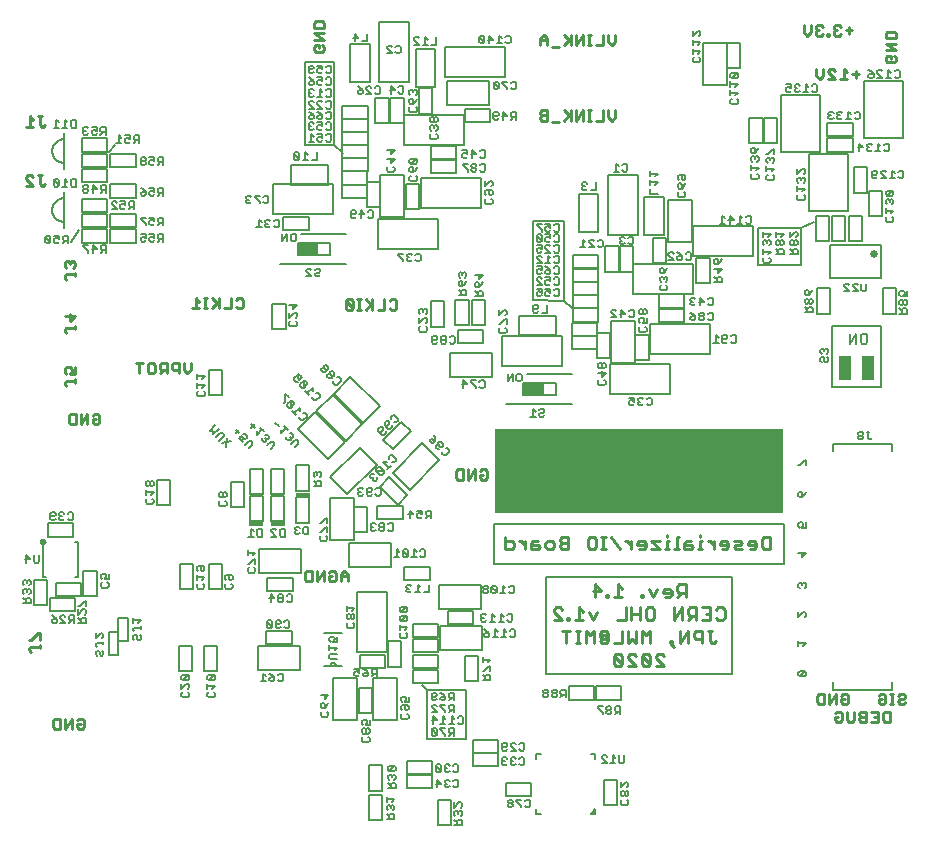
<source format=gbo>
G75*
%MOIN*%
%OFA0B0*%
%FSLAX25Y25*%
%IPPOS*%
%LPD*%
%AMOC8*
5,1,8,0,0,1.08239X$1,22.5*
%
%ADD10C,0.01000*%
%ADD11C,0.00787*%
%ADD12C,0.00600*%
%ADD13C,0.00900*%
%ADD14C,0.00500*%
%ADD15R,0.96457X0.28346*%
%ADD16C,0.00591*%
%ADD17R,0.07000X0.04000*%
%ADD18R,0.04800X0.01400*%
%ADD19C,0.00800*%
%ADD20C,0.02559*%
%ADD21R,0.03937X0.07874*%
%ADD22C,0.00700*%
%ADD23C,0.02227*%
D10*
X0215279Y0138205D02*
X0217340Y0138205D01*
X0218027Y0138892D01*
X0218027Y0140266D01*
X0217340Y0140953D01*
X0215279Y0140953D01*
X0215279Y0142327D02*
X0215279Y0138205D01*
X0219894Y0140953D02*
X0220580Y0140953D01*
X0221954Y0139579D01*
X0221954Y0138205D02*
X0221954Y0140953D01*
X0223919Y0140266D02*
X0223919Y0138205D01*
X0225980Y0138205D01*
X0226667Y0138892D01*
X0225980Y0139579D01*
X0223919Y0139579D01*
X0223919Y0140266D02*
X0224606Y0140953D01*
X0225980Y0140953D01*
X0228632Y0140266D02*
X0229319Y0140953D01*
X0230693Y0140953D01*
X0231380Y0140266D01*
X0231380Y0138892D01*
X0230693Y0138205D01*
X0229319Y0138205D01*
X0228632Y0138892D01*
X0228632Y0140266D01*
X0233345Y0139579D02*
X0233345Y0138892D01*
X0234032Y0138205D01*
X0236092Y0138205D01*
X0236092Y0142327D01*
X0234032Y0142327D01*
X0233345Y0141640D01*
X0233345Y0140953D01*
X0234032Y0140266D01*
X0236092Y0140266D01*
X0234032Y0140266D02*
X0233345Y0139579D01*
X0242770Y0138892D02*
X0242770Y0141640D01*
X0243457Y0142327D01*
X0244831Y0142327D01*
X0245518Y0141640D01*
X0245518Y0138892D01*
X0244831Y0138205D01*
X0243457Y0138205D01*
X0242770Y0138892D01*
X0247286Y0138205D02*
X0248660Y0138205D01*
X0247973Y0138205D02*
X0247973Y0142327D01*
X0248660Y0142327D02*
X0247286Y0142327D01*
X0250625Y0142327D02*
X0253372Y0138205D01*
X0255239Y0140953D02*
X0255926Y0140953D01*
X0257299Y0139579D01*
X0257299Y0138205D02*
X0257299Y0140953D01*
X0259264Y0140266D02*
X0259264Y0139579D01*
X0262012Y0139579D01*
X0262012Y0138892D02*
X0262012Y0140266D01*
X0261325Y0140953D01*
X0259951Y0140953D01*
X0259264Y0140266D01*
X0259951Y0138205D02*
X0261325Y0138205D01*
X0262012Y0138892D01*
X0263977Y0138205D02*
X0266725Y0138205D01*
X0263977Y0140953D01*
X0266725Y0140953D01*
X0269180Y0140953D02*
X0269180Y0138205D01*
X0269867Y0138205D02*
X0268493Y0138205D01*
X0269180Y0140953D02*
X0269867Y0140953D01*
X0269180Y0142327D02*
X0269180Y0143014D01*
X0272321Y0142327D02*
X0272321Y0138205D01*
X0271635Y0138205D02*
X0273008Y0138205D01*
X0274973Y0138205D02*
X0277034Y0138205D01*
X0277721Y0138892D01*
X0277034Y0139579D01*
X0274973Y0139579D01*
X0274973Y0140266D02*
X0274973Y0138205D01*
X0274973Y0140266D02*
X0275660Y0140953D01*
X0277034Y0140953D01*
X0280176Y0140953D02*
X0280176Y0138205D01*
X0280863Y0138205D02*
X0279489Y0138205D01*
X0280176Y0140953D02*
X0280863Y0140953D01*
X0280176Y0142327D02*
X0280176Y0143014D01*
X0282729Y0140953D02*
X0283416Y0140953D01*
X0284790Y0139579D01*
X0284790Y0138205D02*
X0284790Y0140953D01*
X0286755Y0140266D02*
X0286755Y0139579D01*
X0289503Y0139579D01*
X0289503Y0138892D02*
X0289503Y0140266D01*
X0288816Y0140953D01*
X0287442Y0140953D01*
X0286755Y0140266D01*
X0287442Y0138205D02*
X0288816Y0138205D01*
X0289503Y0138892D01*
X0291468Y0138892D02*
X0292155Y0139579D01*
X0293529Y0139579D01*
X0294216Y0140266D01*
X0293529Y0140953D01*
X0291468Y0140953D01*
X0291468Y0138892D02*
X0292155Y0138205D01*
X0294216Y0138205D01*
X0296180Y0139579D02*
X0298928Y0139579D01*
X0298928Y0138892D02*
X0298928Y0140266D01*
X0298241Y0140953D01*
X0296867Y0140953D01*
X0296180Y0140266D01*
X0296180Y0139579D01*
X0296867Y0138205D02*
X0298241Y0138205D01*
X0298928Y0138892D01*
X0300893Y0138892D02*
X0300893Y0141640D01*
X0301580Y0142327D01*
X0303641Y0142327D01*
X0303641Y0138205D01*
X0301580Y0138205D01*
X0300893Y0138892D01*
X0275366Y0126367D02*
X0275366Y0122245D01*
X0275366Y0123619D02*
X0273305Y0123619D01*
X0272618Y0124306D01*
X0272618Y0125680D01*
X0273305Y0126367D01*
X0275366Y0126367D01*
X0273992Y0123619D02*
X0272618Y0122245D01*
X0270653Y0122932D02*
X0270653Y0124306D01*
X0269966Y0124993D01*
X0268592Y0124993D01*
X0267905Y0124306D01*
X0267905Y0123619D01*
X0270653Y0123619D01*
X0270653Y0122932D02*
X0269966Y0122245D01*
X0268592Y0122245D01*
X0265940Y0124993D02*
X0264566Y0122245D01*
X0263193Y0124993D01*
X0261228Y0122932D02*
X0260541Y0122932D01*
X0260541Y0122245D01*
X0261228Y0122245D01*
X0261228Y0122932D01*
X0260049Y0118689D02*
X0260049Y0114568D01*
X0260049Y0116629D02*
X0257302Y0116629D01*
X0257302Y0118689D02*
X0257302Y0114568D01*
X0255337Y0114568D02*
X0252589Y0114568D01*
X0255337Y0114568D02*
X0255337Y0118689D01*
X0254159Y0122245D02*
X0251411Y0122245D01*
X0252785Y0122245D02*
X0252785Y0126367D01*
X0254159Y0124993D01*
X0249446Y0122932D02*
X0248759Y0122932D01*
X0248759Y0122245D01*
X0249446Y0122245D01*
X0249446Y0122932D01*
X0247090Y0124306D02*
X0244342Y0124306D01*
X0245029Y0126367D02*
X0247090Y0124306D01*
X0245029Y0122245D02*
X0245029Y0126367D01*
X0245911Y0117315D02*
X0244537Y0114568D01*
X0243164Y0117315D01*
X0241199Y0117315D02*
X0239825Y0118689D01*
X0239825Y0114568D01*
X0241199Y0114568D02*
X0238451Y0114568D01*
X0236486Y0114568D02*
X0235799Y0114568D01*
X0235799Y0115255D01*
X0236486Y0115255D01*
X0236486Y0114568D01*
X0234130Y0114568D02*
X0231382Y0117315D01*
X0231382Y0118002D01*
X0232069Y0118689D01*
X0233443Y0118689D01*
X0234130Y0118002D01*
X0234130Y0114568D02*
X0231382Y0114568D01*
X0234131Y0111012D02*
X0236879Y0111012D01*
X0235505Y0111012D02*
X0235505Y0106891D01*
X0238647Y0106891D02*
X0240021Y0106891D01*
X0239334Y0106891D02*
X0239334Y0111012D01*
X0240021Y0111012D02*
X0238647Y0111012D01*
X0241985Y0111012D02*
X0243359Y0109638D01*
X0244733Y0111012D01*
X0244733Y0106891D01*
X0246698Y0107578D02*
X0247385Y0106891D01*
X0248759Y0106891D01*
X0249446Y0107578D01*
X0249446Y0110325D01*
X0248759Y0111012D01*
X0247385Y0111012D01*
X0246698Y0110325D01*
X0246698Y0108951D01*
X0247385Y0108264D01*
X0247385Y0109638D01*
X0248759Y0109638D01*
X0248759Y0108264D01*
X0247385Y0108264D01*
X0251411Y0106891D02*
X0254159Y0106891D01*
X0254159Y0111012D01*
X0256124Y0111012D02*
X0256124Y0106891D01*
X0257497Y0108264D01*
X0258871Y0106891D01*
X0258871Y0111012D01*
X0260836Y0111012D02*
X0262210Y0109638D01*
X0263584Y0111012D01*
X0263584Y0106891D01*
X0260836Y0106891D02*
X0260836Y0111012D01*
X0262701Y0114568D02*
X0262014Y0115255D01*
X0262014Y0118002D01*
X0262701Y0118689D01*
X0264075Y0118689D01*
X0264762Y0118002D01*
X0264762Y0115255D01*
X0264075Y0114568D01*
X0262701Y0114568D01*
X0271440Y0114568D02*
X0271440Y0118689D01*
X0274187Y0118689D02*
X0271440Y0114568D01*
X0274187Y0114568D02*
X0274187Y0118689D01*
X0276152Y0118002D02*
X0276152Y0116629D01*
X0276839Y0115942D01*
X0278900Y0115942D01*
X0277526Y0115942D02*
X0276152Y0114568D01*
X0278900Y0114568D02*
X0278900Y0118689D01*
X0276839Y0118689D01*
X0276152Y0118002D01*
X0280865Y0118689D02*
X0283613Y0118689D01*
X0283613Y0114568D01*
X0280865Y0114568D01*
X0282239Y0116629D02*
X0283613Y0116629D01*
X0285578Y0118002D02*
X0286265Y0118689D01*
X0287639Y0118689D01*
X0288326Y0118002D01*
X0288326Y0115255D01*
X0287639Y0114568D01*
X0286265Y0114568D01*
X0285578Y0115255D01*
X0284203Y0111012D02*
X0282829Y0111012D01*
X0283516Y0111012D02*
X0283516Y0107578D01*
X0284203Y0106891D01*
X0284890Y0106891D01*
X0285576Y0107578D01*
X0280864Y0108264D02*
X0278803Y0108264D01*
X0278116Y0108951D01*
X0278116Y0110325D01*
X0278803Y0111012D01*
X0280864Y0111012D01*
X0280864Y0106891D01*
X0276151Y0106891D02*
X0276151Y0111012D01*
X0273403Y0106891D01*
X0273403Y0111012D01*
X0270751Y0107578D02*
X0270751Y0106891D01*
X0270065Y0106891D01*
X0270065Y0107578D01*
X0270751Y0107578D01*
X0270065Y0106891D02*
X0271438Y0105517D01*
X0268297Y0102648D02*
X0267610Y0103335D01*
X0266236Y0103335D01*
X0265549Y0102648D01*
X0265549Y0101961D01*
X0268297Y0099213D01*
X0265549Y0099213D01*
X0263584Y0099900D02*
X0260836Y0102648D01*
X0260836Y0099900D01*
X0261523Y0099213D01*
X0262897Y0099213D01*
X0263584Y0099900D01*
X0263584Y0102648D01*
X0262897Y0103335D01*
X0261523Y0103335D01*
X0260836Y0102648D01*
X0258871Y0102648D02*
X0258184Y0103335D01*
X0256810Y0103335D01*
X0256123Y0102648D01*
X0256123Y0101961D01*
X0258871Y0099213D01*
X0256123Y0099213D01*
X0254159Y0099900D02*
X0251411Y0102648D01*
X0251411Y0099900D01*
X0252098Y0099213D01*
X0253472Y0099213D01*
X0254159Y0099900D01*
X0254159Y0102648D01*
X0253472Y0103335D01*
X0252098Y0103335D01*
X0251411Y0102648D01*
X0241985Y0106891D02*
X0241985Y0111012D01*
X0272321Y0142327D02*
X0273008Y0142327D01*
D11*
X0290961Y0128756D02*
X0290961Y0096472D01*
X0228756Y0096472D01*
X0228756Y0128756D01*
X0290961Y0128756D01*
X0308283Y0133087D02*
X0211433Y0133087D01*
X0211433Y0146472D01*
X0308283Y0146472D01*
X0308283Y0133087D01*
D12*
X0312914Y0136756D02*
X0315466Y0136756D01*
X0314190Y0135480D01*
X0314190Y0137181D01*
X0314190Y0145322D02*
X0314615Y0146173D01*
X0314615Y0146598D01*
X0314190Y0147024D01*
X0313339Y0147024D01*
X0312914Y0146598D01*
X0312914Y0145748D01*
X0313339Y0145322D01*
X0314190Y0145322D02*
X0315466Y0145322D01*
X0315466Y0147024D01*
X0314190Y0155559D02*
X0314190Y0156834D01*
X0313765Y0157260D01*
X0313339Y0157260D01*
X0312914Y0156834D01*
X0312914Y0155984D01*
X0313339Y0155559D01*
X0314190Y0155559D01*
X0315041Y0156409D01*
X0315466Y0157260D01*
X0315466Y0166189D02*
X0315466Y0167890D01*
X0315041Y0167890D01*
X0313339Y0166189D01*
X0312914Y0166189D01*
X0332804Y0175150D02*
X0333230Y0174725D01*
X0334080Y0174725D01*
X0334506Y0175150D01*
X0334506Y0175576D01*
X0334080Y0176001D01*
X0333230Y0176001D01*
X0332804Y0175576D01*
X0332804Y0175150D01*
X0333230Y0176001D02*
X0332804Y0176426D01*
X0332804Y0176852D01*
X0333230Y0177277D01*
X0334080Y0177277D01*
X0334506Y0176852D01*
X0334506Y0176426D01*
X0334080Y0176001D01*
X0335705Y0177277D02*
X0336555Y0177277D01*
X0336130Y0177277D02*
X0336130Y0175150D01*
X0336555Y0174725D01*
X0336980Y0174725D01*
X0337406Y0175150D01*
X0322348Y0200414D02*
X0321922Y0200414D01*
X0321497Y0200839D01*
X0321497Y0201690D01*
X0321072Y0202115D01*
X0320647Y0202115D01*
X0320221Y0201690D01*
X0320221Y0200839D01*
X0320647Y0200414D01*
X0322348Y0200414D02*
X0322773Y0200839D01*
X0322773Y0201690D01*
X0322348Y0202115D01*
X0322348Y0203314D02*
X0322773Y0203740D01*
X0322773Y0204590D01*
X0322348Y0205015D01*
X0321922Y0205015D01*
X0321497Y0204590D01*
X0321072Y0205015D01*
X0320647Y0205015D01*
X0320221Y0204590D01*
X0320221Y0203740D01*
X0320647Y0203314D01*
X0321497Y0204165D02*
X0321497Y0204590D01*
X0317679Y0217076D02*
X0315127Y0217076D01*
X0315977Y0217076D02*
X0315977Y0218351D01*
X0316403Y0218777D01*
X0317253Y0218777D01*
X0317679Y0218351D01*
X0317679Y0217076D01*
X0315977Y0217926D02*
X0315127Y0218777D01*
X0315552Y0219976D02*
X0315977Y0219976D01*
X0316403Y0220401D01*
X0316403Y0221252D01*
X0315977Y0221677D01*
X0315552Y0221677D01*
X0315127Y0221252D01*
X0315127Y0220401D01*
X0315552Y0219976D01*
X0316403Y0220401D02*
X0316828Y0219976D01*
X0317253Y0219976D01*
X0317679Y0220401D01*
X0317679Y0221252D01*
X0317253Y0221677D01*
X0316828Y0221677D01*
X0316403Y0221252D01*
X0316403Y0222876D02*
X0316403Y0224152D01*
X0315977Y0224577D01*
X0315552Y0224577D01*
X0315127Y0224152D01*
X0315127Y0223301D01*
X0315552Y0222876D01*
X0316403Y0222876D01*
X0317253Y0223726D01*
X0317679Y0224577D01*
X0328140Y0224036D02*
X0329841Y0224036D01*
X0328140Y0225737D01*
X0328140Y0226163D01*
X0328565Y0226588D01*
X0329415Y0226588D01*
X0329841Y0226163D01*
X0331040Y0226163D02*
X0331465Y0226588D01*
X0332316Y0226588D01*
X0332741Y0226163D01*
X0333940Y0226588D02*
X0333940Y0224462D01*
X0334365Y0224036D01*
X0335216Y0224036D01*
X0335641Y0224462D01*
X0335641Y0226588D01*
X0332741Y0224036D02*
X0331040Y0225737D01*
X0331040Y0226163D01*
X0331040Y0224036D02*
X0332741Y0224036D01*
X0346623Y0223758D02*
X0346623Y0222907D01*
X0347048Y0222482D01*
X0347899Y0222482D02*
X0348324Y0223333D01*
X0348324Y0223758D01*
X0347899Y0224183D01*
X0347048Y0224183D01*
X0346623Y0223758D01*
X0347899Y0222482D02*
X0349175Y0222482D01*
X0349175Y0224183D01*
X0348749Y0221283D02*
X0348324Y0221283D01*
X0347899Y0220858D01*
X0347899Y0220007D01*
X0348324Y0219582D01*
X0348749Y0219582D01*
X0349175Y0220007D01*
X0349175Y0220858D01*
X0348749Y0221283D01*
X0347899Y0220858D02*
X0347473Y0221283D01*
X0347048Y0221283D01*
X0346623Y0220858D01*
X0346623Y0220007D01*
X0347048Y0219582D01*
X0347473Y0219582D01*
X0347899Y0220007D01*
X0347899Y0218383D02*
X0347473Y0217958D01*
X0347473Y0216682D01*
X0346623Y0216682D02*
X0349175Y0216682D01*
X0349175Y0217958D01*
X0348749Y0218383D01*
X0347899Y0218383D01*
X0347473Y0217532D02*
X0346623Y0218383D01*
X0312710Y0236497D02*
X0312710Y0237773D01*
X0312285Y0238198D01*
X0311434Y0238198D01*
X0311009Y0237773D01*
X0311009Y0236497D01*
X0310158Y0236497D02*
X0312710Y0236497D01*
X0311009Y0237348D02*
X0310158Y0238198D01*
X0310584Y0239397D02*
X0311009Y0239397D01*
X0311434Y0239823D01*
X0311434Y0240673D01*
X0311009Y0241099D01*
X0310584Y0241099D01*
X0310158Y0240673D01*
X0310158Y0239823D01*
X0310584Y0239397D01*
X0311434Y0239823D02*
X0311859Y0239397D01*
X0312285Y0239397D01*
X0312710Y0239823D01*
X0312710Y0240673D01*
X0312285Y0241099D01*
X0311859Y0241099D01*
X0311434Y0240673D01*
X0312285Y0242298D02*
X0312710Y0242723D01*
X0312710Y0243573D01*
X0312285Y0243999D01*
X0311859Y0243999D01*
X0310158Y0242298D01*
X0310158Y0243999D01*
X0307986Y0243148D02*
X0305434Y0243148D01*
X0305434Y0242298D02*
X0305434Y0243999D01*
X0303655Y0243148D02*
X0301103Y0243148D01*
X0301103Y0242298D02*
X0301103Y0243999D01*
X0302804Y0242298D02*
X0303655Y0243148D01*
X0303230Y0241099D02*
X0302804Y0241099D01*
X0302379Y0240673D01*
X0301954Y0241099D01*
X0301528Y0241099D01*
X0301103Y0240673D01*
X0301103Y0239823D01*
X0301528Y0239397D01*
X0302379Y0240248D02*
X0302379Y0240673D01*
X0303230Y0241099D02*
X0303655Y0240673D01*
X0303655Y0239823D01*
X0303230Y0239397D01*
X0303655Y0237348D02*
X0301103Y0237348D01*
X0301103Y0238198D02*
X0301103Y0236497D01*
X0301528Y0235298D02*
X0301103Y0234873D01*
X0301103Y0234022D01*
X0301528Y0233597D01*
X0303230Y0233597D01*
X0303655Y0234022D01*
X0303655Y0234873D01*
X0303230Y0235298D01*
X0302804Y0236497D02*
X0303655Y0237348D01*
X0305434Y0238198D02*
X0306284Y0237348D01*
X0306284Y0237773D02*
X0306284Y0236497D01*
X0305434Y0236497D02*
X0307986Y0236497D01*
X0307986Y0237773D01*
X0307560Y0238198D01*
X0306710Y0238198D01*
X0306284Y0237773D01*
X0306284Y0239397D02*
X0306710Y0239823D01*
X0306710Y0240673D01*
X0306284Y0241099D01*
X0305859Y0241099D01*
X0305434Y0240673D01*
X0305434Y0239823D01*
X0305859Y0239397D01*
X0306284Y0239397D01*
X0306710Y0239823D02*
X0307135Y0239397D01*
X0307560Y0239397D01*
X0307986Y0239823D01*
X0307986Y0240673D01*
X0307560Y0241099D01*
X0307135Y0241099D01*
X0306710Y0240673D01*
X0307135Y0242298D02*
X0307986Y0243148D01*
X0297117Y0247095D02*
X0296692Y0246670D01*
X0295841Y0246670D01*
X0295416Y0247095D01*
X0294217Y0246670D02*
X0292516Y0246670D01*
X0293367Y0246670D02*
X0293367Y0249222D01*
X0294217Y0248371D01*
X0295416Y0248797D02*
X0295841Y0249222D01*
X0296692Y0249222D01*
X0297117Y0248797D01*
X0297117Y0247095D01*
X0291317Y0247946D02*
X0290041Y0249222D01*
X0290041Y0246670D01*
X0289616Y0247946D02*
X0291317Y0247946D01*
X0288417Y0248371D02*
X0287566Y0249222D01*
X0287566Y0246670D01*
X0286716Y0246670D02*
X0288417Y0246670D01*
X0287364Y0234813D02*
X0286938Y0233963D01*
X0286088Y0233112D01*
X0286088Y0234388D01*
X0285662Y0234813D01*
X0285237Y0234813D01*
X0284812Y0234388D01*
X0284812Y0233537D01*
X0285237Y0233112D01*
X0286088Y0233112D01*
X0286088Y0231913D02*
X0286088Y0230212D01*
X0287364Y0231488D01*
X0284812Y0231488D01*
X0284812Y0229013D02*
X0285662Y0228162D01*
X0285662Y0228588D02*
X0285662Y0227312D01*
X0284812Y0227312D02*
X0287364Y0227312D01*
X0287364Y0228588D01*
X0286938Y0229013D01*
X0286088Y0229013D01*
X0285662Y0228588D01*
X0284003Y0221915D02*
X0283152Y0221915D01*
X0282727Y0221489D01*
X0284003Y0221915D02*
X0284428Y0221489D01*
X0284428Y0219788D01*
X0284003Y0219363D01*
X0283152Y0219363D01*
X0282727Y0219788D01*
X0281528Y0220639D02*
X0279827Y0220639D01*
X0280252Y0221915D02*
X0281528Y0220639D01*
X0280252Y0219363D02*
X0280252Y0221915D01*
X0278628Y0221489D02*
X0278202Y0221915D01*
X0277352Y0221915D01*
X0276927Y0221489D01*
X0276927Y0221064D01*
X0277352Y0220639D01*
X0276927Y0220214D01*
X0276927Y0219788D01*
X0277352Y0219363D01*
X0278202Y0219363D01*
X0278628Y0219788D01*
X0277777Y0220639D02*
X0277352Y0220639D01*
X0276927Y0216994D02*
X0277777Y0216568D01*
X0278628Y0215718D01*
X0277352Y0215718D01*
X0276927Y0215292D01*
X0276927Y0214867D01*
X0277352Y0214442D01*
X0278202Y0214442D01*
X0278628Y0214867D01*
X0278628Y0215718D01*
X0279827Y0216143D02*
X0280252Y0215718D01*
X0281102Y0215718D01*
X0281528Y0216143D01*
X0281528Y0216568D01*
X0281102Y0216994D01*
X0280252Y0216994D01*
X0279827Y0216568D01*
X0279827Y0216143D01*
X0280252Y0215718D02*
X0279827Y0215292D01*
X0279827Y0214867D01*
X0280252Y0214442D01*
X0281102Y0214442D01*
X0281528Y0214867D01*
X0281528Y0215292D01*
X0281102Y0215718D01*
X0282727Y0216568D02*
X0283152Y0216994D01*
X0284003Y0216994D01*
X0284428Y0216568D01*
X0284428Y0214867D01*
X0284003Y0214442D01*
X0283152Y0214442D01*
X0282727Y0214867D01*
X0285466Y0209466D02*
X0285466Y0206914D01*
X0286317Y0206914D02*
X0284615Y0206914D01*
X0286317Y0208615D02*
X0285466Y0209466D01*
X0287516Y0209041D02*
X0287941Y0209466D01*
X0288791Y0209466D01*
X0289217Y0209041D01*
X0289217Y0208615D01*
X0288791Y0208190D01*
X0287516Y0208190D01*
X0287516Y0207339D02*
X0287516Y0209041D01*
X0287516Y0207339D02*
X0287941Y0206914D01*
X0288791Y0206914D01*
X0289217Y0207339D01*
X0290416Y0207339D02*
X0290841Y0206914D01*
X0291692Y0206914D01*
X0292117Y0207339D01*
X0292117Y0209041D01*
X0291692Y0209466D01*
X0290841Y0209466D01*
X0290416Y0209041D01*
X0269301Y0224796D02*
X0268875Y0224371D01*
X0267174Y0224371D01*
X0266749Y0224796D01*
X0266749Y0225647D01*
X0267174Y0226072D01*
X0267174Y0227271D02*
X0266749Y0227696D01*
X0266749Y0228547D01*
X0267174Y0228972D01*
X0267599Y0228972D01*
X0268025Y0228547D01*
X0268025Y0228122D01*
X0268025Y0228547D02*
X0268450Y0228972D01*
X0268875Y0228972D01*
X0269301Y0228547D01*
X0269301Y0227696D01*
X0268875Y0227271D01*
X0268875Y0226072D02*
X0269301Y0225647D01*
X0269301Y0224796D01*
X0268025Y0230171D02*
X0268025Y0231447D01*
X0267599Y0231872D01*
X0267174Y0231872D01*
X0266749Y0231447D01*
X0266749Y0230596D01*
X0267174Y0230171D01*
X0268025Y0230171D01*
X0268875Y0231022D01*
X0269301Y0231872D01*
X0269643Y0234520D02*
X0271344Y0234520D01*
X0269643Y0236222D01*
X0269643Y0236647D01*
X0270068Y0237072D01*
X0270919Y0237072D01*
X0271344Y0236647D01*
X0272543Y0237072D02*
X0273394Y0236647D01*
X0274244Y0235796D01*
X0272968Y0235796D01*
X0272543Y0235371D01*
X0272543Y0234946D01*
X0272968Y0234520D01*
X0273819Y0234520D01*
X0274244Y0234946D01*
X0274244Y0235796D01*
X0275443Y0234946D02*
X0275869Y0234520D01*
X0276719Y0234520D01*
X0277144Y0234946D01*
X0277144Y0236647D01*
X0276719Y0237072D01*
X0275869Y0237072D01*
X0275443Y0236647D01*
X0257956Y0240158D02*
X0257531Y0239733D01*
X0256680Y0239733D01*
X0256255Y0240158D01*
X0255056Y0240158D02*
X0254630Y0239733D01*
X0253780Y0239733D01*
X0253355Y0240158D01*
X0253355Y0240584D01*
X0253780Y0241009D01*
X0254205Y0241009D01*
X0253780Y0241009D02*
X0253355Y0241434D01*
X0253355Y0241860D01*
X0253780Y0242285D01*
X0254630Y0242285D01*
X0255056Y0241860D01*
X0256255Y0241860D02*
X0256680Y0242285D01*
X0257531Y0242285D01*
X0257956Y0241860D01*
X0257956Y0240158D01*
X0247720Y0240875D02*
X0247720Y0239174D01*
X0247294Y0238749D01*
X0246444Y0238749D01*
X0246019Y0239174D01*
X0244820Y0238749D02*
X0243118Y0240450D01*
X0243118Y0240875D01*
X0243544Y0241301D01*
X0244394Y0241301D01*
X0244820Y0240875D01*
X0246019Y0240875D02*
X0246444Y0241301D01*
X0247294Y0241301D01*
X0247720Y0240875D01*
X0244820Y0238749D02*
X0243118Y0238749D01*
X0241919Y0238749D02*
X0240218Y0238749D01*
X0241069Y0238749D02*
X0241069Y0241301D01*
X0241919Y0240450D01*
X0233180Y0240899D02*
X0232755Y0240473D01*
X0231904Y0240473D01*
X0231479Y0240899D01*
X0230280Y0240899D02*
X0229855Y0240473D01*
X0229004Y0240473D01*
X0228579Y0240899D01*
X0228579Y0241749D01*
X0229004Y0242174D01*
X0229430Y0242174D01*
X0230280Y0241749D01*
X0230280Y0243025D01*
X0228579Y0243025D01*
X0229004Y0244017D02*
X0229855Y0244017D01*
X0230280Y0244442D01*
X0230280Y0245292D02*
X0229430Y0245718D01*
X0229004Y0245718D01*
X0228579Y0245292D01*
X0228579Y0244442D01*
X0229004Y0244017D01*
X0227380Y0244017D02*
X0227380Y0244442D01*
X0225679Y0246143D01*
X0225679Y0246568D01*
X0227380Y0246568D01*
X0228579Y0246568D02*
X0230280Y0246568D01*
X0230280Y0245292D01*
X0231479Y0244442D02*
X0231904Y0244017D01*
X0232755Y0244017D01*
X0233180Y0244442D01*
X0233180Y0246143D01*
X0232755Y0246568D01*
X0231904Y0246568D01*
X0231479Y0246143D01*
X0231904Y0243025D02*
X0232755Y0243025D01*
X0233180Y0242600D01*
X0233180Y0240899D01*
X0232755Y0239482D02*
X0233180Y0239056D01*
X0233180Y0237355D01*
X0232755Y0236930D01*
X0231904Y0236930D01*
X0231479Y0237355D01*
X0230280Y0236930D02*
X0228579Y0238631D01*
X0228579Y0239056D01*
X0229004Y0239482D01*
X0229855Y0239482D01*
X0230280Y0239056D01*
X0231479Y0239056D02*
X0231904Y0239482D01*
X0232755Y0239482D01*
X0231479Y0242600D02*
X0231904Y0243025D01*
X0227380Y0242600D02*
X0227380Y0240899D01*
X0225679Y0242600D01*
X0225679Y0240899D01*
X0226104Y0240473D01*
X0226955Y0240473D01*
X0227380Y0240899D01*
X0227380Y0239482D02*
X0227380Y0238206D01*
X0226530Y0238631D01*
X0226104Y0238631D01*
X0225679Y0238206D01*
X0225679Y0237355D01*
X0226104Y0236930D01*
X0226955Y0236930D01*
X0227380Y0237355D01*
X0228579Y0236930D02*
X0230280Y0236930D01*
X0229430Y0235938D02*
X0229430Y0233387D01*
X0230280Y0233387D02*
X0228579Y0233387D01*
X0228579Y0232395D02*
X0229430Y0231970D01*
X0230280Y0231119D01*
X0229004Y0231119D01*
X0228579Y0230694D01*
X0228579Y0230269D01*
X0229004Y0229843D01*
X0229855Y0229843D01*
X0230280Y0230269D01*
X0230280Y0231119D01*
X0231479Y0230269D02*
X0231904Y0229843D01*
X0232755Y0229843D01*
X0233180Y0230269D01*
X0233180Y0231970D01*
X0232755Y0232395D01*
X0231904Y0232395D01*
X0231479Y0231970D01*
X0231904Y0233387D02*
X0231479Y0233812D01*
X0231904Y0233387D02*
X0232755Y0233387D01*
X0233180Y0233812D01*
X0233180Y0235513D01*
X0232755Y0235938D01*
X0231904Y0235938D01*
X0231479Y0235513D01*
X0230280Y0235088D02*
X0229430Y0235938D01*
X0227380Y0235513D02*
X0226955Y0235938D01*
X0226104Y0235938D01*
X0225679Y0235513D01*
X0225679Y0235088D01*
X0227380Y0233387D01*
X0225679Y0233387D01*
X0225679Y0232395D02*
X0227380Y0232395D01*
X0227380Y0231119D01*
X0226530Y0231544D01*
X0226104Y0231544D01*
X0225679Y0231119D01*
X0225679Y0230269D01*
X0226104Y0229843D01*
X0226955Y0229843D01*
X0227380Y0230269D01*
X0226927Y0228702D02*
X0227353Y0228277D01*
X0226927Y0228702D02*
X0226077Y0228702D01*
X0225651Y0228277D01*
X0225651Y0227852D01*
X0227353Y0226150D01*
X0225651Y0226150D01*
X0225651Y0224962D02*
X0227353Y0224962D01*
X0227353Y0223686D01*
X0226502Y0224111D01*
X0226077Y0224111D01*
X0225651Y0223686D01*
X0225651Y0222836D01*
X0226077Y0222410D01*
X0226927Y0222410D01*
X0227353Y0222836D01*
X0228551Y0222836D02*
X0228977Y0222410D01*
X0229827Y0222410D01*
X0230253Y0222836D01*
X0230253Y0223686D02*
X0229402Y0224111D01*
X0228977Y0224111D01*
X0228551Y0223686D01*
X0228551Y0222836D01*
X0230253Y0223686D02*
X0230253Y0224962D01*
X0228551Y0224962D01*
X0228977Y0226150D02*
X0229827Y0226150D01*
X0230253Y0226576D01*
X0230253Y0227426D02*
X0229402Y0227852D01*
X0228977Y0227852D01*
X0228551Y0227426D01*
X0228551Y0226576D01*
X0228977Y0226150D01*
X0230253Y0227426D02*
X0230253Y0228702D01*
X0228551Y0228702D01*
X0231452Y0228277D02*
X0231877Y0228702D01*
X0232727Y0228702D01*
X0233153Y0228277D01*
X0233153Y0226576D01*
X0232727Y0226150D01*
X0231877Y0226150D01*
X0231452Y0226576D01*
X0231877Y0224962D02*
X0232727Y0224962D01*
X0233153Y0224537D01*
X0233153Y0222836D01*
X0232727Y0222410D01*
X0231877Y0222410D01*
X0231452Y0222836D01*
X0231452Y0224537D02*
X0231877Y0224962D01*
X0229032Y0219533D02*
X0229032Y0216981D01*
X0227331Y0216981D01*
X0226132Y0217406D02*
X0225706Y0216981D01*
X0224856Y0216981D01*
X0224430Y0217406D01*
X0224430Y0219108D01*
X0224856Y0219533D01*
X0225706Y0219533D01*
X0226132Y0219108D01*
X0226132Y0218682D01*
X0225706Y0218257D01*
X0224430Y0218257D01*
X0215679Y0217313D02*
X0215679Y0216463D01*
X0215253Y0216037D01*
X0215253Y0214838D02*
X0213552Y0213137D01*
X0213127Y0213137D01*
X0213552Y0211938D02*
X0213127Y0211513D01*
X0213127Y0210662D01*
X0213552Y0210237D01*
X0215253Y0210237D01*
X0215679Y0210662D01*
X0215679Y0211513D01*
X0215253Y0211938D01*
X0215679Y0213137D02*
X0215679Y0214838D01*
X0215253Y0214838D01*
X0213127Y0216037D02*
X0214828Y0217738D01*
X0215253Y0217738D01*
X0215679Y0217313D01*
X0213127Y0217738D02*
X0213127Y0216037D01*
X0207719Y0222498D02*
X0207719Y0223774D01*
X0207293Y0224199D01*
X0206443Y0224199D01*
X0206017Y0223774D01*
X0206017Y0222498D01*
X0205167Y0222498D02*
X0207719Y0222498D01*
X0206017Y0223349D02*
X0205167Y0224199D01*
X0205592Y0225398D02*
X0205167Y0225823D01*
X0205167Y0226674D01*
X0205592Y0227099D01*
X0206017Y0227099D01*
X0206443Y0226674D01*
X0206443Y0225398D01*
X0205592Y0225398D01*
X0206443Y0225398D02*
X0207293Y0226249D01*
X0207719Y0227099D01*
X0206443Y0228298D02*
X0206443Y0229999D01*
X0207719Y0229574D02*
X0206443Y0228298D01*
X0205167Y0229574D02*
X0207719Y0229574D01*
X0202234Y0229960D02*
X0201809Y0230385D01*
X0201384Y0230385D01*
X0200959Y0229960D01*
X0200533Y0230385D01*
X0200108Y0230385D01*
X0199683Y0229960D01*
X0199683Y0229109D01*
X0200108Y0228684D01*
X0200108Y0227485D02*
X0200533Y0227485D01*
X0200959Y0227060D01*
X0200959Y0225784D01*
X0200108Y0225784D01*
X0199683Y0226209D01*
X0199683Y0227060D01*
X0200108Y0227485D01*
X0201809Y0226635D02*
X0200959Y0225784D01*
X0200959Y0224585D02*
X0200533Y0224160D01*
X0200533Y0222884D01*
X0199683Y0222884D02*
X0202234Y0222884D01*
X0202234Y0224160D01*
X0201809Y0224585D01*
X0200959Y0224585D01*
X0200533Y0223734D02*
X0199683Y0224585D01*
X0201809Y0226635D02*
X0202234Y0227485D01*
X0201809Y0228684D02*
X0202234Y0229109D01*
X0202234Y0229960D01*
X0200959Y0229960D02*
X0200959Y0229535D01*
X0186999Y0234505D02*
X0186573Y0234080D01*
X0185723Y0234080D01*
X0185298Y0234505D01*
X0184099Y0234505D02*
X0183673Y0234080D01*
X0182823Y0234080D01*
X0182397Y0234505D01*
X0182397Y0234930D01*
X0182823Y0235355D01*
X0183248Y0235355D01*
X0182823Y0235355D02*
X0182397Y0235781D01*
X0182397Y0236206D01*
X0182823Y0236631D01*
X0183673Y0236631D01*
X0184099Y0236206D01*
X0185298Y0236206D02*
X0185723Y0236631D01*
X0186573Y0236631D01*
X0186999Y0236206D01*
X0186999Y0234505D01*
X0181199Y0234505D02*
X0179497Y0236206D01*
X0179497Y0236631D01*
X0181199Y0236631D01*
X0181199Y0234505D02*
X0181199Y0234080D01*
X0186954Y0218175D02*
X0186528Y0217750D01*
X0186528Y0216900D01*
X0186954Y0216474D01*
X0187804Y0217325D02*
X0187804Y0217750D01*
X0187379Y0218175D01*
X0186954Y0218175D01*
X0187804Y0217750D02*
X0188230Y0218175D01*
X0188655Y0218175D01*
X0189080Y0217750D01*
X0189080Y0216900D01*
X0188655Y0216474D01*
X0188655Y0215275D02*
X0189080Y0214850D01*
X0189080Y0213999D01*
X0188655Y0213574D01*
X0188655Y0212375D02*
X0189080Y0211950D01*
X0189080Y0211099D01*
X0188655Y0210674D01*
X0186954Y0210674D01*
X0186528Y0211099D01*
X0186528Y0211950D01*
X0186954Y0212375D01*
X0186528Y0213574D02*
X0188230Y0215275D01*
X0188655Y0215275D01*
X0186528Y0215275D02*
X0186528Y0213574D01*
X0191301Y0209167D02*
X0192151Y0209167D01*
X0192577Y0208741D01*
X0192577Y0208316D01*
X0192151Y0207891D01*
X0190875Y0207891D01*
X0190875Y0208741D02*
X0191301Y0209167D01*
X0190875Y0208741D02*
X0190875Y0207040D01*
X0191301Y0206615D01*
X0192151Y0206615D01*
X0192577Y0207040D01*
X0193775Y0207040D02*
X0194201Y0206615D01*
X0195051Y0206615D01*
X0195477Y0207040D01*
X0195477Y0207466D01*
X0195051Y0207891D01*
X0194201Y0207891D01*
X0193775Y0207466D01*
X0193775Y0207040D01*
X0194201Y0207891D02*
X0193775Y0208316D01*
X0193775Y0208741D01*
X0194201Y0209167D01*
X0195051Y0209167D01*
X0195477Y0208741D01*
X0195477Y0208316D01*
X0195051Y0207891D01*
X0196676Y0208741D02*
X0197101Y0209167D01*
X0197951Y0209167D01*
X0198377Y0208741D01*
X0198377Y0207040D01*
X0197951Y0206615D01*
X0197101Y0206615D01*
X0196676Y0207040D01*
X0201242Y0194403D02*
X0202517Y0193127D01*
X0200816Y0193127D01*
X0201242Y0191851D02*
X0201242Y0194403D01*
X0203716Y0194403D02*
X0203716Y0193978D01*
X0205418Y0192276D01*
X0205418Y0191851D01*
X0206616Y0192276D02*
X0207042Y0191851D01*
X0207892Y0191851D01*
X0208318Y0192276D01*
X0208318Y0193978D01*
X0207892Y0194403D01*
X0207042Y0194403D01*
X0206616Y0193978D01*
X0205418Y0194403D02*
X0203716Y0194403D01*
X0216045Y0194076D02*
X0216045Y0196627D01*
X0217746Y0196627D02*
X0216045Y0194076D01*
X0217746Y0194076D02*
X0217746Y0196627D01*
X0218945Y0196202D02*
X0219370Y0196627D01*
X0220221Y0196627D01*
X0220646Y0196202D01*
X0220646Y0194501D01*
X0220221Y0194076D01*
X0219370Y0194076D01*
X0218945Y0194501D01*
X0218945Y0196202D01*
X0221189Y0193551D02*
X0232071Y0193551D01*
X0232071Y0189551D01*
X0221189Y0189551D01*
X0221189Y0193551D01*
X0222457Y0196472D02*
X0237417Y0196472D01*
X0246135Y0196945D02*
X0248686Y0196945D01*
X0247411Y0195669D01*
X0247411Y0197370D01*
X0247836Y0198569D02*
X0248261Y0198569D01*
X0248686Y0198994D01*
X0248686Y0199845D01*
X0248261Y0200270D01*
X0247836Y0200270D01*
X0247411Y0199845D01*
X0247411Y0198994D01*
X0247836Y0198569D01*
X0247411Y0198994D02*
X0246985Y0198569D01*
X0246560Y0198569D01*
X0246135Y0198994D01*
X0246135Y0199845D01*
X0246560Y0200270D01*
X0246985Y0200270D01*
X0247411Y0199845D01*
X0248261Y0194470D02*
X0248686Y0194045D01*
X0248686Y0193194D01*
X0248261Y0192769D01*
X0246560Y0192769D01*
X0246135Y0193194D01*
X0246135Y0194045D01*
X0246560Y0194470D01*
X0256545Y0188592D02*
X0258246Y0188592D01*
X0258246Y0187316D01*
X0257396Y0187741D01*
X0256970Y0187741D01*
X0256545Y0187316D01*
X0256545Y0186465D01*
X0256970Y0186040D01*
X0257821Y0186040D01*
X0258246Y0186465D01*
X0259445Y0186465D02*
X0259870Y0186040D01*
X0260721Y0186040D01*
X0261146Y0186465D01*
X0262345Y0186465D02*
X0262771Y0186040D01*
X0263621Y0186040D01*
X0264046Y0186465D01*
X0264046Y0188167D01*
X0263621Y0188592D01*
X0262771Y0188592D01*
X0262345Y0188167D01*
X0261146Y0188167D02*
X0260721Y0188592D01*
X0259870Y0188592D01*
X0259445Y0188167D01*
X0259445Y0187741D01*
X0259870Y0187316D01*
X0259445Y0186891D01*
X0259445Y0186465D01*
X0259870Y0187316D02*
X0260296Y0187316D01*
X0237417Y0186630D02*
X0215370Y0186630D01*
X0224465Y0184824D02*
X0224465Y0182272D01*
X0225316Y0182272D02*
X0223614Y0182272D01*
X0225316Y0183974D02*
X0224465Y0184824D01*
X0226515Y0184399D02*
X0226940Y0184824D01*
X0227790Y0184824D01*
X0228216Y0184399D01*
X0228216Y0183974D01*
X0227790Y0183548D01*
X0226940Y0183548D01*
X0226515Y0183123D01*
X0226515Y0182698D01*
X0226940Y0182272D01*
X0227790Y0182272D01*
X0228216Y0182698D01*
X0196565Y0171171D02*
X0196565Y0170569D01*
X0195362Y0169366D01*
X0194761Y0169366D01*
X0194160Y0169968D01*
X0194160Y0170569D01*
X0193312Y0171417D02*
X0192710Y0171417D01*
X0192109Y0172018D01*
X0192109Y0172620D01*
X0193312Y0173823D01*
X0193913Y0173823D01*
X0194515Y0173221D01*
X0194515Y0172620D01*
X0194214Y0172319D01*
X0193613Y0172319D01*
X0192710Y0173221D01*
X0191863Y0174069D02*
X0190960Y0174971D01*
X0190359Y0174971D01*
X0190058Y0174671D01*
X0190058Y0174069D01*
X0190660Y0173468D01*
X0191261Y0173468D01*
X0191863Y0174069D01*
X0191863Y0175272D01*
X0191562Y0176174D01*
X0195362Y0171772D02*
X0195964Y0171772D01*
X0196565Y0171171D01*
X0179485Y0181003D02*
X0178884Y0180401D01*
X0178282Y0180401D01*
X0177435Y0179553D02*
X0177435Y0178952D01*
X0176833Y0178350D01*
X0176232Y0178350D01*
X0175029Y0179553D01*
X0175029Y0180155D01*
X0175630Y0180756D01*
X0176232Y0180756D01*
X0176532Y0180456D01*
X0176532Y0179854D01*
X0175630Y0178952D01*
X0174482Y0178405D02*
X0174482Y0177803D01*
X0173580Y0176901D01*
X0174181Y0176300D02*
X0172978Y0177503D01*
X0172978Y0178104D01*
X0173580Y0178706D01*
X0174181Y0178706D01*
X0174482Y0178405D01*
X0175384Y0177503D02*
X0175384Y0176901D01*
X0174782Y0176300D01*
X0174181Y0176300D01*
X0177079Y0181604D02*
X0177079Y0182205D01*
X0177681Y0182807D01*
X0178282Y0182807D01*
X0179485Y0181604D01*
X0179485Y0181003D01*
X0177576Y0169482D02*
X0178779Y0168279D01*
X0178779Y0167678D01*
X0178177Y0167076D01*
X0177576Y0167076D01*
X0177029Y0165928D02*
X0175826Y0164725D01*
X0176427Y0165326D02*
X0174623Y0167131D01*
X0175826Y0167131D01*
X0176373Y0168279D02*
X0176373Y0168881D01*
X0176974Y0169482D01*
X0177576Y0169482D01*
X0173475Y0165381D02*
X0172873Y0165381D01*
X0172272Y0164779D01*
X0172272Y0164178D01*
X0174677Y0164178D01*
X0174677Y0163576D01*
X0174076Y0162975D01*
X0173475Y0162975D01*
X0172272Y0164178D01*
X0171424Y0163330D02*
X0170822Y0163330D01*
X0170221Y0162729D01*
X0170221Y0162127D01*
X0170522Y0161826D01*
X0171123Y0161826D01*
X0171123Y0161225D01*
X0171424Y0160924D01*
X0172025Y0160924D01*
X0172627Y0161526D01*
X0172627Y0162127D01*
X0171424Y0162127D02*
X0171123Y0161826D01*
X0170325Y0158565D02*
X0169474Y0158565D01*
X0169049Y0158139D01*
X0169049Y0156438D01*
X0169474Y0156013D01*
X0170325Y0156013D01*
X0170750Y0156438D01*
X0170325Y0157289D02*
X0169049Y0157289D01*
X0170325Y0157289D02*
X0170750Y0157714D01*
X0170750Y0158139D01*
X0170325Y0158565D01*
X0171949Y0158139D02*
X0172374Y0158565D01*
X0173225Y0158565D01*
X0173650Y0158139D01*
X0173650Y0156438D01*
X0173225Y0156013D01*
X0172374Y0156013D01*
X0171949Y0156438D01*
X0167850Y0156438D02*
X0167424Y0156013D01*
X0166574Y0156013D01*
X0166149Y0156438D01*
X0166149Y0156863D01*
X0166574Y0157289D01*
X0166999Y0157289D01*
X0166574Y0157289D02*
X0166149Y0157714D01*
X0166149Y0158139D01*
X0166574Y0158565D01*
X0167424Y0158565D01*
X0167850Y0158139D01*
X0174677Y0164178D02*
X0173475Y0165381D01*
X0183316Y0151017D02*
X0184592Y0149741D01*
X0182891Y0149741D01*
X0183316Y0148465D02*
X0183316Y0151017D01*
X0185791Y0151017D02*
X0187492Y0151017D01*
X0187492Y0149741D01*
X0186642Y0150167D01*
X0186216Y0150167D01*
X0185791Y0149741D01*
X0185791Y0148891D01*
X0186216Y0148465D01*
X0187067Y0148465D01*
X0187492Y0148891D01*
X0188691Y0148465D02*
X0189542Y0149316D01*
X0189117Y0149316D02*
X0190392Y0149316D01*
X0190392Y0148465D02*
X0190392Y0151017D01*
X0189117Y0151017D01*
X0188691Y0150592D01*
X0188691Y0149741D01*
X0189117Y0149316D01*
X0188143Y0138025D02*
X0188568Y0137600D01*
X0188568Y0135899D01*
X0188143Y0135473D01*
X0187292Y0135473D01*
X0186867Y0135899D01*
X0185668Y0135473D02*
X0183967Y0135473D01*
X0184817Y0135473D02*
X0184817Y0138025D01*
X0185668Y0137174D01*
X0186867Y0137600D02*
X0187292Y0138025D01*
X0188143Y0138025D01*
X0182768Y0137600D02*
X0182343Y0138025D01*
X0181492Y0138025D01*
X0181067Y0137600D01*
X0182768Y0135899D01*
X0182343Y0135473D01*
X0181492Y0135473D01*
X0181067Y0135899D01*
X0181067Y0137600D01*
X0179868Y0137174D02*
X0179017Y0138025D01*
X0179017Y0135473D01*
X0178167Y0135473D02*
X0179868Y0135473D01*
X0182768Y0135899D02*
X0182768Y0137600D01*
X0177412Y0144261D02*
X0176562Y0144261D01*
X0176137Y0144686D01*
X0174938Y0144686D02*
X0174938Y0145111D01*
X0174512Y0145537D01*
X0173662Y0145537D01*
X0173237Y0145111D01*
X0173237Y0144686D01*
X0173662Y0144261D01*
X0174512Y0144261D01*
X0174938Y0144686D01*
X0174512Y0145537D02*
X0174938Y0145962D01*
X0174938Y0146387D01*
X0174512Y0146812D01*
X0173662Y0146812D01*
X0173237Y0146387D01*
X0173237Y0145962D01*
X0173662Y0145537D01*
X0172038Y0146387D02*
X0171612Y0146812D01*
X0170762Y0146812D01*
X0170336Y0146387D01*
X0170336Y0145962D01*
X0170762Y0145537D01*
X0170336Y0145111D01*
X0170336Y0144686D01*
X0170762Y0144261D01*
X0171612Y0144261D01*
X0172038Y0144686D01*
X0171187Y0145537D02*
X0170762Y0145537D01*
X0176137Y0146387D02*
X0176562Y0146812D01*
X0177412Y0146812D01*
X0177838Y0146387D01*
X0177838Y0144686D01*
X0177412Y0144261D01*
X0155899Y0143854D02*
X0155899Y0145555D01*
X0155474Y0145555D01*
X0153773Y0143854D01*
X0153347Y0143854D01*
X0153773Y0142655D02*
X0153347Y0142229D01*
X0153347Y0141379D01*
X0153773Y0140954D01*
X0155474Y0140954D01*
X0155899Y0141379D01*
X0155899Y0142229D01*
X0155474Y0142655D01*
X0155899Y0146754D02*
X0155899Y0148455D01*
X0155474Y0148455D01*
X0153773Y0146754D01*
X0153347Y0146754D01*
X0149598Y0145663D02*
X0149598Y0143111D01*
X0148322Y0143111D01*
X0147896Y0143536D01*
X0147896Y0145238D01*
X0148322Y0145663D01*
X0149598Y0145663D01*
X0146698Y0145238D02*
X0146272Y0145663D01*
X0145422Y0145663D01*
X0144996Y0145238D01*
X0144996Y0144812D01*
X0145422Y0144387D01*
X0144996Y0143962D01*
X0144996Y0143536D01*
X0145422Y0143111D01*
X0146272Y0143111D01*
X0146698Y0143536D01*
X0145847Y0144387D02*
X0145422Y0144387D01*
X0141724Y0144875D02*
X0141724Y0142324D01*
X0140448Y0142324D01*
X0140022Y0142749D01*
X0140022Y0144450D01*
X0140448Y0144875D01*
X0141724Y0144875D01*
X0138824Y0144450D02*
X0138398Y0144875D01*
X0137548Y0144875D01*
X0137122Y0144450D01*
X0137122Y0144025D01*
X0138824Y0142324D01*
X0137122Y0142324D01*
X0134243Y0142324D02*
X0134243Y0144875D01*
X0132967Y0144875D01*
X0132542Y0144450D01*
X0132542Y0142749D01*
X0132967Y0142324D01*
X0134243Y0142324D01*
X0131343Y0142324D02*
X0129642Y0142324D01*
X0130493Y0142324D02*
X0130493Y0144875D01*
X0131343Y0144025D01*
X0129331Y0137825D02*
X0129331Y0136124D01*
X0129331Y0136974D02*
X0131883Y0136974D01*
X0131033Y0136124D01*
X0131458Y0134925D02*
X0129757Y0133224D01*
X0129331Y0133224D01*
X0129757Y0132025D02*
X0129331Y0131600D01*
X0129331Y0130749D01*
X0129757Y0130324D01*
X0131458Y0130324D01*
X0131883Y0130749D01*
X0131883Y0131600D01*
X0131458Y0132025D01*
X0131883Y0133224D02*
X0131883Y0134925D01*
X0131458Y0134925D01*
X0124371Y0129126D02*
X0124371Y0128275D01*
X0123946Y0127850D01*
X0123521Y0127850D01*
X0123096Y0128275D01*
X0123096Y0129551D01*
X0123946Y0129551D02*
X0124371Y0129126D01*
X0123946Y0129551D02*
X0122245Y0129551D01*
X0121820Y0129126D01*
X0121820Y0128275D01*
X0122245Y0127850D01*
X0122245Y0126651D02*
X0121820Y0126225D01*
X0121820Y0125375D01*
X0122245Y0124950D01*
X0123946Y0124950D01*
X0124371Y0125375D01*
X0124371Y0126225D01*
X0123946Y0126651D01*
X0114923Y0126225D02*
X0114923Y0125375D01*
X0114497Y0124950D01*
X0112796Y0124950D01*
X0112371Y0125375D01*
X0112371Y0126225D01*
X0112796Y0126651D01*
X0112371Y0127850D02*
X0112371Y0129551D01*
X0112371Y0128700D02*
X0114923Y0128700D01*
X0114072Y0127850D01*
X0114497Y0126651D02*
X0114923Y0126225D01*
X0114497Y0130750D02*
X0114072Y0130750D01*
X0113647Y0131175D01*
X0113647Y0132451D01*
X0114497Y0132451D02*
X0114923Y0132026D01*
X0114923Y0131175D01*
X0114497Y0130750D01*
X0112796Y0130750D02*
X0112371Y0131175D01*
X0112371Y0132026D01*
X0112796Y0132451D01*
X0114497Y0132451D01*
X0136572Y0121820D02*
X0138273Y0121820D01*
X0136997Y0123096D01*
X0136997Y0120544D01*
X0139472Y0120969D02*
X0139898Y0120544D01*
X0140748Y0120544D01*
X0141173Y0120969D01*
X0141173Y0121395D01*
X0140748Y0121820D01*
X0139898Y0121820D01*
X0139472Y0121395D01*
X0139472Y0120969D01*
X0139898Y0121820D02*
X0139472Y0122245D01*
X0139472Y0122671D01*
X0139898Y0123096D01*
X0140748Y0123096D01*
X0141173Y0122671D01*
X0141173Y0122245D01*
X0140748Y0121820D01*
X0142372Y0122671D02*
X0142798Y0123096D01*
X0143648Y0123096D01*
X0144074Y0122671D01*
X0144074Y0120969D01*
X0143648Y0120544D01*
X0142798Y0120544D01*
X0142372Y0120969D01*
X0142010Y0114434D02*
X0141585Y0114009D01*
X0142010Y0114434D02*
X0142861Y0114434D01*
X0143286Y0114009D01*
X0143286Y0112308D01*
X0142861Y0111883D01*
X0142010Y0111883D01*
X0141585Y0112308D01*
X0140386Y0112308D02*
X0139961Y0111883D01*
X0139110Y0111883D01*
X0138685Y0112308D01*
X0138685Y0114009D01*
X0139110Y0114434D01*
X0139961Y0114434D01*
X0140386Y0114009D01*
X0140386Y0113584D01*
X0139961Y0113159D01*
X0138685Y0113159D01*
X0137486Y0114009D02*
X0137486Y0112308D01*
X0135785Y0114009D01*
X0135785Y0112308D01*
X0136210Y0111883D01*
X0137061Y0111883D01*
X0137486Y0112308D01*
X0137486Y0114009D02*
X0137061Y0114434D01*
X0136210Y0114434D01*
X0135785Y0114009D01*
X0154815Y0110339D02*
X0160965Y0110339D01*
X0159193Y0108979D02*
X0159193Y0107277D01*
X0157917Y0107277D01*
X0158342Y0108128D01*
X0158342Y0108553D01*
X0157917Y0108979D01*
X0157066Y0108979D01*
X0156641Y0108553D01*
X0156641Y0107703D01*
X0157066Y0107277D01*
X0156641Y0106078D02*
X0156641Y0104377D01*
X0156641Y0105228D02*
X0159193Y0105228D01*
X0158342Y0104377D01*
X0159193Y0103178D02*
X0157066Y0103178D01*
X0156641Y0102753D01*
X0156641Y0101902D01*
X0157066Y0101477D01*
X0159193Y0101477D01*
X0158890Y0099240D02*
X0158888Y0099302D01*
X0158882Y0099363D01*
X0158873Y0099424D01*
X0158860Y0099484D01*
X0158843Y0099543D01*
X0158822Y0099601D01*
X0158798Y0099658D01*
X0158771Y0099713D01*
X0158740Y0099766D01*
X0158706Y0099818D01*
X0158669Y0099867D01*
X0158629Y0099914D01*
X0158586Y0099958D01*
X0158541Y0099999D01*
X0158493Y0100038D01*
X0158442Y0100074D01*
X0158390Y0100106D01*
X0158336Y0100135D01*
X0158280Y0100161D01*
X0158222Y0100183D01*
X0158164Y0100202D01*
X0158104Y0100217D01*
X0158043Y0100228D01*
X0157982Y0100236D01*
X0157921Y0100240D01*
X0157859Y0100240D01*
X0157798Y0100236D01*
X0157737Y0100228D01*
X0157676Y0100217D01*
X0157616Y0100202D01*
X0157558Y0100183D01*
X0157500Y0100161D01*
X0157444Y0100135D01*
X0157390Y0100106D01*
X0157338Y0100074D01*
X0157287Y0100038D01*
X0157239Y0099999D01*
X0157194Y0099958D01*
X0157151Y0099914D01*
X0157111Y0099867D01*
X0157074Y0099818D01*
X0157040Y0099766D01*
X0157009Y0099713D01*
X0156982Y0099658D01*
X0156958Y0099601D01*
X0156937Y0099543D01*
X0156920Y0099484D01*
X0156907Y0099424D01*
X0156898Y0099363D01*
X0156892Y0099302D01*
X0156890Y0099240D01*
X0154815Y0099138D02*
X0160965Y0099138D01*
X0164919Y0098293D02*
X0166620Y0098293D01*
X0166620Y0097017D01*
X0165769Y0097442D01*
X0165344Y0097442D01*
X0164919Y0097017D01*
X0164919Y0096166D01*
X0165344Y0095741D01*
X0166195Y0095741D01*
X0166620Y0096166D01*
X0167819Y0096166D02*
X0167819Y0096592D01*
X0168244Y0097017D01*
X0169520Y0097017D01*
X0169520Y0096166D01*
X0169095Y0095741D01*
X0168244Y0095741D01*
X0167819Y0096166D01*
X0168669Y0097867D02*
X0169520Y0097017D01*
X0170719Y0097017D02*
X0171144Y0096592D01*
X0172420Y0096592D01*
X0171569Y0096592D02*
X0170719Y0095741D01*
X0170719Y0097017D02*
X0170719Y0097867D01*
X0171144Y0098293D01*
X0172420Y0098293D01*
X0172420Y0095741D01*
X0168669Y0097867D02*
X0167819Y0098293D01*
X0156293Y0089368D02*
X0155017Y0088092D01*
X0155017Y0089794D01*
X0153741Y0089368D02*
X0156293Y0089368D01*
X0156293Y0086893D02*
X0155867Y0086043D01*
X0155017Y0085192D01*
X0155017Y0086468D01*
X0154592Y0086893D01*
X0154166Y0086893D01*
X0153741Y0086468D01*
X0153741Y0085618D01*
X0154166Y0085192D01*
X0155017Y0085192D01*
X0155867Y0083993D02*
X0156293Y0083568D01*
X0156293Y0082717D01*
X0155867Y0082292D01*
X0154166Y0082292D01*
X0153741Y0082717D01*
X0153741Y0083568D01*
X0154166Y0083993D01*
X0167489Y0080845D02*
X0167489Y0079994D01*
X0167914Y0079569D01*
X0168765Y0079569D02*
X0169190Y0080419D01*
X0169190Y0080845D01*
X0168765Y0081270D01*
X0167914Y0081270D01*
X0167489Y0080845D01*
X0168765Y0079569D02*
X0170041Y0079569D01*
X0170041Y0081270D01*
X0169615Y0078370D02*
X0169190Y0078370D01*
X0168765Y0077945D01*
X0168765Y0077094D01*
X0169190Y0076669D01*
X0169615Y0076669D01*
X0170041Y0077094D01*
X0170041Y0077945D01*
X0169615Y0078370D01*
X0168765Y0077945D02*
X0168340Y0078370D01*
X0167914Y0078370D01*
X0167489Y0077945D01*
X0167489Y0077094D01*
X0167914Y0076669D01*
X0168340Y0076669D01*
X0168765Y0077094D01*
X0169615Y0075470D02*
X0170041Y0075044D01*
X0170041Y0074194D01*
X0169615Y0073769D01*
X0167914Y0073769D01*
X0167489Y0074194D01*
X0167489Y0075044D01*
X0167914Y0075470D01*
X0176576Y0065916D02*
X0176150Y0065490D01*
X0176150Y0064640D01*
X0176576Y0064214D01*
X0178277Y0065916D01*
X0176576Y0065916D01*
X0178277Y0065916D02*
X0178702Y0065490D01*
X0178702Y0064640D01*
X0178277Y0064214D01*
X0176576Y0064214D01*
X0176576Y0063015D02*
X0176150Y0062590D01*
X0176150Y0061740D01*
X0176576Y0061314D01*
X0177426Y0062165D02*
X0177426Y0062590D01*
X0177001Y0063015D01*
X0176576Y0063015D01*
X0177426Y0062590D02*
X0177852Y0063015D01*
X0178277Y0063015D01*
X0178702Y0062590D01*
X0178702Y0061740D01*
X0178277Y0061314D01*
X0178277Y0060115D02*
X0177426Y0060115D01*
X0177001Y0059690D01*
X0177001Y0058414D01*
X0176150Y0058414D02*
X0178702Y0058414D01*
X0178702Y0059690D01*
X0178277Y0060115D01*
X0177001Y0059265D02*
X0176150Y0060115D01*
X0175757Y0055679D02*
X0175757Y0053978D01*
X0175757Y0054829D02*
X0178308Y0054829D01*
X0177458Y0053978D01*
X0177458Y0052779D02*
X0177033Y0052354D01*
X0176607Y0052779D01*
X0176182Y0052779D01*
X0175757Y0052354D01*
X0175757Y0051503D01*
X0176182Y0051078D01*
X0177033Y0051929D02*
X0177033Y0052354D01*
X0177458Y0052779D02*
X0177883Y0052779D01*
X0178308Y0052354D01*
X0178308Y0051503D01*
X0177883Y0051078D01*
X0177883Y0049879D02*
X0177033Y0049879D01*
X0176607Y0049454D01*
X0176607Y0048178D01*
X0175757Y0048178D02*
X0178308Y0048178D01*
X0178308Y0049454D01*
X0177883Y0049879D01*
X0176607Y0049029D02*
X0175757Y0049879D01*
X0192509Y0058733D02*
X0192509Y0061285D01*
X0193785Y0060009D01*
X0192084Y0060009D01*
X0194984Y0060434D02*
X0195409Y0060009D01*
X0194984Y0059584D01*
X0194984Y0059158D01*
X0195409Y0058733D01*
X0196260Y0058733D01*
X0196685Y0059158D01*
X0197884Y0059158D02*
X0198309Y0058733D01*
X0199160Y0058733D01*
X0199585Y0059158D01*
X0199585Y0060860D01*
X0199160Y0061285D01*
X0198309Y0061285D01*
X0197884Y0060860D01*
X0196685Y0060860D02*
X0196260Y0061285D01*
X0195409Y0061285D01*
X0194984Y0060860D01*
X0194984Y0060434D01*
X0195409Y0060009D02*
X0195835Y0060009D01*
X0196260Y0063851D02*
X0196685Y0064276D01*
X0196260Y0063851D02*
X0195409Y0063851D01*
X0194984Y0064276D01*
X0194984Y0064702D01*
X0195409Y0065127D01*
X0195835Y0065127D01*
X0195409Y0065127D02*
X0194984Y0065552D01*
X0194984Y0065978D01*
X0195409Y0066403D01*
X0196260Y0066403D01*
X0196685Y0065978D01*
X0197884Y0065978D02*
X0198309Y0066403D01*
X0199160Y0066403D01*
X0199585Y0065978D01*
X0199585Y0064276D01*
X0199160Y0063851D01*
X0198309Y0063851D01*
X0197884Y0064276D01*
X0193785Y0064276D02*
X0192084Y0065978D01*
X0192084Y0064276D01*
X0192509Y0063851D01*
X0193360Y0063851D01*
X0193785Y0064276D01*
X0193785Y0065978D01*
X0193360Y0066403D01*
X0192509Y0066403D01*
X0192084Y0065978D01*
X0191954Y0075906D02*
X0192380Y0076332D01*
X0190678Y0078033D01*
X0190678Y0076332D01*
X0191104Y0075906D01*
X0191954Y0075906D01*
X0192380Y0076332D02*
X0192380Y0078033D01*
X0191954Y0078458D01*
X0191104Y0078458D01*
X0190678Y0078033D01*
X0191104Y0079843D02*
X0191104Y0082395D01*
X0192380Y0081119D01*
X0190678Y0081119D01*
X0190678Y0083780D02*
X0192380Y0083780D01*
X0190678Y0085481D01*
X0190678Y0085907D01*
X0191104Y0086332D01*
X0191954Y0086332D01*
X0192380Y0085907D01*
X0193579Y0085907D02*
X0193579Y0086332D01*
X0195280Y0086332D01*
X0196479Y0085907D02*
X0196904Y0086332D01*
X0198180Y0086332D01*
X0198180Y0083780D01*
X0198180Y0084631D02*
X0196904Y0084631D01*
X0196479Y0085056D01*
X0196479Y0085907D01*
X0197329Y0084631D02*
X0196479Y0083780D01*
X0195280Y0083780D02*
X0195280Y0084206D01*
X0193579Y0085907D01*
X0194004Y0087717D02*
X0193579Y0088143D01*
X0193579Y0088568D01*
X0194004Y0088993D01*
X0195280Y0088993D01*
X0195280Y0088143D01*
X0194854Y0087717D01*
X0194004Y0087717D01*
X0192380Y0088143D02*
X0191954Y0087717D01*
X0191104Y0087717D01*
X0190678Y0088143D01*
X0190678Y0089844D01*
X0191104Y0090269D01*
X0191954Y0090269D01*
X0192380Y0089844D01*
X0192380Y0089419D01*
X0191954Y0088993D01*
X0190678Y0088993D01*
X0193579Y0090269D02*
X0194429Y0089844D01*
X0195280Y0088993D01*
X0196479Y0088993D02*
X0196904Y0088568D01*
X0198180Y0088568D01*
X0198180Y0087717D02*
X0198180Y0090269D01*
X0196904Y0090269D01*
X0196479Y0089844D01*
X0196479Y0088993D01*
X0197329Y0088568D02*
X0196479Y0087717D01*
X0197329Y0082395D02*
X0197329Y0079843D01*
X0196479Y0079843D02*
X0198180Y0079843D01*
X0199379Y0080269D02*
X0199804Y0079843D01*
X0200655Y0079843D01*
X0201080Y0080269D01*
X0201080Y0081970D01*
X0200655Y0082395D01*
X0199804Y0082395D01*
X0199379Y0081970D01*
X0198180Y0081544D02*
X0197329Y0082395D01*
X0195280Y0081544D02*
X0194429Y0082395D01*
X0194429Y0079843D01*
X0193579Y0079843D02*
X0195280Y0079843D01*
X0195280Y0078458D02*
X0193579Y0078458D01*
X0193579Y0078033D01*
X0195280Y0076332D01*
X0195280Y0075906D01*
X0196479Y0075906D02*
X0197329Y0076757D01*
X0196904Y0076757D02*
X0198180Y0076757D01*
X0198180Y0075906D02*
X0198180Y0078458D01*
X0196904Y0078458D01*
X0196479Y0078033D01*
X0196479Y0077182D01*
X0196904Y0076757D01*
X0183064Y0081930D02*
X0182639Y0081505D01*
X0180938Y0081505D01*
X0180513Y0081930D01*
X0180513Y0082781D01*
X0180938Y0083206D01*
X0180938Y0084405D02*
X0180513Y0084830D01*
X0180513Y0085681D01*
X0180938Y0086106D01*
X0182639Y0086106D01*
X0183064Y0085681D01*
X0183064Y0084830D01*
X0182639Y0084405D01*
X0182214Y0084405D01*
X0181788Y0084830D01*
X0181788Y0086106D01*
X0181788Y0087305D02*
X0182214Y0088156D01*
X0182214Y0088581D01*
X0181788Y0089006D01*
X0180938Y0089006D01*
X0180513Y0088581D01*
X0180513Y0087730D01*
X0180938Y0087305D01*
X0181788Y0087305D02*
X0183064Y0087305D01*
X0183064Y0089006D01*
X0182639Y0083206D02*
X0183064Y0082781D01*
X0183064Y0081930D01*
X0207646Y0094635D02*
X0210198Y0094635D01*
X0210198Y0095911D01*
X0209773Y0096336D01*
X0208922Y0096336D01*
X0208497Y0095911D01*
X0208497Y0094635D01*
X0208497Y0095485D02*
X0207646Y0096336D01*
X0207646Y0097535D02*
X0208072Y0097535D01*
X0209773Y0099236D01*
X0210198Y0099236D01*
X0210198Y0097535D01*
X0209348Y0100435D02*
X0210198Y0101285D01*
X0207646Y0101285D01*
X0207646Y0100435D02*
X0207646Y0102136D01*
X0208551Y0108859D02*
X0208125Y0109284D01*
X0208125Y0109710D01*
X0208551Y0110135D01*
X0209826Y0110135D01*
X0209826Y0109284D01*
X0209401Y0108859D01*
X0208551Y0108859D01*
X0209826Y0110135D02*
X0208976Y0110986D01*
X0208125Y0111411D01*
X0208476Y0113946D02*
X0207625Y0113946D01*
X0207200Y0114371D01*
X0207200Y0114796D01*
X0207625Y0115222D01*
X0208051Y0115222D01*
X0207625Y0115222D02*
X0207200Y0115647D01*
X0207200Y0116072D01*
X0207625Y0116497D01*
X0208476Y0116497D01*
X0208901Y0116072D01*
X0208901Y0114371D02*
X0208476Y0113946D01*
X0210100Y0113946D02*
X0211801Y0113946D01*
X0210951Y0113946D02*
X0210951Y0116497D01*
X0211801Y0115647D01*
X0213000Y0113946D02*
X0214701Y0113946D01*
X0213851Y0113946D02*
X0213851Y0116497D01*
X0214701Y0115647D01*
X0215900Y0116072D02*
X0216326Y0116497D01*
X0217176Y0116497D01*
X0217602Y0116072D01*
X0217602Y0114371D01*
X0217176Y0113946D01*
X0216326Y0113946D01*
X0215900Y0114371D01*
X0214776Y0111411D02*
X0214776Y0108859D01*
X0215627Y0108859D02*
X0213925Y0108859D01*
X0212727Y0108859D02*
X0211025Y0108859D01*
X0211876Y0108859D02*
X0211876Y0111411D01*
X0212727Y0110560D01*
X0214776Y0111411D02*
X0215627Y0110560D01*
X0216826Y0110986D02*
X0217251Y0111411D01*
X0218101Y0111411D01*
X0218527Y0110986D01*
X0218527Y0109284D01*
X0218101Y0108859D01*
X0217251Y0108859D01*
X0216826Y0109284D01*
X0216857Y0123426D02*
X0216432Y0123851D01*
X0216857Y0123426D02*
X0217708Y0123426D01*
X0218133Y0123851D01*
X0218133Y0125552D01*
X0217708Y0125978D01*
X0216857Y0125978D01*
X0216432Y0125552D01*
X0215233Y0125127D02*
X0214382Y0125978D01*
X0214382Y0123426D01*
X0213532Y0123426D02*
X0215233Y0123426D01*
X0212333Y0123851D02*
X0210632Y0125552D01*
X0210632Y0123851D01*
X0211057Y0123426D01*
X0211908Y0123426D01*
X0212333Y0123851D01*
X0212333Y0125552D01*
X0211908Y0125978D01*
X0211057Y0125978D01*
X0210632Y0125552D01*
X0209433Y0125552D02*
X0209433Y0125127D01*
X0209007Y0124702D01*
X0208157Y0124702D01*
X0207732Y0124277D01*
X0207732Y0123851D01*
X0208157Y0123426D01*
X0209007Y0123426D01*
X0209433Y0123851D01*
X0209433Y0124277D01*
X0209007Y0124702D01*
X0208157Y0124702D02*
X0207732Y0125127D01*
X0207732Y0125552D01*
X0208157Y0125978D01*
X0209007Y0125978D01*
X0209433Y0125552D01*
X0189743Y0126245D02*
X0189743Y0123694D01*
X0188042Y0123694D01*
X0186843Y0123694D02*
X0185142Y0123694D01*
X0185992Y0123694D02*
X0185992Y0126245D01*
X0186843Y0125395D01*
X0183943Y0125820D02*
X0183517Y0126245D01*
X0182667Y0126245D01*
X0182241Y0125820D01*
X0182241Y0125395D01*
X0182667Y0124970D01*
X0182241Y0124544D01*
X0182241Y0124119D01*
X0182667Y0123694D01*
X0183517Y0123694D01*
X0183943Y0124119D01*
X0183092Y0124970D02*
X0182667Y0124970D01*
X0182214Y0118816D02*
X0180513Y0117115D01*
X0180087Y0117540D01*
X0180087Y0118390D01*
X0180513Y0118816D01*
X0182214Y0118816D01*
X0182639Y0118390D01*
X0182639Y0117540D01*
X0182214Y0117115D01*
X0180513Y0117115D01*
X0180513Y0115916D02*
X0180087Y0115490D01*
X0180087Y0114640D01*
X0180513Y0114214D01*
X0182214Y0115916D01*
X0180513Y0115916D01*
X0182214Y0115916D02*
X0182639Y0115490D01*
X0182639Y0114640D01*
X0182214Y0114214D01*
X0180513Y0114214D01*
X0180087Y0113015D02*
X0180087Y0111314D01*
X0180087Y0112165D02*
X0182639Y0112165D01*
X0181789Y0111314D01*
X0182214Y0110115D02*
X0182639Y0109690D01*
X0182639Y0108839D01*
X0182214Y0108414D01*
X0180513Y0108414D01*
X0180087Y0108839D01*
X0180087Y0109690D01*
X0180513Y0110115D01*
X0164978Y0112277D02*
X0164552Y0111852D01*
X0162851Y0111852D01*
X0162426Y0112277D01*
X0162426Y0113128D01*
X0162851Y0113553D01*
X0162851Y0114752D02*
X0163277Y0114752D01*
X0163702Y0115177D01*
X0163702Y0116028D01*
X0163277Y0116453D01*
X0162851Y0116453D01*
X0162426Y0116028D01*
X0162426Y0115177D01*
X0162851Y0114752D01*
X0163702Y0115177D02*
X0164127Y0114752D01*
X0164552Y0114752D01*
X0164978Y0115177D01*
X0164978Y0116028D01*
X0164552Y0116453D01*
X0164127Y0116453D01*
X0163702Y0116028D01*
X0164127Y0117652D02*
X0164978Y0118502D01*
X0162426Y0118502D01*
X0162426Y0117652D02*
X0162426Y0119353D01*
X0164552Y0113553D02*
X0164978Y0113128D01*
X0164978Y0112277D01*
X0141180Y0096261D02*
X0141180Y0094560D01*
X0140755Y0094135D01*
X0139904Y0094135D01*
X0139479Y0094560D01*
X0138280Y0094560D02*
X0137854Y0094135D01*
X0137004Y0094135D01*
X0136579Y0094560D01*
X0136579Y0094985D01*
X0137004Y0095411D01*
X0138280Y0095411D01*
X0138280Y0094560D01*
X0138280Y0095411D02*
X0137429Y0096261D01*
X0136579Y0096686D01*
X0135380Y0095836D02*
X0134529Y0096686D01*
X0134529Y0094135D01*
X0135380Y0094135D02*
X0133678Y0094135D01*
X0139479Y0096261D02*
X0139904Y0096686D01*
X0140755Y0096686D01*
X0141180Y0096261D01*
X0118466Y0095805D02*
X0118041Y0096231D01*
X0116339Y0094529D01*
X0115914Y0094955D01*
X0115914Y0095805D01*
X0116339Y0096231D01*
X0118041Y0096231D01*
X0118466Y0095805D02*
X0118466Y0094955D01*
X0118041Y0094529D01*
X0116339Y0094529D01*
X0115914Y0093330D02*
X0115914Y0091629D01*
X0115914Y0092480D02*
X0118466Y0092480D01*
X0117615Y0091629D01*
X0118041Y0090430D02*
X0118466Y0090005D01*
X0118466Y0089154D01*
X0118041Y0088729D01*
X0116339Y0088729D01*
X0115914Y0089154D01*
X0115914Y0090005D01*
X0116339Y0090430D01*
X0109805Y0090005D02*
X0109805Y0089154D01*
X0109379Y0088729D01*
X0107678Y0088729D01*
X0107253Y0089154D01*
X0107253Y0090005D01*
X0107678Y0090430D01*
X0107253Y0091629D02*
X0108954Y0093330D01*
X0109379Y0093330D01*
X0109805Y0092905D01*
X0109805Y0092055D01*
X0109379Y0091629D01*
X0109379Y0090430D02*
X0109805Y0090005D01*
X0107253Y0091629D02*
X0107253Y0093330D01*
X0107678Y0094529D02*
X0109379Y0096231D01*
X0107678Y0096231D01*
X0107253Y0095805D01*
X0107253Y0094955D01*
X0107678Y0094529D01*
X0109379Y0094529D01*
X0109805Y0094955D01*
X0109805Y0095805D01*
X0109379Y0096231D01*
X0093750Y0108252D02*
X0093325Y0107827D01*
X0092900Y0107827D01*
X0092474Y0108252D01*
X0092474Y0109103D01*
X0092049Y0109528D01*
X0091624Y0109528D01*
X0091198Y0109103D01*
X0091198Y0108252D01*
X0091624Y0107827D01*
X0093750Y0108252D02*
X0093750Y0109103D01*
X0093325Y0109528D01*
X0091624Y0110727D02*
X0091198Y0111152D01*
X0091198Y0111577D01*
X0091624Y0112003D01*
X0093750Y0112003D01*
X0093750Y0112428D02*
X0093750Y0111577D01*
X0092900Y0113627D02*
X0093750Y0114478D01*
X0091198Y0114478D01*
X0091198Y0115328D02*
X0091198Y0113627D01*
X0081276Y0109684D02*
X0081276Y0108834D01*
X0080851Y0108409D01*
X0081276Y0107210D02*
X0081276Y0106359D01*
X0081276Y0106784D02*
X0079150Y0106784D01*
X0078724Y0106359D01*
X0078724Y0105934D01*
X0079150Y0105508D01*
X0079150Y0104309D02*
X0078724Y0103884D01*
X0078724Y0103034D01*
X0079150Y0102608D01*
X0080000Y0103034D02*
X0080000Y0103884D01*
X0079575Y0104309D01*
X0079150Y0104309D01*
X0080000Y0103034D02*
X0080426Y0102608D01*
X0080851Y0102608D01*
X0081276Y0103034D01*
X0081276Y0103884D01*
X0080851Y0104309D01*
X0078724Y0108409D02*
X0080426Y0110110D01*
X0080851Y0110110D01*
X0081276Y0109684D01*
X0078724Y0110110D02*
X0078724Y0108409D01*
X0075458Y0113438D02*
X0075458Y0114714D01*
X0075033Y0115139D01*
X0074182Y0115139D01*
X0073757Y0114714D01*
X0073757Y0113438D01*
X0072906Y0113438D02*
X0075458Y0113438D01*
X0073757Y0114289D02*
X0072906Y0115139D01*
X0072906Y0116338D02*
X0074607Y0118040D01*
X0075033Y0118040D01*
X0075458Y0117614D01*
X0075458Y0116764D01*
X0075033Y0116338D01*
X0072906Y0116338D02*
X0072906Y0118040D01*
X0072906Y0119238D02*
X0073332Y0119238D01*
X0075033Y0120940D01*
X0075458Y0120940D01*
X0075458Y0119238D01*
X0071539Y0116104D02*
X0070263Y0116104D01*
X0069837Y0115678D01*
X0069837Y0114828D01*
X0070263Y0114403D01*
X0071539Y0114403D01*
X0070688Y0114403D02*
X0069837Y0113552D01*
X0068638Y0113552D02*
X0066937Y0115253D01*
X0066937Y0115678D01*
X0067363Y0116104D01*
X0068213Y0116104D01*
X0068638Y0115678D01*
X0068638Y0113552D02*
X0066937Y0113552D01*
X0065738Y0113977D02*
X0065313Y0113552D01*
X0064462Y0113552D01*
X0064037Y0113977D01*
X0064037Y0114403D01*
X0064462Y0114828D01*
X0065738Y0114828D01*
X0065738Y0113977D01*
X0065738Y0114828D02*
X0064888Y0115678D01*
X0064037Y0116104D01*
X0057049Y0120225D02*
X0057049Y0121501D01*
X0056623Y0121926D01*
X0055773Y0121926D01*
X0055347Y0121501D01*
X0055347Y0120225D01*
X0054497Y0120225D02*
X0057049Y0120225D01*
X0055347Y0121076D02*
X0054497Y0121926D01*
X0054922Y0123125D02*
X0054497Y0123551D01*
X0054497Y0124401D01*
X0054922Y0124826D01*
X0055347Y0124826D01*
X0055773Y0124401D01*
X0055773Y0123976D01*
X0055773Y0124401D02*
X0056198Y0124826D01*
X0056623Y0124826D01*
X0057049Y0124401D01*
X0057049Y0123551D01*
X0056623Y0123125D01*
X0056623Y0126025D02*
X0057049Y0126451D01*
X0057049Y0127301D01*
X0056623Y0127727D01*
X0056198Y0127727D01*
X0055773Y0127301D01*
X0055347Y0127727D01*
X0054922Y0127727D01*
X0054497Y0127301D01*
X0054497Y0126451D01*
X0054922Y0126025D01*
X0055773Y0126876D02*
X0055773Y0127301D01*
X0061039Y0128756D02*
X0062220Y0128756D01*
X0061039Y0128756D02*
X0061039Y0140567D01*
X0062220Y0140567D01*
X0059791Y0136171D02*
X0059791Y0134044D01*
X0059365Y0133619D01*
X0058515Y0133619D01*
X0058089Y0134044D01*
X0058089Y0136171D01*
X0056890Y0134895D02*
X0055189Y0134895D01*
X0055615Y0136171D02*
X0056890Y0134895D01*
X0055615Y0133619D02*
X0055615Y0136171D01*
X0064069Y0147804D02*
X0063643Y0148229D01*
X0063643Y0149930D01*
X0064069Y0150356D01*
X0064919Y0150356D01*
X0065345Y0149930D01*
X0065345Y0149505D01*
X0064919Y0149080D01*
X0063643Y0149080D01*
X0064069Y0147804D02*
X0064919Y0147804D01*
X0065345Y0148229D01*
X0066544Y0148229D02*
X0066544Y0148655D01*
X0066969Y0149080D01*
X0067394Y0149080D01*
X0066969Y0149080D02*
X0066544Y0149505D01*
X0066544Y0149930D01*
X0066969Y0150356D01*
X0067819Y0150356D01*
X0068245Y0149930D01*
X0069444Y0149930D02*
X0069869Y0150356D01*
X0070720Y0150356D01*
X0071145Y0149930D01*
X0071145Y0148229D01*
X0070720Y0147804D01*
X0069869Y0147804D01*
X0069444Y0148229D01*
X0068245Y0148229D02*
X0067819Y0147804D01*
X0066969Y0147804D01*
X0066544Y0148229D01*
X0071669Y0140567D02*
X0072850Y0140567D01*
X0072850Y0128756D01*
X0071669Y0128756D01*
X0080481Y0128669D02*
X0080906Y0128243D01*
X0080481Y0128669D02*
X0080481Y0129519D01*
X0080906Y0129945D01*
X0081757Y0129945D01*
X0082182Y0129519D01*
X0082182Y0129094D01*
X0081757Y0128243D01*
X0083033Y0128243D01*
X0083033Y0129945D01*
X0082608Y0127044D02*
X0083033Y0126619D01*
X0083033Y0125769D01*
X0082608Y0125343D01*
X0080906Y0125343D01*
X0080481Y0125769D01*
X0080481Y0126619D01*
X0080906Y0127044D01*
X0071539Y0116104D02*
X0071539Y0113552D01*
X0095867Y0153296D02*
X0095442Y0153721D01*
X0095442Y0154572D01*
X0095867Y0154997D01*
X0095442Y0156196D02*
X0095442Y0157897D01*
X0095442Y0157047D02*
X0097994Y0157047D01*
X0097143Y0156196D01*
X0097568Y0154997D02*
X0097994Y0154572D01*
X0097994Y0153721D01*
X0097568Y0153296D01*
X0095867Y0153296D01*
X0095867Y0159096D02*
X0096292Y0159096D01*
X0096718Y0159522D01*
X0096718Y0160372D01*
X0096292Y0160797D01*
X0095867Y0160797D01*
X0095442Y0160372D01*
X0095442Y0159522D01*
X0095867Y0159096D01*
X0096718Y0159522D02*
X0097143Y0159096D01*
X0097568Y0159096D01*
X0097994Y0159522D01*
X0097994Y0160372D01*
X0097568Y0160797D01*
X0097143Y0160797D01*
X0096718Y0160372D01*
X0119851Y0156685D02*
X0119851Y0155834D01*
X0120276Y0155409D01*
X0120702Y0155409D01*
X0121127Y0155834D01*
X0121127Y0156685D01*
X0120702Y0157110D01*
X0120276Y0157110D01*
X0119851Y0156685D01*
X0121127Y0156685D02*
X0121552Y0157110D01*
X0121978Y0157110D01*
X0122403Y0156685D01*
X0122403Y0155834D01*
X0121978Y0155409D01*
X0121552Y0155409D01*
X0121127Y0155834D01*
X0120276Y0154210D02*
X0119851Y0153785D01*
X0119851Y0152934D01*
X0120276Y0152509D01*
X0121978Y0152509D01*
X0122403Y0152934D01*
X0122403Y0153785D01*
X0121978Y0154210D01*
X0122026Y0172263D02*
X0122627Y0175270D01*
X0121479Y0175817D02*
X0119975Y0174314D01*
X0120823Y0173466D02*
X0123830Y0174067D01*
X0126472Y0175029D02*
X0127374Y0175932D01*
X0127675Y0175029D01*
X0127976Y0174729D01*
X0128577Y0174729D01*
X0129179Y0175330D01*
X0129179Y0175932D01*
X0128577Y0176533D01*
X0127976Y0176533D01*
X0126526Y0176779D02*
X0125324Y0177982D01*
X0126526Y0177982D02*
X0125324Y0176779D01*
X0126472Y0175029D02*
X0127675Y0173827D01*
X0128523Y0172979D02*
X0129726Y0174182D01*
X0130929Y0174182D01*
X0130929Y0172979D01*
X0129726Y0171776D01*
X0134097Y0174491D02*
X0134699Y0173889D01*
X0135300Y0173889D01*
X0135601Y0174190D01*
X0135601Y0174792D01*
X0136202Y0174792D01*
X0136503Y0175092D01*
X0136503Y0175694D01*
X0135902Y0176295D01*
X0135300Y0176295D01*
X0135300Y0175092D02*
X0135601Y0174792D01*
X0134097Y0175092D02*
X0134097Y0174491D01*
X0132347Y0176241D02*
X0134152Y0178045D01*
X0134753Y0177444D02*
X0133550Y0178647D01*
X0132347Y0177444D02*
X0132347Y0176241D01*
X0131800Y0178592D02*
X0130597Y0179795D01*
X0130597Y0178592D02*
X0131800Y0179795D01*
X0138645Y0180282D02*
X0139848Y0179079D01*
X0140395Y0177931D02*
X0140395Y0176728D01*
X0142200Y0178532D01*
X0142801Y0177931D02*
X0141598Y0179134D01*
X0143348Y0176782D02*
X0143950Y0176782D01*
X0144551Y0176181D01*
X0144551Y0175579D01*
X0144250Y0175279D01*
X0143649Y0175279D01*
X0143348Y0175579D01*
X0143649Y0175279D02*
X0143649Y0174677D01*
X0143348Y0174376D01*
X0142747Y0174376D01*
X0142145Y0174978D01*
X0142145Y0175579D01*
X0143895Y0173228D02*
X0145098Y0174431D01*
X0146301Y0174431D01*
X0146301Y0173228D01*
X0145098Y0172025D01*
X0138253Y0172741D02*
X0137050Y0171538D01*
X0135847Y0172741D02*
X0137050Y0173944D01*
X0138253Y0173944D01*
X0138253Y0172741D01*
X0147205Y0181095D02*
X0146604Y0181697D01*
X0146604Y0182298D01*
X0145455Y0182845D02*
X0144253Y0184048D01*
X0144854Y0183447D02*
X0146658Y0185251D01*
X0146658Y0184048D01*
X0147807Y0183501D02*
X0148408Y0183501D01*
X0149010Y0182900D01*
X0149010Y0182298D01*
X0147807Y0181095D01*
X0147205Y0181095D01*
X0143706Y0185197D02*
X0143706Y0187602D01*
X0142503Y0186399D01*
X0142503Y0185798D01*
X0143104Y0185197D01*
X0143706Y0185197D01*
X0144908Y0186399D01*
X0144908Y0187001D01*
X0144307Y0187602D01*
X0143706Y0187602D01*
X0143159Y0188751D02*
X0141956Y0189954D01*
X0141655Y0189653D01*
X0141655Y0187247D01*
X0141354Y0186946D01*
X0146833Y0192491D02*
X0147435Y0191889D01*
X0148036Y0191889D01*
X0148036Y0194295D01*
X0146833Y0193092D01*
X0146833Y0192491D01*
X0148036Y0191889D02*
X0149239Y0193092D01*
X0149239Y0193694D01*
X0148638Y0194295D01*
X0148036Y0194295D01*
X0147489Y0195444D02*
X0146587Y0194542D01*
X0146286Y0195444D01*
X0145986Y0195744D01*
X0145384Y0195744D01*
X0144783Y0195143D01*
X0144783Y0194542D01*
X0145384Y0193940D01*
X0145986Y0193940D01*
X0147489Y0195444D02*
X0146286Y0196647D01*
X0148583Y0190741D02*
X0149786Y0189538D01*
X0149185Y0190139D02*
X0150989Y0191944D01*
X0150989Y0190741D01*
X0152138Y0190194D02*
X0152739Y0190194D01*
X0153341Y0189592D01*
X0153341Y0188991D01*
X0152138Y0187788D01*
X0151536Y0187788D01*
X0150935Y0188390D01*
X0150935Y0188991D01*
X0156490Y0195039D02*
X0157091Y0195039D01*
X0157392Y0195340D01*
X0157392Y0195941D01*
X0156791Y0196543D01*
X0156189Y0196543D01*
X0155888Y0196242D01*
X0155888Y0195641D01*
X0156490Y0195039D01*
X0157392Y0195941D02*
X0157994Y0195941D01*
X0158294Y0196242D01*
X0158294Y0196843D01*
X0157693Y0197445D01*
X0157091Y0197445D01*
X0156791Y0197144D01*
X0156791Y0196543D01*
X0155943Y0197992D02*
X0155341Y0197992D01*
X0154740Y0198593D01*
X0154138Y0198593D01*
X0153838Y0198293D01*
X0153838Y0197691D01*
X0154439Y0197090D01*
X0155041Y0197090D01*
X0155341Y0197390D01*
X0155341Y0197992D01*
X0155943Y0197992D02*
X0156244Y0198293D01*
X0156244Y0198894D01*
X0155642Y0199496D01*
X0155041Y0199496D01*
X0154740Y0199195D01*
X0154740Y0198593D01*
X0157939Y0194191D02*
X0157939Y0193590D01*
X0158541Y0192988D01*
X0159142Y0192988D01*
X0160345Y0194191D01*
X0160345Y0194793D01*
X0159743Y0195394D01*
X0159142Y0195394D01*
X0145343Y0212381D02*
X0143642Y0212381D01*
X0143217Y0212806D01*
X0143217Y0213657D01*
X0143642Y0214082D01*
X0143217Y0215281D02*
X0144918Y0216982D01*
X0145343Y0216982D01*
X0145769Y0216557D01*
X0145769Y0215707D01*
X0145343Y0215281D01*
X0145343Y0214082D02*
X0145769Y0213657D01*
X0145769Y0212806D01*
X0145343Y0212381D01*
X0143217Y0215281D02*
X0143217Y0216982D01*
X0144493Y0218181D02*
X0144493Y0219883D01*
X0145769Y0219457D02*
X0144493Y0218181D01*
X0143217Y0219457D02*
X0145769Y0219457D01*
X0148929Y0229044D02*
X0150631Y0229044D01*
X0148929Y0230745D01*
X0148929Y0231171D01*
X0149355Y0231596D01*
X0150205Y0231596D01*
X0150631Y0231171D01*
X0151830Y0231171D02*
X0152255Y0231596D01*
X0153105Y0231596D01*
X0153531Y0231171D01*
X0153531Y0230745D01*
X0153105Y0230320D01*
X0152255Y0230320D01*
X0151830Y0229895D01*
X0151830Y0229469D01*
X0152255Y0229044D01*
X0153105Y0229044D01*
X0153531Y0229469D01*
X0156874Y0236205D02*
X0145992Y0236205D01*
X0145992Y0240205D01*
X0156874Y0240205D01*
X0156874Y0236205D01*
X0162220Y0233283D02*
X0140173Y0233283D01*
X0140848Y0240729D02*
X0140848Y0243281D01*
X0142549Y0243281D02*
X0140848Y0240729D01*
X0142549Y0240729D02*
X0142549Y0243281D01*
X0143748Y0242856D02*
X0144173Y0243281D01*
X0145024Y0243281D01*
X0145449Y0242856D01*
X0145449Y0241154D01*
X0145024Y0240729D01*
X0144173Y0240729D01*
X0143748Y0241154D01*
X0143748Y0242856D01*
X0147260Y0243126D02*
X0162220Y0243126D01*
X0164130Y0248551D02*
X0163705Y0248977D01*
X0163705Y0250678D01*
X0164130Y0251103D01*
X0164981Y0251103D01*
X0165406Y0250678D01*
X0165406Y0250252D01*
X0164981Y0249827D01*
X0163705Y0249827D01*
X0164130Y0248551D02*
X0164981Y0248551D01*
X0165406Y0248977D01*
X0166605Y0249827D02*
X0168306Y0249827D01*
X0167030Y0251103D01*
X0167030Y0248551D01*
X0169505Y0248977D02*
X0169930Y0248551D01*
X0170781Y0248551D01*
X0171206Y0248977D01*
X0171206Y0250678D01*
X0170781Y0251103D01*
X0169930Y0251103D01*
X0169505Y0250678D01*
X0183295Y0261278D02*
X0183295Y0262128D01*
X0183721Y0262554D01*
X0183721Y0263753D02*
X0183295Y0264178D01*
X0183295Y0265028D01*
X0183721Y0265454D01*
X0184146Y0265454D01*
X0184571Y0265028D01*
X0184571Y0263753D01*
X0183721Y0263753D01*
X0184571Y0263753D02*
X0185422Y0264603D01*
X0185847Y0265454D01*
X0185422Y0266653D02*
X0183721Y0266653D01*
X0185422Y0268354D01*
X0183721Y0268354D01*
X0183295Y0267929D01*
X0183295Y0267078D01*
X0183721Y0266653D01*
X0185422Y0266653D02*
X0185847Y0267078D01*
X0185847Y0267929D01*
X0185422Y0268354D01*
X0185422Y0262554D02*
X0185847Y0262128D01*
X0185847Y0261278D01*
X0185422Y0260852D01*
X0183721Y0260852D01*
X0183295Y0261278D01*
X0178340Y0264410D02*
X0177915Y0263985D01*
X0176213Y0263985D01*
X0175788Y0264410D01*
X0175788Y0265261D01*
X0176213Y0265686D01*
X0177064Y0266885D02*
X0177064Y0268586D01*
X0177064Y0269785D02*
X0177064Y0271486D01*
X0175788Y0271061D02*
X0178340Y0271061D01*
X0177064Y0269785D01*
X0175788Y0268161D02*
X0178340Y0268161D01*
X0177064Y0266885D01*
X0177915Y0265686D02*
X0178340Y0265261D01*
X0178340Y0264410D01*
X0190174Y0275190D02*
X0190174Y0276040D01*
X0190599Y0276466D01*
X0190599Y0277665D02*
X0190174Y0278090D01*
X0190174Y0278941D01*
X0190599Y0279366D01*
X0191025Y0279366D01*
X0191450Y0278941D01*
X0191450Y0278515D01*
X0191450Y0278941D02*
X0191875Y0279366D01*
X0192301Y0279366D01*
X0192726Y0278941D01*
X0192726Y0278090D01*
X0192301Y0277665D01*
X0192301Y0276466D02*
X0192726Y0276040D01*
X0192726Y0275190D01*
X0192301Y0274765D01*
X0190599Y0274765D01*
X0190174Y0275190D01*
X0190599Y0280565D02*
X0191025Y0280565D01*
X0191450Y0280990D01*
X0191450Y0281841D01*
X0191025Y0282266D01*
X0190599Y0282266D01*
X0190174Y0281841D01*
X0190174Y0280990D01*
X0190599Y0280565D01*
X0191450Y0280990D02*
X0191875Y0280565D01*
X0192301Y0280565D01*
X0192726Y0280990D01*
X0192726Y0281841D01*
X0192301Y0282266D01*
X0191875Y0282266D01*
X0191450Y0281841D01*
X0185749Y0284172D02*
X0185323Y0283747D01*
X0183622Y0283747D01*
X0183197Y0284172D01*
X0183197Y0285022D01*
X0183622Y0285448D01*
X0183622Y0286647D02*
X0183197Y0287072D01*
X0183197Y0287923D01*
X0183622Y0288348D01*
X0184047Y0288348D01*
X0184473Y0287923D01*
X0184473Y0286647D01*
X0183622Y0286647D01*
X0184473Y0286647D02*
X0185323Y0287497D01*
X0185749Y0288348D01*
X0185323Y0289547D02*
X0185749Y0289972D01*
X0185749Y0290823D01*
X0185323Y0291248D01*
X0184898Y0291248D01*
X0184473Y0290823D01*
X0184047Y0291248D01*
X0183622Y0291248D01*
X0183197Y0290823D01*
X0183197Y0289972D01*
X0183622Y0289547D01*
X0184473Y0290397D02*
X0184473Y0290823D01*
X0181310Y0290406D02*
X0180885Y0289981D01*
X0180034Y0289981D01*
X0179609Y0290406D01*
X0178410Y0291257D02*
X0176709Y0291257D01*
X0177134Y0292533D02*
X0178410Y0291257D01*
X0179609Y0292108D02*
X0180034Y0292533D01*
X0180885Y0292533D01*
X0181310Y0292108D01*
X0181310Y0290406D01*
X0177134Y0289981D02*
X0177134Y0292533D01*
X0173528Y0292004D02*
X0173528Y0290303D01*
X0173102Y0289878D01*
X0172252Y0289878D01*
X0171826Y0290303D01*
X0170627Y0289878D02*
X0168926Y0291579D01*
X0168926Y0292004D01*
X0169352Y0292429D01*
X0170202Y0292429D01*
X0170627Y0292004D01*
X0171826Y0292004D02*
X0172252Y0292429D01*
X0173102Y0292429D01*
X0173528Y0292004D01*
X0170627Y0289878D02*
X0168926Y0289878D01*
X0167727Y0290303D02*
X0167302Y0289878D01*
X0166451Y0289878D01*
X0166026Y0290303D01*
X0166026Y0290728D01*
X0166451Y0291153D01*
X0167727Y0291153D01*
X0167727Y0290303D01*
X0167727Y0291153D02*
X0166877Y0292004D01*
X0166026Y0292429D01*
X0157196Y0293261D02*
X0156771Y0292835D01*
X0155920Y0292835D01*
X0155495Y0293261D01*
X0154296Y0293261D02*
X0153871Y0292835D01*
X0153020Y0292835D01*
X0152595Y0293261D01*
X0152595Y0294111D01*
X0153020Y0294537D01*
X0153445Y0294537D01*
X0154296Y0294111D01*
X0154296Y0295387D01*
X0152595Y0295387D01*
X0153020Y0296772D02*
X0153871Y0296772D01*
X0154296Y0297198D01*
X0154296Y0298048D02*
X0153445Y0298474D01*
X0153020Y0298474D01*
X0152595Y0298048D01*
X0152595Y0297198D01*
X0153020Y0296772D01*
X0151396Y0297198D02*
X0150971Y0296772D01*
X0150120Y0296772D01*
X0149695Y0297198D01*
X0149695Y0298899D01*
X0150120Y0299324D01*
X0150971Y0299324D01*
X0151396Y0298899D01*
X0151396Y0298474D01*
X0150971Y0298048D01*
X0149695Y0298048D01*
X0149695Y0295387D02*
X0150545Y0294962D01*
X0151396Y0294111D01*
X0150120Y0294111D01*
X0149695Y0293686D01*
X0149695Y0293261D01*
X0150120Y0292835D01*
X0150971Y0292835D01*
X0151396Y0293261D01*
X0151396Y0294111D01*
X0150971Y0291450D02*
X0150120Y0291450D01*
X0149695Y0291025D01*
X0149695Y0290600D01*
X0150120Y0290174D01*
X0149695Y0289749D01*
X0149695Y0289324D01*
X0150120Y0288898D01*
X0150971Y0288898D01*
X0151396Y0289324D01*
X0150545Y0290174D02*
X0150120Y0290174D01*
X0151396Y0291025D02*
X0150971Y0291450D01*
X0153445Y0291450D02*
X0153445Y0288898D01*
X0152595Y0288898D02*
X0154296Y0288898D01*
X0155495Y0289324D02*
X0155920Y0288898D01*
X0156771Y0288898D01*
X0157196Y0289324D01*
X0157196Y0291025D01*
X0156771Y0291450D01*
X0155920Y0291450D01*
X0155495Y0291025D01*
X0154296Y0290600D02*
X0153445Y0291450D01*
X0153020Y0287513D02*
X0153871Y0287513D01*
X0154296Y0287088D01*
X0155495Y0287088D02*
X0155920Y0287513D01*
X0156771Y0287513D01*
X0157196Y0287088D01*
X0157196Y0285387D01*
X0156771Y0284961D01*
X0155920Y0284961D01*
X0155495Y0285387D01*
X0154296Y0284961D02*
X0152595Y0286663D01*
X0152595Y0287088D01*
X0153020Y0287513D01*
X0151396Y0287088D02*
X0150971Y0287513D01*
X0150120Y0287513D01*
X0149695Y0287088D01*
X0149695Y0286663D01*
X0151396Y0284961D01*
X0149695Y0284961D01*
X0149688Y0283965D02*
X0150538Y0283539D01*
X0151389Y0282689D01*
X0150113Y0282689D01*
X0149688Y0282264D01*
X0149688Y0281838D01*
X0150113Y0281413D01*
X0150963Y0281413D01*
X0151389Y0281838D01*
X0151389Y0282689D01*
X0152588Y0282264D02*
X0153013Y0282689D01*
X0154289Y0282689D01*
X0154289Y0281838D01*
X0153864Y0281413D01*
X0153013Y0281413D01*
X0152588Y0281838D01*
X0152588Y0282264D01*
X0153438Y0283539D02*
X0154289Y0282689D01*
X0153438Y0283539D02*
X0152588Y0283965D01*
X0152595Y0284961D02*
X0154296Y0284961D01*
X0155488Y0283539D02*
X0155913Y0283965D01*
X0156764Y0283965D01*
X0157189Y0283539D01*
X0157189Y0281838D01*
X0156764Y0281413D01*
X0155913Y0281413D01*
X0155488Y0281838D01*
X0155920Y0280427D02*
X0155495Y0280001D01*
X0155920Y0280427D02*
X0156771Y0280427D01*
X0157196Y0280001D01*
X0157196Y0278300D01*
X0156771Y0277875D01*
X0155920Y0277875D01*
X0155495Y0278300D01*
X0154296Y0278300D02*
X0153871Y0277875D01*
X0153020Y0277875D01*
X0152595Y0278300D01*
X0152595Y0279151D01*
X0153020Y0279576D01*
X0153445Y0279576D01*
X0154296Y0279151D01*
X0154296Y0280427D01*
X0152595Y0280427D01*
X0151396Y0280001D02*
X0150971Y0280427D01*
X0150120Y0280427D01*
X0149695Y0280001D01*
X0149695Y0279576D01*
X0150120Y0279151D01*
X0149695Y0278725D01*
X0149695Y0278300D01*
X0150120Y0277875D01*
X0150971Y0277875D01*
X0151396Y0278300D01*
X0150545Y0279151D02*
X0150120Y0279151D01*
X0150545Y0276490D02*
X0150545Y0273938D01*
X0149695Y0273938D02*
X0151396Y0273938D01*
X0152595Y0274363D02*
X0153020Y0273938D01*
X0153871Y0273938D01*
X0154296Y0274363D01*
X0154296Y0275214D02*
X0153445Y0275639D01*
X0153020Y0275639D01*
X0152595Y0275214D01*
X0152595Y0274363D01*
X0151396Y0275639D02*
X0150545Y0276490D01*
X0152595Y0276490D02*
X0154296Y0276490D01*
X0154296Y0275214D01*
X0155495Y0276064D02*
X0155920Y0276490D01*
X0156771Y0276490D01*
X0157196Y0276064D01*
X0157196Y0274363D01*
X0156771Y0273938D01*
X0155920Y0273938D01*
X0155495Y0274363D01*
X0152367Y0270368D02*
X0152367Y0267817D01*
X0150665Y0267817D01*
X0149466Y0267817D02*
X0147765Y0267817D01*
X0148616Y0267817D02*
X0148616Y0270368D01*
X0149466Y0269518D01*
X0146566Y0269943D02*
X0146141Y0270368D01*
X0145290Y0270368D01*
X0144865Y0269943D01*
X0146566Y0268242D01*
X0146141Y0267817D01*
X0145290Y0267817D01*
X0144865Y0268242D01*
X0144865Y0269943D01*
X0146566Y0269943D02*
X0146566Y0268242D01*
X0135872Y0255920D02*
X0136298Y0255495D01*
X0136298Y0253793D01*
X0135872Y0253368D01*
X0135022Y0253368D01*
X0134596Y0253793D01*
X0133398Y0253793D02*
X0133398Y0253368D01*
X0133398Y0253793D02*
X0131696Y0255495D01*
X0131696Y0255920D01*
X0133398Y0255920D01*
X0134596Y0255495D02*
X0135022Y0255920D01*
X0135872Y0255920D01*
X0130497Y0255495D02*
X0130072Y0255920D01*
X0129222Y0255920D01*
X0128796Y0255495D01*
X0128796Y0255069D01*
X0129222Y0254644D01*
X0128796Y0254219D01*
X0128796Y0253793D01*
X0129222Y0253368D01*
X0130072Y0253368D01*
X0130497Y0253793D01*
X0129647Y0254644D02*
X0129222Y0254644D01*
X0133155Y0247915D02*
X0133155Y0245363D01*
X0132305Y0245363D02*
X0134006Y0245363D01*
X0135205Y0245788D02*
X0135630Y0245363D01*
X0136481Y0245363D01*
X0136906Y0245788D01*
X0138105Y0245788D02*
X0138530Y0245363D01*
X0139381Y0245363D01*
X0139806Y0245788D01*
X0139806Y0247489D01*
X0139381Y0247915D01*
X0138530Y0247915D01*
X0138105Y0247489D01*
X0136906Y0247489D02*
X0136481Y0247915D01*
X0135630Y0247915D01*
X0135205Y0247489D01*
X0135205Y0247064D01*
X0135630Y0246639D01*
X0135205Y0246214D01*
X0135205Y0245788D01*
X0135630Y0246639D02*
X0136056Y0246639D01*
X0134006Y0247064D02*
X0133155Y0247915D01*
X0101160Y0248686D02*
X0101160Y0246135D01*
X0101160Y0246985D02*
X0099884Y0246985D01*
X0099459Y0247411D01*
X0099459Y0248261D01*
X0099884Y0248686D01*
X0101160Y0248686D01*
X0100310Y0246985D02*
X0099459Y0246135D01*
X0098260Y0246560D02*
X0097835Y0246135D01*
X0096984Y0246135D01*
X0096559Y0246560D01*
X0096559Y0247411D01*
X0096984Y0247836D01*
X0097409Y0247836D01*
X0098260Y0247411D01*
X0098260Y0248686D01*
X0096559Y0248686D01*
X0095360Y0248686D02*
X0093659Y0248686D01*
X0093659Y0248261D01*
X0095360Y0246560D01*
X0095360Y0246135D01*
X0095360Y0243175D02*
X0093659Y0243175D01*
X0094084Y0242324D02*
X0093659Y0241899D01*
X0093659Y0241048D01*
X0094084Y0240623D01*
X0094935Y0240623D01*
X0095360Y0241048D01*
X0095360Y0241899D02*
X0094509Y0242324D01*
X0094084Y0242324D01*
X0095360Y0241899D02*
X0095360Y0243175D01*
X0096559Y0243175D02*
X0098260Y0243175D01*
X0098260Y0241899D01*
X0097409Y0242324D01*
X0096984Y0242324D01*
X0096559Y0241899D01*
X0096559Y0241048D01*
X0096984Y0240623D01*
X0097835Y0240623D01*
X0098260Y0241048D01*
X0099459Y0240623D02*
X0100310Y0241473D01*
X0099884Y0241473D02*
X0101160Y0241473D01*
X0101160Y0240623D02*
X0101160Y0243175D01*
X0099884Y0243175D01*
X0099459Y0242749D01*
X0099459Y0241899D01*
X0099884Y0241473D01*
X0091487Y0251497D02*
X0091487Y0254049D01*
X0090211Y0254049D01*
X0089786Y0253623D01*
X0089786Y0252773D01*
X0090211Y0252347D01*
X0091487Y0252347D01*
X0090636Y0252347D02*
X0089786Y0251497D01*
X0088587Y0251922D02*
X0088162Y0251497D01*
X0087311Y0251497D01*
X0086886Y0251922D01*
X0086886Y0252773D01*
X0087311Y0253198D01*
X0087736Y0253198D01*
X0088587Y0252773D01*
X0088587Y0254049D01*
X0086886Y0254049D01*
X0085687Y0253623D02*
X0085261Y0254049D01*
X0084411Y0254049D01*
X0083986Y0253623D01*
X0083986Y0253198D01*
X0085687Y0251497D01*
X0083986Y0251497D01*
X0082038Y0257009D02*
X0082038Y0259560D01*
X0080762Y0259560D01*
X0080337Y0259135D01*
X0080337Y0258285D01*
X0080762Y0257859D01*
X0082038Y0257859D01*
X0081188Y0257859D02*
X0080337Y0257009D01*
X0079138Y0258285D02*
X0077862Y0259560D01*
X0077862Y0257009D01*
X0077437Y0258285D02*
X0079138Y0258285D01*
X0076238Y0258710D02*
X0075813Y0258285D01*
X0074962Y0258285D01*
X0074537Y0257859D01*
X0074537Y0257434D01*
X0074962Y0257009D01*
X0075813Y0257009D01*
X0076238Y0257434D01*
X0076238Y0257859D01*
X0075813Y0258285D01*
X0076238Y0258710D02*
X0076238Y0259135D01*
X0075813Y0259560D01*
X0074962Y0259560D01*
X0074537Y0259135D01*
X0074537Y0258710D01*
X0074962Y0258285D01*
X0072157Y0258977D02*
X0070881Y0258977D01*
X0070456Y0259402D01*
X0070456Y0261104D01*
X0070881Y0261529D01*
X0072157Y0261529D01*
X0072157Y0258977D01*
X0069257Y0258977D02*
X0067555Y0258977D01*
X0068406Y0258977D02*
X0068406Y0261529D01*
X0069257Y0260678D01*
X0066356Y0261104D02*
X0065931Y0261529D01*
X0065081Y0261529D01*
X0064655Y0261104D01*
X0066356Y0259402D01*
X0065931Y0258977D01*
X0065081Y0258977D01*
X0064655Y0259402D01*
X0064655Y0261104D01*
X0066356Y0261104D02*
X0066356Y0259402D01*
X0085560Y0273544D02*
X0087262Y0273544D01*
X0086411Y0273544D02*
X0086411Y0276096D01*
X0087262Y0275245D01*
X0088460Y0274820D02*
X0088460Y0273969D01*
X0088886Y0273544D01*
X0089736Y0273544D01*
X0090162Y0273969D01*
X0090162Y0274820D02*
X0089311Y0275245D01*
X0088886Y0275245D01*
X0088460Y0274820D01*
X0088460Y0276096D02*
X0090162Y0276096D01*
X0090162Y0274820D01*
X0091361Y0274820D02*
X0091786Y0274395D01*
X0093062Y0274395D01*
X0092211Y0274395D02*
X0091361Y0273544D01*
X0091361Y0274820D02*
X0091361Y0275671D01*
X0091786Y0276096D01*
X0093062Y0276096D01*
X0093062Y0273544D01*
X0094084Y0268765D02*
X0093659Y0268340D01*
X0093659Y0267915D01*
X0094084Y0267489D01*
X0094935Y0267489D01*
X0095360Y0267915D01*
X0095360Y0268340D01*
X0094935Y0268765D01*
X0094084Y0268765D01*
X0094084Y0267489D02*
X0093659Y0267064D01*
X0093659Y0266639D01*
X0094084Y0266213D01*
X0094935Y0266213D01*
X0095360Y0266639D01*
X0095360Y0267064D01*
X0094935Y0267489D01*
X0096559Y0267489D02*
X0096559Y0266639D01*
X0096984Y0266213D01*
X0097835Y0266213D01*
X0098260Y0266639D01*
X0098260Y0267489D02*
X0097409Y0267915D01*
X0096984Y0267915D01*
X0096559Y0267489D01*
X0096559Y0268765D02*
X0098260Y0268765D01*
X0098260Y0267489D01*
X0099459Y0267489D02*
X0099884Y0267064D01*
X0101160Y0267064D01*
X0100310Y0267064D02*
X0099459Y0266213D01*
X0099459Y0267489D02*
X0099459Y0268340D01*
X0099884Y0268765D01*
X0101160Y0268765D01*
X0101160Y0266213D01*
X0101160Y0258529D02*
X0099884Y0258529D01*
X0099459Y0258104D01*
X0099459Y0257253D01*
X0099884Y0256828D01*
X0101160Y0256828D01*
X0100310Y0256828D02*
X0099459Y0255977D01*
X0098260Y0256402D02*
X0097835Y0255977D01*
X0096984Y0255977D01*
X0096559Y0256402D01*
X0096559Y0257253D01*
X0096984Y0257678D01*
X0097409Y0257678D01*
X0098260Y0257253D01*
X0098260Y0258529D01*
X0096559Y0258529D01*
X0095360Y0257253D02*
X0094084Y0257253D01*
X0093659Y0256828D01*
X0093659Y0256402D01*
X0094084Y0255977D01*
X0094935Y0255977D01*
X0095360Y0256402D01*
X0095360Y0257253D01*
X0094509Y0258104D01*
X0093659Y0258529D01*
X0101160Y0258529D02*
X0101160Y0255977D01*
X0082038Y0239482D02*
X0080762Y0239482D01*
X0080337Y0239056D01*
X0080337Y0238206D01*
X0080762Y0237781D01*
X0082038Y0237781D01*
X0081188Y0237781D02*
X0080337Y0236930D01*
X0082038Y0236930D02*
X0082038Y0239482D01*
X0079138Y0238206D02*
X0077437Y0238206D01*
X0077862Y0239482D02*
X0079138Y0238206D01*
X0077862Y0236930D02*
X0077862Y0239482D01*
X0076238Y0239482D02*
X0074537Y0239482D01*
X0074537Y0239056D01*
X0076238Y0237355D01*
X0076238Y0236930D01*
X0069401Y0240080D02*
X0069401Y0242631D01*
X0068125Y0242631D01*
X0067700Y0242206D01*
X0067700Y0241355D01*
X0068125Y0240930D01*
X0069401Y0240930D01*
X0068550Y0240930D02*
X0067700Y0240080D01*
X0066501Y0240505D02*
X0066075Y0240080D01*
X0065225Y0240080D01*
X0064799Y0240505D01*
X0064799Y0241355D01*
X0065225Y0241781D01*
X0065650Y0241781D01*
X0066501Y0241355D01*
X0066501Y0242631D01*
X0064799Y0242631D01*
X0063601Y0242206D02*
X0063175Y0242631D01*
X0062325Y0242631D01*
X0061899Y0242206D01*
X0063601Y0240505D01*
X0063175Y0240080D01*
X0062325Y0240080D01*
X0061899Y0240505D01*
X0061899Y0242206D01*
X0063601Y0242206D02*
X0063601Y0240505D01*
X0074923Y0276300D02*
X0075774Y0276300D01*
X0076199Y0276725D01*
X0077398Y0276725D02*
X0077823Y0276300D01*
X0078674Y0276300D01*
X0079099Y0276725D01*
X0079099Y0277576D02*
X0078249Y0278001D01*
X0077823Y0278001D01*
X0077398Y0277576D01*
X0077398Y0276725D01*
X0079099Y0277576D02*
X0079099Y0278852D01*
X0077398Y0278852D01*
X0076199Y0278426D02*
X0075774Y0278852D01*
X0074923Y0278852D01*
X0074498Y0278426D01*
X0074498Y0278001D01*
X0074923Y0277576D01*
X0074498Y0277151D01*
X0074498Y0276725D01*
X0074923Y0276300D01*
X0074923Y0277576D02*
X0075348Y0277576D01*
X0072157Y0278662D02*
X0070881Y0278662D01*
X0070456Y0279088D01*
X0070456Y0280789D01*
X0070881Y0281214D01*
X0072157Y0281214D01*
X0072157Y0278662D01*
X0069257Y0278662D02*
X0067555Y0278662D01*
X0068406Y0278662D02*
X0068406Y0281214D01*
X0069257Y0280363D01*
X0066356Y0280363D02*
X0065506Y0281214D01*
X0065506Y0278662D01*
X0066356Y0278662D02*
X0064655Y0278662D01*
X0080298Y0278426D02*
X0080298Y0277576D01*
X0080723Y0277151D01*
X0081999Y0277151D01*
X0081149Y0277151D02*
X0080298Y0276300D01*
X0081999Y0276300D02*
X0081999Y0278852D01*
X0080723Y0278852D01*
X0080298Y0278426D01*
X0152595Y0299324D02*
X0154296Y0299324D01*
X0154296Y0298048D01*
X0155495Y0297198D02*
X0155920Y0296772D01*
X0156771Y0296772D01*
X0157196Y0297198D01*
X0157196Y0298899D01*
X0156771Y0299324D01*
X0155920Y0299324D01*
X0155495Y0298899D01*
X0155920Y0295387D02*
X0155495Y0294962D01*
X0155920Y0295387D02*
X0156771Y0295387D01*
X0157196Y0294962D01*
X0157196Y0293261D01*
X0165028Y0307402D02*
X0165028Y0309954D01*
X0166304Y0308678D01*
X0164603Y0308678D01*
X0167503Y0307402D02*
X0169204Y0307402D01*
X0169204Y0309954D01*
X0175727Y0305491D02*
X0176152Y0305917D01*
X0177002Y0305917D01*
X0177428Y0305491D01*
X0178627Y0305491D02*
X0179052Y0305917D01*
X0179903Y0305917D01*
X0180328Y0305491D01*
X0180328Y0303790D01*
X0179903Y0303365D01*
X0179052Y0303365D01*
X0178627Y0303790D01*
X0177428Y0303365D02*
X0175727Y0305066D01*
X0175727Y0305491D01*
X0175727Y0303365D02*
X0177428Y0303365D01*
X0184785Y0306233D02*
X0186486Y0306233D01*
X0184785Y0307934D01*
X0184785Y0308360D01*
X0185210Y0308785D01*
X0186061Y0308785D01*
X0186486Y0308360D01*
X0188535Y0308785D02*
X0188535Y0306233D01*
X0187685Y0306233D02*
X0189386Y0306233D01*
X0190585Y0306233D02*
X0192286Y0306233D01*
X0192286Y0308785D01*
X0189386Y0307934D02*
X0188535Y0308785D01*
X0206598Y0308836D02*
X0208299Y0307135D01*
X0207874Y0306709D01*
X0207023Y0306709D01*
X0206598Y0307135D01*
X0206598Y0308836D01*
X0207023Y0309261D01*
X0207874Y0309261D01*
X0208299Y0308836D01*
X0208299Y0307135D01*
X0209498Y0307985D02*
X0211199Y0307985D01*
X0209923Y0309261D01*
X0209923Y0306709D01*
X0212398Y0306709D02*
X0214099Y0306709D01*
X0213249Y0306709D02*
X0213249Y0309261D01*
X0214099Y0308411D01*
X0215298Y0308836D02*
X0215723Y0309261D01*
X0216574Y0309261D01*
X0216999Y0308836D01*
X0216999Y0307135D01*
X0216574Y0306709D01*
X0215723Y0306709D01*
X0215298Y0307135D01*
X0215944Y0294016D02*
X0214243Y0294016D01*
X0214243Y0293591D01*
X0215944Y0291890D01*
X0215944Y0291465D01*
X0217143Y0291890D02*
X0217568Y0291465D01*
X0218419Y0291465D01*
X0218844Y0291890D01*
X0218844Y0293591D01*
X0218419Y0294016D01*
X0217568Y0294016D01*
X0217143Y0293591D01*
X0213044Y0293591D02*
X0212618Y0294016D01*
X0211768Y0294016D01*
X0211343Y0293591D01*
X0213044Y0291890D01*
X0212618Y0291465D01*
X0211768Y0291465D01*
X0211343Y0291890D01*
X0211343Y0293591D01*
X0213044Y0293591D02*
X0213044Y0291890D01*
X0212557Y0283820D02*
X0211707Y0283820D01*
X0211281Y0283395D01*
X0211281Y0281694D01*
X0211707Y0281269D01*
X0212557Y0281269D01*
X0212982Y0281694D01*
X0212557Y0282544D02*
X0211281Y0282544D01*
X0212557Y0282544D02*
X0212982Y0282970D01*
X0212982Y0283395D01*
X0212557Y0283820D01*
X0214607Y0283820D02*
X0215883Y0282544D01*
X0214181Y0282544D01*
X0214607Y0281269D02*
X0214607Y0283820D01*
X0217081Y0283395D02*
X0217081Y0282544D01*
X0217507Y0282119D01*
X0218783Y0282119D01*
X0218783Y0281269D02*
X0218783Y0283820D01*
X0217507Y0283820D01*
X0217081Y0283395D01*
X0217932Y0282119D02*
X0217081Y0281269D01*
X0208018Y0271127D02*
X0207168Y0271127D01*
X0206742Y0270702D01*
X0208018Y0271127D02*
X0208444Y0270702D01*
X0208444Y0269001D01*
X0208018Y0268576D01*
X0207168Y0268576D01*
X0206742Y0269001D01*
X0205544Y0269851D02*
X0203842Y0269851D01*
X0202643Y0269851D02*
X0201793Y0270277D01*
X0201368Y0270277D01*
X0200942Y0269851D01*
X0200942Y0269001D01*
X0201368Y0268576D01*
X0202218Y0268576D01*
X0202643Y0269001D01*
X0202643Y0269851D02*
X0202643Y0271127D01*
X0200942Y0271127D01*
X0204268Y0271127D02*
X0204268Y0268576D01*
X0205544Y0269851D02*
X0204268Y0271127D01*
X0204339Y0266549D02*
X0203913Y0266123D01*
X0203913Y0265698D01*
X0204339Y0265273D01*
X0205189Y0265273D01*
X0205614Y0265698D01*
X0205614Y0266123D01*
X0205189Y0266549D01*
X0204339Y0266549D01*
X0204339Y0265273D02*
X0203913Y0264847D01*
X0203913Y0264422D01*
X0204339Y0263997D01*
X0205189Y0263997D01*
X0205614Y0264422D01*
X0205614Y0264847D01*
X0205189Y0265273D01*
X0206813Y0266123D02*
X0207239Y0266549D01*
X0208089Y0266549D01*
X0208515Y0266123D01*
X0208515Y0264422D01*
X0208089Y0263997D01*
X0207239Y0263997D01*
X0206813Y0264422D01*
X0208471Y0260760D02*
X0208471Y0259058D01*
X0210172Y0260760D01*
X0210597Y0260760D01*
X0211023Y0260334D01*
X0211023Y0259484D01*
X0210597Y0259058D01*
X0210597Y0257859D02*
X0211023Y0257434D01*
X0211023Y0256584D01*
X0210597Y0256158D01*
X0210172Y0256158D01*
X0209747Y0256584D01*
X0209747Y0257859D01*
X0210597Y0257859D02*
X0208896Y0257859D01*
X0208471Y0257434D01*
X0208471Y0256584D01*
X0208896Y0256158D01*
X0208896Y0254959D02*
X0208471Y0254534D01*
X0208471Y0253683D01*
X0208896Y0253258D01*
X0210597Y0253258D01*
X0211023Y0253683D01*
X0211023Y0254534D01*
X0210597Y0254959D01*
X0202714Y0263997D02*
X0202714Y0264422D01*
X0201013Y0266123D01*
X0201013Y0266549D01*
X0202714Y0266549D01*
X0185749Y0284172D02*
X0185749Y0285022D01*
X0185323Y0285448D01*
X0226104Y0243025D02*
X0225679Y0242600D01*
X0226104Y0243025D02*
X0226955Y0243025D01*
X0227380Y0242600D01*
X0227380Y0239482D02*
X0225679Y0239482D01*
X0241312Y0257808D02*
X0242163Y0257808D01*
X0242588Y0258233D01*
X0241738Y0259084D02*
X0241312Y0259084D01*
X0240887Y0258658D01*
X0240887Y0258233D01*
X0241312Y0257808D01*
X0241312Y0259084D02*
X0240887Y0259509D01*
X0240887Y0259934D01*
X0241312Y0260360D01*
X0242163Y0260360D01*
X0242588Y0259934D01*
X0243787Y0257808D02*
X0245488Y0257808D01*
X0245488Y0260360D01*
X0251374Y0263993D02*
X0253075Y0263993D01*
X0252225Y0263993D02*
X0252225Y0266545D01*
X0253075Y0265694D01*
X0254274Y0266119D02*
X0254700Y0266545D01*
X0255550Y0266545D01*
X0255976Y0266119D01*
X0255976Y0264418D01*
X0255550Y0263993D01*
X0254700Y0263993D01*
X0254274Y0264418D01*
X0263493Y0264128D02*
X0263493Y0262427D01*
X0263493Y0263278D02*
X0266045Y0263278D01*
X0265194Y0262427D01*
X0263493Y0261228D02*
X0263493Y0259527D01*
X0263493Y0260377D02*
X0266045Y0260377D01*
X0265194Y0259527D01*
X0263493Y0258328D02*
X0263493Y0256627D01*
X0266045Y0256627D01*
X0272757Y0256710D02*
X0273182Y0257135D01*
X0272757Y0256710D02*
X0272757Y0255859D01*
X0273182Y0255434D01*
X0274883Y0255434D01*
X0275308Y0255859D01*
X0275308Y0256710D01*
X0274883Y0257135D01*
X0274033Y0258334D02*
X0274033Y0259610D01*
X0273607Y0260035D01*
X0273182Y0260035D01*
X0272757Y0259610D01*
X0272757Y0258759D01*
X0273182Y0258334D01*
X0274033Y0258334D01*
X0274883Y0259185D01*
X0275308Y0260035D01*
X0274883Y0261234D02*
X0274458Y0261234D01*
X0274033Y0261659D01*
X0274033Y0262935D01*
X0274883Y0262935D02*
X0275308Y0262510D01*
X0275308Y0261659D01*
X0274883Y0261234D01*
X0273182Y0261234D02*
X0272757Y0261659D01*
X0272757Y0262510D01*
X0273182Y0262935D01*
X0274883Y0262935D01*
X0297166Y0262826D02*
X0297166Y0261975D01*
X0297591Y0261550D01*
X0299293Y0261550D01*
X0299718Y0261975D01*
X0299718Y0262826D01*
X0299293Y0263251D01*
X0298867Y0264450D02*
X0299718Y0265301D01*
X0297166Y0265301D01*
X0297166Y0266151D02*
X0297166Y0264450D01*
X0297591Y0263251D02*
X0297166Y0262826D01*
X0297591Y0267350D02*
X0297166Y0267775D01*
X0297166Y0268626D01*
X0297591Y0269051D01*
X0298017Y0269051D01*
X0298442Y0268626D01*
X0298442Y0268201D01*
X0298442Y0268626D02*
X0298867Y0269051D01*
X0299293Y0269051D01*
X0299718Y0268626D01*
X0299718Y0267775D01*
X0299293Y0267350D01*
X0302284Y0267382D02*
X0302710Y0266956D01*
X0302284Y0267382D02*
X0302284Y0268232D01*
X0302710Y0268658D01*
X0303135Y0268658D01*
X0303560Y0268232D01*
X0303560Y0267807D01*
X0303560Y0268232D02*
X0303985Y0268658D01*
X0304411Y0268658D01*
X0304836Y0268232D01*
X0304836Y0267382D01*
X0304411Y0266956D01*
X0304836Y0264907D02*
X0302284Y0264907D01*
X0302284Y0264056D02*
X0302284Y0265758D01*
X0303985Y0264056D02*
X0304836Y0264907D01*
X0304411Y0262857D02*
X0304836Y0262432D01*
X0304836Y0261582D01*
X0304411Y0261156D01*
X0302710Y0261156D01*
X0302284Y0261582D01*
X0302284Y0262432D01*
X0302710Y0262857D01*
X0302710Y0269857D02*
X0302284Y0269857D01*
X0302710Y0269857D02*
X0304411Y0271558D01*
X0304836Y0271558D01*
X0304836Y0269857D01*
X0299718Y0271951D02*
X0299293Y0271101D01*
X0298442Y0270250D01*
X0298442Y0271526D01*
X0298017Y0271951D01*
X0297591Y0271951D01*
X0297166Y0271526D01*
X0297166Y0270676D01*
X0297591Y0270250D01*
X0298442Y0270250D01*
X0312520Y0264865D02*
X0312520Y0263164D01*
X0314222Y0264865D01*
X0314647Y0264865D01*
X0315072Y0264440D01*
X0315072Y0263589D01*
X0314647Y0263164D01*
X0314647Y0261965D02*
X0314222Y0261965D01*
X0313796Y0261539D01*
X0313371Y0261965D01*
X0312946Y0261965D01*
X0312520Y0261539D01*
X0312520Y0260689D01*
X0312946Y0260264D01*
X0313796Y0261114D02*
X0313796Y0261539D01*
X0314647Y0261965D02*
X0315072Y0261539D01*
X0315072Y0260689D01*
X0314647Y0260264D01*
X0315072Y0258214D02*
X0312520Y0258214D01*
X0312520Y0257363D02*
X0312520Y0259065D01*
X0314222Y0257363D02*
X0315072Y0258214D01*
X0314647Y0256165D02*
X0315072Y0255739D01*
X0315072Y0254889D01*
X0314647Y0254463D01*
X0312946Y0254463D01*
X0312520Y0254889D01*
X0312520Y0255739D01*
X0312946Y0256165D01*
X0333230Y0270788D02*
X0333230Y0273340D01*
X0334506Y0272064D01*
X0332804Y0272064D01*
X0335705Y0271639D02*
X0335705Y0271213D01*
X0336130Y0270788D01*
X0336980Y0270788D01*
X0337406Y0271213D01*
X0336555Y0272064D02*
X0336130Y0272064D01*
X0335705Y0271639D01*
X0336130Y0272064D02*
X0335705Y0272489D01*
X0335705Y0272915D01*
X0336130Y0273340D01*
X0336980Y0273340D01*
X0337406Y0272915D01*
X0339455Y0273340D02*
X0339455Y0270788D01*
X0338605Y0270788D02*
X0340306Y0270788D01*
X0341505Y0271213D02*
X0341930Y0270788D01*
X0342781Y0270788D01*
X0343206Y0271213D01*
X0343206Y0272915D01*
X0342781Y0273340D01*
X0341930Y0273340D01*
X0341505Y0272915D01*
X0340306Y0272489D02*
X0339455Y0273340D01*
X0332938Y0281418D02*
X0332088Y0281418D01*
X0331662Y0281843D01*
X0330463Y0281418D02*
X0328762Y0281418D01*
X0329613Y0281418D02*
X0329613Y0283970D01*
X0330463Y0283119D01*
X0331662Y0283545D02*
X0332088Y0283970D01*
X0332938Y0283970D01*
X0333363Y0283545D01*
X0333363Y0281843D01*
X0332938Y0281418D01*
X0327563Y0281843D02*
X0327138Y0281418D01*
X0326287Y0281418D01*
X0325862Y0281843D01*
X0325862Y0282269D01*
X0326287Y0282694D01*
X0326713Y0282694D01*
X0326287Y0282694D02*
X0325862Y0283119D01*
X0325862Y0283545D01*
X0326287Y0283970D01*
X0327138Y0283970D01*
X0327563Y0283545D01*
X0324663Y0283545D02*
X0324238Y0283970D01*
X0323387Y0283970D01*
X0322962Y0283545D01*
X0322962Y0283119D01*
X0323387Y0282694D01*
X0322962Y0282269D01*
X0322962Y0281843D01*
X0323387Y0281418D01*
X0324238Y0281418D01*
X0324663Y0281843D01*
X0323813Y0282694D02*
X0323387Y0282694D01*
X0318765Y0290473D02*
X0317914Y0290473D01*
X0317489Y0290899D01*
X0316290Y0290473D02*
X0314589Y0290473D01*
X0315440Y0290473D02*
X0315440Y0293025D01*
X0316290Y0292174D01*
X0317489Y0292600D02*
X0317914Y0293025D01*
X0318765Y0293025D01*
X0319190Y0292600D01*
X0319190Y0290899D01*
X0318765Y0290473D01*
X0313390Y0290899D02*
X0312965Y0290473D01*
X0312114Y0290473D01*
X0311689Y0290899D01*
X0311689Y0291324D01*
X0312114Y0291749D01*
X0312539Y0291749D01*
X0312114Y0291749D02*
X0311689Y0292174D01*
X0311689Y0292600D01*
X0312114Y0293025D01*
X0312965Y0293025D01*
X0313390Y0292600D01*
X0310490Y0293025D02*
X0310490Y0291749D01*
X0309639Y0292174D01*
X0309214Y0292174D01*
X0308789Y0291749D01*
X0308789Y0290899D01*
X0309214Y0290473D01*
X0310065Y0290473D01*
X0310490Y0290899D01*
X0310490Y0293025D02*
X0308789Y0293025D01*
X0292781Y0293173D02*
X0290229Y0293173D01*
X0290229Y0292323D02*
X0290229Y0294024D01*
X0290654Y0295223D02*
X0292356Y0296924D01*
X0290654Y0296924D01*
X0290229Y0296499D01*
X0290229Y0295648D01*
X0290654Y0295223D01*
X0292356Y0295223D01*
X0292781Y0295648D01*
X0292781Y0296499D01*
X0292356Y0296924D01*
X0292781Y0293173D02*
X0291930Y0292323D01*
X0290229Y0291124D02*
X0290229Y0289422D01*
X0290229Y0290273D02*
X0292781Y0290273D01*
X0291930Y0289422D01*
X0292356Y0288224D02*
X0292781Y0287798D01*
X0292781Y0286948D01*
X0292356Y0286522D01*
X0290654Y0286522D01*
X0290229Y0286948D01*
X0290229Y0287798D01*
X0290654Y0288224D01*
X0279883Y0300402D02*
X0278182Y0300402D01*
X0277757Y0300828D01*
X0277757Y0301678D01*
X0278182Y0302104D01*
X0277757Y0303302D02*
X0277757Y0305004D01*
X0277757Y0304153D02*
X0280308Y0304153D01*
X0279458Y0303302D01*
X0279883Y0302104D02*
X0280308Y0301678D01*
X0280308Y0300828D01*
X0279883Y0300402D01*
X0279458Y0306203D02*
X0280308Y0307053D01*
X0277757Y0307053D01*
X0277757Y0306203D02*
X0277757Y0307904D01*
X0277757Y0309103D02*
X0279458Y0310804D01*
X0279883Y0310804D01*
X0280308Y0310379D01*
X0280308Y0309528D01*
X0279883Y0309103D01*
X0277757Y0309103D02*
X0277757Y0310804D01*
X0336297Y0297793D02*
X0337147Y0297367D01*
X0337998Y0296517D01*
X0336722Y0296517D01*
X0336297Y0296092D01*
X0336297Y0295666D01*
X0336722Y0295241D01*
X0337572Y0295241D01*
X0337998Y0295666D01*
X0337998Y0296517D01*
X0339197Y0296942D02*
X0339197Y0297367D01*
X0339622Y0297793D01*
X0340473Y0297793D01*
X0340898Y0297367D01*
X0339197Y0296942D02*
X0340898Y0295241D01*
X0339197Y0295241D01*
X0342097Y0295241D02*
X0343798Y0295241D01*
X0342947Y0295241D02*
X0342947Y0297793D01*
X0343798Y0296942D01*
X0344997Y0297367D02*
X0345422Y0297793D01*
X0346273Y0297793D01*
X0346698Y0297367D01*
X0346698Y0295666D01*
X0346273Y0295241D01*
X0345422Y0295241D01*
X0344997Y0295666D01*
X0344180Y0264285D02*
X0344180Y0261733D01*
X0345030Y0261733D02*
X0343329Y0261733D01*
X0342130Y0261733D02*
X0340429Y0263434D01*
X0340429Y0263860D01*
X0340854Y0264285D01*
X0341705Y0264285D01*
X0342130Y0263860D01*
X0344180Y0264285D02*
X0345030Y0263434D01*
X0346229Y0263860D02*
X0346654Y0264285D01*
X0347505Y0264285D01*
X0347930Y0263860D01*
X0347930Y0262158D01*
X0347505Y0261733D01*
X0346654Y0261733D01*
X0346229Y0262158D01*
X0342130Y0261733D02*
X0340429Y0261733D01*
X0339230Y0262158D02*
X0338805Y0261733D01*
X0337954Y0261733D01*
X0337529Y0262158D01*
X0337529Y0263860D01*
X0337954Y0264285D01*
X0338805Y0264285D01*
X0339230Y0263860D01*
X0339230Y0263434D01*
X0338805Y0263009D01*
X0337529Y0263009D01*
X0342492Y0257635D02*
X0342067Y0257210D01*
X0342067Y0256359D01*
X0342492Y0255934D01*
X0344193Y0257635D01*
X0342492Y0257635D01*
X0342492Y0255934D02*
X0344193Y0255934D01*
X0344619Y0256359D01*
X0344619Y0257210D01*
X0344193Y0257635D01*
X0344193Y0254735D02*
X0343768Y0254735D01*
X0343343Y0254310D01*
X0342918Y0254735D01*
X0342492Y0254735D01*
X0342067Y0254310D01*
X0342067Y0253459D01*
X0342492Y0253034D01*
X0343343Y0253884D02*
X0343343Y0254310D01*
X0344193Y0254735D02*
X0344619Y0254310D01*
X0344619Y0253459D01*
X0344193Y0253034D01*
X0344619Y0250984D02*
X0342067Y0250984D01*
X0342067Y0250134D02*
X0342067Y0251835D01*
X0343768Y0250134D02*
X0344619Y0250984D01*
X0344193Y0248935D02*
X0344619Y0248509D01*
X0344619Y0247659D01*
X0344193Y0247233D01*
X0342492Y0247233D01*
X0342067Y0247659D01*
X0342067Y0248509D01*
X0342492Y0248935D01*
X0262364Y0217656D02*
X0262364Y0216805D01*
X0261938Y0216380D01*
X0261513Y0216380D01*
X0261088Y0216805D01*
X0261088Y0217656D01*
X0260662Y0218081D01*
X0260237Y0218081D01*
X0259812Y0217656D01*
X0259812Y0216805D01*
X0260237Y0216380D01*
X0260662Y0216380D01*
X0261088Y0216805D01*
X0261088Y0217656D02*
X0261513Y0218081D01*
X0261938Y0218081D01*
X0262364Y0217656D01*
X0262364Y0215181D02*
X0262364Y0213480D01*
X0261088Y0213480D01*
X0261513Y0214330D01*
X0261513Y0214756D01*
X0261088Y0215181D01*
X0260237Y0215181D01*
X0259812Y0214756D01*
X0259812Y0213905D01*
X0260237Y0213480D01*
X0260237Y0212281D02*
X0259812Y0211855D01*
X0259812Y0211005D01*
X0260237Y0210580D01*
X0261938Y0210580D01*
X0262364Y0211005D01*
X0262364Y0211855D01*
X0261938Y0212281D01*
X0258109Y0215820D02*
X0257684Y0215394D01*
X0256833Y0215394D01*
X0256408Y0215820D01*
X0255209Y0216670D02*
X0253508Y0216670D01*
X0253933Y0215394D02*
X0253933Y0217946D01*
X0255209Y0216670D01*
X0256408Y0217521D02*
X0256833Y0217946D01*
X0257684Y0217946D01*
X0258109Y0217521D01*
X0258109Y0215820D01*
X0252309Y0215394D02*
X0250608Y0217096D01*
X0250608Y0217521D01*
X0251033Y0217946D01*
X0251883Y0217946D01*
X0252309Y0217521D01*
X0252309Y0215394D02*
X0250608Y0215394D01*
X0153899Y0163378D02*
X0153474Y0163803D01*
X0153048Y0163803D01*
X0152623Y0163378D01*
X0152198Y0163803D01*
X0151773Y0163803D01*
X0151347Y0163378D01*
X0151347Y0162527D01*
X0151773Y0162102D01*
X0152623Y0162952D02*
X0152623Y0163378D01*
X0153899Y0163378D02*
X0153899Y0162527D01*
X0153474Y0162102D01*
X0153474Y0160903D02*
X0152623Y0160903D01*
X0152198Y0160477D01*
X0152198Y0159202D01*
X0152198Y0160052D02*
X0151347Y0160903D01*
X0151347Y0159202D02*
X0153899Y0159202D01*
X0153899Y0160477D01*
X0153474Y0160903D01*
X0121479Y0175817D02*
X0121479Y0176419D01*
X0120877Y0177020D01*
X0120276Y0177020D01*
X0118772Y0175517D01*
X0117924Y0176364D02*
X0119729Y0178169D01*
X0118526Y0179372D02*
X0116721Y0177567D01*
X0117924Y0177567D01*
X0117924Y0176364D01*
X0114659Y0189058D02*
X0112958Y0189058D01*
X0112533Y0189484D01*
X0112533Y0190334D01*
X0112958Y0190759D01*
X0112533Y0191958D02*
X0112533Y0193660D01*
X0112533Y0192809D02*
X0115085Y0192809D01*
X0114234Y0191958D01*
X0114659Y0190759D02*
X0115085Y0190334D01*
X0115085Y0189484D01*
X0114659Y0189058D01*
X0114234Y0194859D02*
X0115085Y0195709D01*
X0112533Y0195709D01*
X0112533Y0194859D02*
X0112533Y0196560D01*
X0227817Y0090875D02*
X0227817Y0090450D01*
X0228242Y0090025D01*
X0229093Y0090025D01*
X0229518Y0090450D01*
X0229518Y0090875D01*
X0229093Y0091301D01*
X0228242Y0091301D01*
X0227817Y0090875D01*
X0228242Y0090025D02*
X0227817Y0089599D01*
X0227817Y0089174D01*
X0228242Y0088749D01*
X0229093Y0088749D01*
X0229518Y0089174D01*
X0229518Y0089599D01*
X0229093Y0090025D01*
X0230717Y0090450D02*
X0231142Y0090025D01*
X0231993Y0090025D01*
X0232418Y0090450D01*
X0232418Y0090875D01*
X0231993Y0091301D01*
X0231142Y0091301D01*
X0230717Y0090875D01*
X0230717Y0090450D01*
X0231142Y0090025D02*
X0230717Y0089599D01*
X0230717Y0089174D01*
X0231142Y0088749D01*
X0231993Y0088749D01*
X0232418Y0089174D01*
X0232418Y0089599D01*
X0231993Y0090025D01*
X0233617Y0090025D02*
X0234042Y0089599D01*
X0235318Y0089599D01*
X0235318Y0088749D02*
X0235318Y0091301D01*
X0234042Y0091301D01*
X0233617Y0090875D01*
X0233617Y0090025D01*
X0234468Y0089599D02*
X0233617Y0088749D01*
X0246021Y0085694D02*
X0246021Y0085269D01*
X0247722Y0083568D01*
X0247722Y0083143D01*
X0248921Y0083568D02*
X0249346Y0083143D01*
X0250197Y0083143D01*
X0250622Y0083568D01*
X0250622Y0083993D01*
X0250197Y0084418D01*
X0249346Y0084418D01*
X0248921Y0083993D01*
X0248921Y0083568D01*
X0249346Y0084418D02*
X0248921Y0084844D01*
X0248921Y0085269D01*
X0249346Y0085694D01*
X0250197Y0085694D01*
X0250622Y0085269D01*
X0250622Y0084844D01*
X0250197Y0084418D01*
X0251821Y0084418D02*
X0252247Y0083993D01*
X0253522Y0083993D01*
X0252672Y0083993D02*
X0251821Y0083143D01*
X0251821Y0084418D02*
X0251821Y0085269D01*
X0252247Y0085694D01*
X0253522Y0085694D01*
X0253522Y0083143D01*
X0247722Y0085694D02*
X0246021Y0085694D01*
X0247797Y0069403D02*
X0248647Y0069403D01*
X0249073Y0068978D01*
X0247797Y0069403D02*
X0247371Y0068978D01*
X0247371Y0068552D01*
X0249073Y0066851D01*
X0247371Y0066851D01*
X0250271Y0066851D02*
X0251973Y0066851D01*
X0251122Y0066851D02*
X0251122Y0069403D01*
X0251973Y0068552D01*
X0253172Y0069403D02*
X0253172Y0067276D01*
X0253597Y0066851D01*
X0254447Y0066851D01*
X0254873Y0067276D01*
X0254873Y0069403D01*
X0255411Y0060404D02*
X0253709Y0058703D01*
X0253709Y0060404D01*
X0255411Y0060404D02*
X0255836Y0060404D01*
X0256261Y0059978D01*
X0256261Y0059128D01*
X0255836Y0058703D01*
X0255836Y0057504D02*
X0255411Y0057504D01*
X0254985Y0057078D01*
X0254985Y0056228D01*
X0255411Y0055802D01*
X0255836Y0055802D01*
X0256261Y0056228D01*
X0256261Y0057078D01*
X0255836Y0057504D01*
X0254985Y0057078D02*
X0254560Y0057504D01*
X0254135Y0057504D01*
X0253709Y0057078D01*
X0253709Y0056228D01*
X0254135Y0055802D01*
X0254560Y0055802D01*
X0254985Y0056228D01*
X0254135Y0054604D02*
X0253709Y0054178D01*
X0253709Y0053328D01*
X0254135Y0052902D01*
X0255836Y0052902D01*
X0256261Y0053328D01*
X0256261Y0054178D01*
X0255836Y0054604D01*
X0223507Y0054261D02*
X0223507Y0052560D01*
X0223082Y0052135D01*
X0222231Y0052135D01*
X0221806Y0052560D01*
X0220607Y0052560D02*
X0220607Y0052135D01*
X0220607Y0052560D02*
X0218906Y0054261D01*
X0218906Y0054686D01*
X0220607Y0054686D01*
X0221806Y0054261D02*
X0222231Y0054686D01*
X0223082Y0054686D01*
X0223507Y0054261D01*
X0217707Y0054261D02*
X0217707Y0053836D01*
X0217282Y0053411D01*
X0216431Y0053411D01*
X0216006Y0052985D01*
X0216006Y0052560D01*
X0216431Y0052135D01*
X0217282Y0052135D01*
X0217707Y0052560D01*
X0217707Y0052985D01*
X0217282Y0053411D01*
X0216431Y0053411D02*
X0216006Y0053836D01*
X0216006Y0054261D01*
X0216431Y0054686D01*
X0217282Y0054686D01*
X0217707Y0054261D01*
X0217457Y0066213D02*
X0217031Y0066639D01*
X0217031Y0067064D01*
X0217457Y0067489D01*
X0217882Y0067489D01*
X0217457Y0067489D02*
X0217031Y0067915D01*
X0217031Y0068340D01*
X0217457Y0068765D01*
X0218307Y0068765D01*
X0218733Y0068340D01*
X0219931Y0068340D02*
X0220357Y0068765D01*
X0221207Y0068765D01*
X0221633Y0068340D01*
X0221633Y0066639D01*
X0221207Y0066213D01*
X0220357Y0066213D01*
X0219931Y0066639D01*
X0218733Y0066639D02*
X0218307Y0066213D01*
X0217457Y0066213D01*
X0215832Y0066639D02*
X0215407Y0066213D01*
X0214557Y0066213D01*
X0214131Y0066639D01*
X0214131Y0067064D01*
X0214557Y0067489D01*
X0214982Y0067489D01*
X0214557Y0067489D02*
X0214131Y0067915D01*
X0214131Y0068340D01*
X0214557Y0068765D01*
X0215407Y0068765D01*
X0215832Y0068340D01*
X0215407Y0070938D02*
X0214557Y0070938D01*
X0214131Y0071363D01*
X0214131Y0073064D01*
X0214557Y0073490D01*
X0215407Y0073490D01*
X0215832Y0073064D01*
X0215832Y0072639D01*
X0215407Y0072214D01*
X0214131Y0072214D01*
X0215407Y0070938D02*
X0215832Y0071363D01*
X0217031Y0070938D02*
X0218733Y0070938D01*
X0217031Y0072639D01*
X0217031Y0073064D01*
X0217457Y0073490D01*
X0218307Y0073490D01*
X0218733Y0073064D01*
X0219931Y0073064D02*
X0220357Y0073490D01*
X0221207Y0073490D01*
X0221633Y0073064D01*
X0221633Y0071363D01*
X0221207Y0070938D01*
X0220357Y0070938D01*
X0219931Y0071363D01*
X0200749Y0053286D02*
X0200749Y0052435D01*
X0200324Y0052010D01*
X0200324Y0050811D02*
X0199899Y0050811D01*
X0199474Y0050385D01*
X0199048Y0050811D01*
X0198623Y0050811D01*
X0198198Y0050385D01*
X0198198Y0049535D01*
X0198623Y0049110D01*
X0199474Y0049960D02*
X0199474Y0050385D01*
X0200324Y0050811D02*
X0200749Y0050385D01*
X0200749Y0049535D01*
X0200324Y0049110D01*
X0200324Y0047911D02*
X0199474Y0047911D01*
X0199048Y0047485D01*
X0199048Y0046209D01*
X0198198Y0046209D02*
X0200749Y0046209D01*
X0200749Y0047485D01*
X0200324Y0047911D01*
X0199048Y0047060D02*
X0198198Y0047911D01*
X0198198Y0052010D02*
X0199899Y0053711D01*
X0200324Y0053711D01*
X0200749Y0053286D01*
X0198198Y0053711D02*
X0198198Y0052010D01*
X0312914Y0096141D02*
X0313339Y0095716D01*
X0315041Y0097417D01*
X0313339Y0097417D01*
X0312914Y0096992D01*
X0312914Y0096141D01*
X0313339Y0095716D02*
X0315041Y0095716D01*
X0315466Y0096141D01*
X0315466Y0096992D01*
X0315041Y0097417D01*
X0314615Y0105952D02*
X0315466Y0106803D01*
X0312914Y0106803D01*
X0312914Y0107653D02*
X0312914Y0105952D01*
X0312914Y0115401D02*
X0314615Y0117102D01*
X0315041Y0117102D01*
X0315466Y0116677D01*
X0315466Y0115826D01*
X0315041Y0115401D01*
X0312914Y0115401D02*
X0312914Y0117102D01*
X0313339Y0125244D02*
X0312914Y0125669D01*
X0312914Y0126520D01*
X0313339Y0126945D01*
X0313765Y0126945D01*
X0314190Y0126520D01*
X0314190Y0126094D01*
X0314190Y0126520D02*
X0314615Y0126945D01*
X0315041Y0126945D01*
X0315466Y0126520D01*
X0315466Y0125669D01*
X0315041Y0125244D01*
D13*
X0065146Y0078222D02*
X0064574Y0078794D01*
X0064574Y0081083D01*
X0065146Y0081655D01*
X0066863Y0081655D01*
X0066863Y0078222D01*
X0065146Y0078222D01*
X0068562Y0078222D02*
X0068562Y0081655D01*
X0070851Y0081655D02*
X0068562Y0078222D01*
X0070851Y0078222D02*
X0070851Y0081655D01*
X0072549Y0081083D02*
X0073122Y0081655D01*
X0074266Y0081655D01*
X0074839Y0081083D01*
X0074839Y0078794D01*
X0074266Y0078222D01*
X0073122Y0078222D01*
X0072549Y0078794D01*
X0072549Y0079938D01*
X0073694Y0079938D01*
X0060002Y0105103D02*
X0060002Y0106247D01*
X0060002Y0105675D02*
X0057140Y0105675D01*
X0056568Y0105103D01*
X0056568Y0104531D01*
X0057140Y0103958D01*
X0057140Y0107946D02*
X0056568Y0107946D01*
X0057140Y0107946D02*
X0059429Y0110235D01*
X0060002Y0110235D01*
X0060002Y0107946D01*
X0148407Y0128007D02*
X0148979Y0127434D01*
X0150696Y0127434D01*
X0150696Y0130868D01*
X0148979Y0130868D01*
X0148407Y0130296D01*
X0148407Y0128007D01*
X0152395Y0127434D02*
X0152395Y0130868D01*
X0154684Y0130868D02*
X0152395Y0127434D01*
X0154684Y0127434D02*
X0154684Y0130868D01*
X0156382Y0130296D02*
X0156955Y0130868D01*
X0158099Y0130868D01*
X0158672Y0130296D01*
X0158672Y0128007D01*
X0158099Y0127434D01*
X0156955Y0127434D01*
X0156382Y0128007D01*
X0156382Y0129151D01*
X0157527Y0129151D01*
X0160370Y0129151D02*
X0162659Y0129151D01*
X0162659Y0129723D02*
X0161515Y0130868D01*
X0160370Y0129723D01*
X0160370Y0127434D01*
X0162659Y0127434D02*
X0162659Y0129723D01*
X0198826Y0161865D02*
X0198826Y0164154D01*
X0199398Y0164726D01*
X0201115Y0164726D01*
X0201115Y0161293D01*
X0199398Y0161293D01*
X0198826Y0161865D01*
X0202814Y0161293D02*
X0202814Y0164726D01*
X0205103Y0164726D02*
X0202814Y0161293D01*
X0205103Y0161293D02*
X0205103Y0164726D01*
X0206801Y0164154D02*
X0207374Y0164726D01*
X0208518Y0164726D01*
X0209091Y0164154D01*
X0209091Y0161865D01*
X0208518Y0161293D01*
X0207374Y0161293D01*
X0206801Y0161865D01*
X0206801Y0163009D01*
X0207946Y0163009D01*
X0178377Y0217985D02*
X0177232Y0217985D01*
X0176660Y0218558D01*
X0174961Y0217985D02*
X0172672Y0217985D01*
X0170974Y0217985D02*
X0170974Y0221419D01*
X0170401Y0219702D02*
X0168685Y0217985D01*
X0166986Y0217985D02*
X0165842Y0217985D01*
X0166414Y0217985D02*
X0166414Y0221419D01*
X0166986Y0221419D02*
X0165842Y0221419D01*
X0164328Y0220847D02*
X0164328Y0218558D01*
X0162039Y0220847D01*
X0162039Y0218558D01*
X0162611Y0217985D01*
X0163755Y0217985D01*
X0164328Y0218558D01*
X0164328Y0220847D02*
X0163755Y0221419D01*
X0162611Y0221419D01*
X0162039Y0220847D01*
X0168685Y0221419D02*
X0170974Y0219130D01*
X0174961Y0217985D02*
X0174961Y0221419D01*
X0176660Y0220847D02*
X0177232Y0221419D01*
X0178377Y0221419D01*
X0178949Y0220847D01*
X0178949Y0218558D01*
X0178377Y0217985D01*
X0127768Y0218951D02*
X0127196Y0218379D01*
X0126051Y0218379D01*
X0125479Y0218951D01*
X0123780Y0218379D02*
X0121491Y0218379D01*
X0119793Y0218379D02*
X0119793Y0221813D01*
X0119220Y0220096D02*
X0117504Y0218379D01*
X0115805Y0218379D02*
X0114660Y0218379D01*
X0115233Y0218379D02*
X0115233Y0221813D01*
X0115805Y0221813D02*
X0114660Y0221813D01*
X0113147Y0220668D02*
X0112002Y0221813D01*
X0112002Y0218379D01*
X0113147Y0218379D02*
X0110857Y0218379D01*
X0117504Y0221813D02*
X0119793Y0219524D01*
X0123780Y0218379D02*
X0123780Y0221813D01*
X0125479Y0221241D02*
X0126051Y0221813D01*
X0127196Y0221813D01*
X0127768Y0221241D01*
X0127768Y0218951D01*
X0110322Y0200159D02*
X0110322Y0197870D01*
X0109178Y0196726D01*
X0108033Y0197870D01*
X0108033Y0200159D01*
X0106335Y0200159D02*
X0104618Y0200159D01*
X0104046Y0199587D01*
X0104046Y0198442D01*
X0104618Y0197870D01*
X0106335Y0197870D01*
X0106335Y0196726D02*
X0106335Y0200159D01*
X0102347Y0200159D02*
X0102347Y0196726D01*
X0102347Y0197870D02*
X0100630Y0197870D01*
X0100058Y0198442D01*
X0100058Y0199587D01*
X0100630Y0200159D01*
X0102347Y0200159D01*
X0101202Y0197870D02*
X0100058Y0196726D01*
X0098359Y0197298D02*
X0097787Y0196726D01*
X0096642Y0196726D01*
X0096070Y0197298D01*
X0096070Y0199587D01*
X0096642Y0200159D01*
X0097787Y0200159D01*
X0098359Y0199587D01*
X0098359Y0197298D01*
X0094372Y0200159D02*
X0092083Y0200159D01*
X0093227Y0200159D02*
X0093227Y0196726D01*
X0079384Y0183230D02*
X0079957Y0182658D01*
X0079957Y0180369D01*
X0079384Y0179796D01*
X0078240Y0179796D01*
X0077668Y0180369D01*
X0077668Y0181513D01*
X0078812Y0181513D01*
X0077668Y0182658D02*
X0078240Y0183230D01*
X0079384Y0183230D01*
X0075969Y0183230D02*
X0073680Y0179796D01*
X0073680Y0183230D01*
X0071981Y0183230D02*
X0070265Y0183230D01*
X0069692Y0182658D01*
X0069692Y0180369D01*
X0070265Y0179796D01*
X0071981Y0179796D01*
X0071981Y0183230D01*
X0075969Y0183230D02*
X0075969Y0179796D01*
X0068951Y0192541D02*
X0068379Y0193113D01*
X0068379Y0193686D01*
X0068951Y0194258D01*
X0071813Y0194258D01*
X0071813Y0193686D02*
X0071813Y0194830D01*
X0071813Y0196529D02*
X0070096Y0196529D01*
X0070668Y0197673D01*
X0070668Y0198246D01*
X0070096Y0198818D01*
X0068951Y0198818D01*
X0068379Y0198246D01*
X0068379Y0197101D01*
X0068951Y0196529D01*
X0071813Y0196529D02*
X0071813Y0198818D01*
X0068951Y0210258D02*
X0068379Y0210830D01*
X0068379Y0211402D01*
X0068951Y0211974D01*
X0071813Y0211974D01*
X0071813Y0211402D02*
X0071813Y0212547D01*
X0070096Y0214245D02*
X0070096Y0216534D01*
X0071813Y0215962D02*
X0070096Y0214245D01*
X0068379Y0215962D02*
X0071813Y0215962D01*
X0068951Y0227974D02*
X0068379Y0228546D01*
X0068379Y0229119D01*
X0068951Y0229691D01*
X0071813Y0229691D01*
X0071813Y0229119D02*
X0071813Y0230263D01*
X0071241Y0231962D02*
X0071813Y0232534D01*
X0071813Y0233679D01*
X0071241Y0234251D01*
X0070668Y0234251D01*
X0070096Y0233679D01*
X0069524Y0234251D01*
X0068951Y0234251D01*
X0068379Y0233679D01*
X0068379Y0232534D01*
X0068951Y0231962D01*
X0070096Y0233106D02*
X0070096Y0233679D01*
X0061249Y0259324D02*
X0060677Y0259324D01*
X0060104Y0259896D01*
X0060104Y0262758D01*
X0059532Y0262758D02*
X0060677Y0262758D01*
X0057833Y0262185D02*
X0057261Y0262758D01*
X0056117Y0262758D01*
X0055544Y0262185D01*
X0055544Y0261613D01*
X0057833Y0259324D01*
X0055544Y0259324D01*
X0061249Y0259324D02*
X0061821Y0259896D01*
X0061249Y0279009D02*
X0060677Y0279009D01*
X0060104Y0279581D01*
X0060104Y0282443D01*
X0059532Y0282443D02*
X0060677Y0282443D01*
X0057833Y0281298D02*
X0056689Y0282443D01*
X0056689Y0279009D01*
X0057833Y0279009D02*
X0055544Y0279009D01*
X0061249Y0279009D02*
X0061821Y0279581D01*
X0151450Y0304505D02*
X0151450Y0305650D01*
X0152022Y0306222D01*
X0153167Y0306222D01*
X0153167Y0305078D01*
X0154311Y0306222D02*
X0154884Y0305650D01*
X0154884Y0304505D01*
X0154311Y0303933D01*
X0152022Y0303933D01*
X0151450Y0304505D01*
X0151450Y0307921D02*
X0154884Y0307921D01*
X0151450Y0310210D01*
X0154884Y0310210D01*
X0154884Y0311908D02*
X0154884Y0313625D01*
X0154311Y0314197D01*
X0152022Y0314197D01*
X0151450Y0313625D01*
X0151450Y0311908D01*
X0154884Y0311908D01*
X0226948Y0308463D02*
X0226948Y0306174D01*
X0226948Y0307891D02*
X0229238Y0307891D01*
X0229238Y0308463D02*
X0228093Y0309608D01*
X0226948Y0308463D01*
X0229238Y0308463D02*
X0229238Y0306174D01*
X0230936Y0305602D02*
X0233225Y0305602D01*
X0234924Y0306174D02*
X0236641Y0307891D01*
X0237213Y0307319D02*
X0234924Y0309608D01*
X0237213Y0309608D02*
X0237213Y0306174D01*
X0238911Y0306174D02*
X0238911Y0309608D01*
X0241201Y0309608D02*
X0238911Y0306174D01*
X0241201Y0306174D02*
X0241201Y0309608D01*
X0242714Y0309608D02*
X0243859Y0309608D01*
X0243287Y0309608D02*
X0243287Y0306174D01*
X0243859Y0306174D02*
X0242714Y0306174D01*
X0245558Y0306174D02*
X0247847Y0306174D01*
X0247847Y0309608D01*
X0249545Y0309608D02*
X0249545Y0307319D01*
X0250690Y0306174D01*
X0251834Y0307319D01*
X0251834Y0309608D01*
X0251834Y0284411D02*
X0251834Y0282122D01*
X0250690Y0280978D01*
X0249545Y0282122D01*
X0249545Y0284411D01*
X0247847Y0284411D02*
X0247847Y0280978D01*
X0245558Y0280978D01*
X0243859Y0280978D02*
X0242714Y0280978D01*
X0243287Y0280978D02*
X0243287Y0284411D01*
X0243859Y0284411D02*
X0242714Y0284411D01*
X0241201Y0284411D02*
X0238911Y0280978D01*
X0238911Y0284411D01*
X0237213Y0284411D02*
X0237213Y0280978D01*
X0237213Y0282122D02*
X0234924Y0284411D01*
X0236641Y0282694D02*
X0234924Y0280978D01*
X0233225Y0280405D02*
X0230936Y0280405D01*
X0229238Y0280978D02*
X0227521Y0280978D01*
X0226948Y0281550D01*
X0226948Y0282122D01*
X0227521Y0282694D01*
X0229238Y0282694D01*
X0229238Y0280978D02*
X0229238Y0284411D01*
X0227521Y0284411D01*
X0226948Y0283839D01*
X0226948Y0283267D01*
X0227521Y0282694D01*
X0241201Y0280978D02*
X0241201Y0284411D01*
X0314733Y0310469D02*
X0315878Y0309324D01*
X0317022Y0310469D01*
X0317022Y0312758D01*
X0318721Y0312185D02*
X0318721Y0311613D01*
X0319293Y0311041D01*
X0318721Y0310469D01*
X0318721Y0309896D01*
X0319293Y0309324D01*
X0320438Y0309324D01*
X0321010Y0309896D01*
X0322431Y0309896D02*
X0322431Y0309324D01*
X0323004Y0309324D01*
X0323004Y0309896D01*
X0322431Y0309896D01*
X0324702Y0309896D02*
X0325274Y0309324D01*
X0326419Y0309324D01*
X0326991Y0309896D01*
X0325847Y0311041D02*
X0325274Y0311041D01*
X0324702Y0310469D01*
X0324702Y0309896D01*
X0325274Y0311041D02*
X0324702Y0311613D01*
X0324702Y0312185D01*
X0325274Y0312758D01*
X0326419Y0312758D01*
X0326991Y0312185D01*
X0328690Y0311041D02*
X0330979Y0311041D01*
X0329834Y0312185D02*
X0329834Y0309896D01*
X0321010Y0312185D02*
X0320438Y0312758D01*
X0319293Y0312758D01*
X0318721Y0312185D01*
X0319293Y0311041D02*
X0319865Y0311041D01*
X0314733Y0310469D02*
X0314733Y0312758D01*
X0318880Y0298191D02*
X0318880Y0295902D01*
X0320024Y0294757D01*
X0321169Y0295902D01*
X0321169Y0298191D01*
X0322867Y0297618D02*
X0323439Y0298191D01*
X0324584Y0298191D01*
X0325156Y0297618D01*
X0322867Y0297618D02*
X0322867Y0297046D01*
X0325156Y0294757D01*
X0322867Y0294757D01*
X0326855Y0294757D02*
X0329144Y0294757D01*
X0327999Y0294757D02*
X0327999Y0298191D01*
X0329144Y0297046D01*
X0330843Y0296474D02*
X0333132Y0296474D01*
X0331987Y0297618D02*
X0331987Y0295329D01*
X0342001Y0300962D02*
X0342001Y0302107D01*
X0342573Y0302679D01*
X0343718Y0302679D01*
X0343718Y0301534D01*
X0342573Y0300390D02*
X0342001Y0300962D01*
X0342573Y0300390D02*
X0344863Y0300390D01*
X0345435Y0300962D01*
X0345435Y0302107D01*
X0344863Y0302679D01*
X0345435Y0304377D02*
X0342001Y0306667D01*
X0345435Y0306667D01*
X0345435Y0308365D02*
X0342001Y0308365D01*
X0342001Y0310082D01*
X0342573Y0310654D01*
X0344863Y0310654D01*
X0345435Y0310082D01*
X0345435Y0308365D01*
X0345435Y0304377D02*
X0342001Y0304377D01*
X0341365Y0089923D02*
X0341937Y0089351D01*
X0341937Y0087062D01*
X0341365Y0086489D01*
X0340220Y0086489D01*
X0339648Y0087062D01*
X0339648Y0088206D01*
X0340793Y0088206D01*
X0339648Y0089351D02*
X0340220Y0089923D01*
X0341365Y0089923D01*
X0343451Y0089923D02*
X0344596Y0089923D01*
X0344023Y0089923D02*
X0344023Y0086489D01*
X0343451Y0086489D02*
X0344596Y0086489D01*
X0346294Y0087062D02*
X0346867Y0086489D01*
X0348011Y0086489D01*
X0348583Y0087062D01*
X0348011Y0088206D02*
X0346867Y0088206D01*
X0346294Y0087634D01*
X0346294Y0087062D01*
X0348011Y0088206D02*
X0348583Y0088778D01*
X0348583Y0089351D01*
X0348011Y0089923D01*
X0346867Y0089923D01*
X0346294Y0089351D01*
X0343393Y0084017D02*
X0341676Y0084017D01*
X0341104Y0083445D01*
X0341104Y0081156D01*
X0341676Y0080584D01*
X0343393Y0080584D01*
X0343393Y0084017D01*
X0339405Y0084017D02*
X0339405Y0080584D01*
X0337116Y0080584D01*
X0335418Y0080584D02*
X0333701Y0080584D01*
X0333129Y0081156D01*
X0333129Y0081728D01*
X0333701Y0082301D01*
X0335418Y0082301D01*
X0335418Y0084017D02*
X0335418Y0080584D01*
X0333701Y0082301D02*
X0333129Y0082873D01*
X0333129Y0083445D01*
X0333701Y0084017D01*
X0335418Y0084017D01*
X0337116Y0084017D02*
X0339405Y0084017D01*
X0339405Y0082301D02*
X0338261Y0082301D01*
X0331430Y0081156D02*
X0331430Y0084017D01*
X0329141Y0084017D02*
X0329141Y0081156D01*
X0329713Y0080584D01*
X0330858Y0080584D01*
X0331430Y0081156D01*
X0327443Y0081156D02*
X0327443Y0083445D01*
X0326870Y0084017D01*
X0325726Y0084017D01*
X0325153Y0083445D01*
X0325153Y0082301D02*
X0326298Y0082301D01*
X0325153Y0082301D02*
X0325153Y0081156D01*
X0325726Y0080584D01*
X0326870Y0080584D01*
X0327443Y0081156D01*
X0327846Y0086489D02*
X0327274Y0087062D01*
X0327274Y0088206D01*
X0328418Y0088206D01*
X0327274Y0089351D02*
X0327846Y0089923D01*
X0328991Y0089923D01*
X0329563Y0089351D01*
X0329563Y0087062D01*
X0328991Y0086489D01*
X0327846Y0086489D01*
X0325575Y0086489D02*
X0325575Y0089923D01*
X0323286Y0086489D01*
X0323286Y0089923D01*
X0321588Y0089923D02*
X0319871Y0089923D01*
X0319299Y0089351D01*
X0319299Y0087062D01*
X0319871Y0086489D01*
X0321588Y0086489D01*
X0321588Y0089923D01*
D14*
X0324425Y0091354D02*
X0324425Y0093717D01*
X0324425Y0091354D02*
X0344110Y0091354D01*
X0344110Y0093717D01*
X0253822Y0092373D02*
X0253822Y0087973D01*
X0245422Y0087973D01*
X0245422Y0092373D01*
X0253822Y0092373D01*
X0244767Y0092373D02*
X0244767Y0087973D01*
X0236367Y0087973D01*
X0236367Y0092373D01*
X0244767Y0092373D01*
X0245291Y0069701D02*
X0243717Y0069701D01*
X0245291Y0069701D02*
X0245291Y0068126D01*
X0248209Y0061302D02*
X0248209Y0052902D01*
X0252609Y0052902D01*
X0252609Y0061302D01*
X0248209Y0061302D01*
X0245291Y0051591D02*
X0243717Y0050016D01*
X0245291Y0050016D01*
X0245291Y0051591D01*
X0245291Y0050016D01*
X0243717Y0050016D01*
X0244034Y0050333D02*
X0245291Y0050333D01*
X0245291Y0050831D02*
X0244532Y0050831D01*
X0245031Y0051330D02*
X0245291Y0051330D01*
X0227181Y0050016D02*
X0225606Y0050016D01*
X0225606Y0051591D01*
X0223901Y0055690D02*
X0215501Y0055690D01*
X0215501Y0060090D01*
X0223901Y0060090D01*
X0223901Y0055690D01*
X0225606Y0068126D02*
X0225606Y0069701D01*
X0227181Y0069701D01*
X0212877Y0070257D02*
X0212877Y0074657D01*
X0204477Y0074657D01*
X0204477Y0070257D01*
X0212877Y0070257D01*
X0212877Y0070326D02*
X0204477Y0070326D01*
X0204477Y0065926D01*
X0212877Y0065926D01*
X0212877Y0070326D01*
X0201984Y0074819D02*
X0188992Y0074819D01*
X0188992Y0091354D01*
X0201984Y0091354D01*
X0201984Y0074819D01*
X0190830Y0067570D02*
X0190830Y0063170D01*
X0182430Y0063170D01*
X0182430Y0067570D01*
X0190830Y0067570D01*
X0190830Y0062846D02*
X0190830Y0058446D01*
X0182430Y0058446D01*
X0182430Y0062846D01*
X0190830Y0062846D01*
X0192698Y0054609D02*
X0192698Y0046209D01*
X0197098Y0046209D01*
X0197098Y0054609D01*
X0192698Y0054609D01*
X0174263Y0056184D02*
X0174263Y0047784D01*
X0169863Y0047784D01*
X0169863Y0056184D01*
X0174263Y0056184D01*
X0174263Y0057627D02*
X0174263Y0066027D01*
X0169863Y0066027D01*
X0169863Y0057627D01*
X0174263Y0057627D01*
X0171213Y0081205D02*
X0179213Y0081205D01*
X0179213Y0095205D01*
X0171213Y0095205D01*
X0171213Y0081205D01*
X0170720Y0083611D02*
X0166320Y0083611D01*
X0166320Y0092011D01*
X0170720Y0092011D01*
X0170720Y0083611D01*
X0165827Y0081205D02*
X0157827Y0081205D01*
X0157827Y0095205D01*
X0165827Y0095205D01*
X0165827Y0081205D01*
X0184398Y0093485D02*
X0192798Y0093485D01*
X0192798Y0097885D01*
X0184398Y0097885D01*
X0184398Y0093485D01*
X0187417Y0092929D02*
X0188992Y0091354D01*
X0192798Y0098603D02*
X0184398Y0098603D01*
X0184398Y0103003D01*
X0192798Y0103003D01*
X0192798Y0098603D01*
X0192798Y0103721D02*
X0184398Y0103721D01*
X0184398Y0108121D01*
X0192798Y0108121D01*
X0192798Y0103721D01*
X0193409Y0104677D02*
X0207409Y0104677D01*
X0207409Y0112677D01*
X0193409Y0112677D01*
X0193409Y0104677D01*
X0192798Y0108839D02*
X0184398Y0108839D01*
X0184398Y0113239D01*
X0192798Y0113239D01*
X0192798Y0108839D01*
X0196209Y0113170D02*
X0204609Y0113170D01*
X0204609Y0117570D01*
X0196209Y0117570D01*
X0196209Y0113170D01*
X0193016Y0118063D02*
X0207016Y0118063D01*
X0207016Y0126063D01*
X0193016Y0126063D01*
X0193016Y0118063D01*
X0190043Y0127737D02*
X0181643Y0127737D01*
X0181643Y0132137D01*
X0190043Y0132137D01*
X0190043Y0127737D01*
X0177094Y0132236D02*
X0177094Y0140236D01*
X0163094Y0140236D01*
X0163094Y0132236D01*
X0177094Y0132236D01*
X0175882Y0123795D02*
X0165882Y0123795D01*
X0165882Y0103795D01*
X0175882Y0103795D01*
X0175882Y0123795D01*
X0176162Y0107365D02*
X0180562Y0107365D01*
X0180562Y0098965D01*
X0176162Y0098965D01*
X0176162Y0107365D01*
X0175082Y0103003D02*
X0166682Y0103003D01*
X0166682Y0098603D01*
X0175082Y0098603D01*
X0175082Y0103003D01*
X0201753Y0102641D02*
X0201753Y0094241D01*
X0206153Y0094241D01*
X0206153Y0102641D01*
X0201753Y0102641D01*
X0164646Y0141047D02*
X0156646Y0141047D01*
X0156646Y0155047D01*
X0164646Y0155047D01*
X0164646Y0141047D01*
X0164745Y0143847D02*
X0169145Y0143847D01*
X0169145Y0152247D01*
X0164745Y0152247D01*
X0164745Y0143847D01*
X0172587Y0148209D02*
X0172587Y0152609D01*
X0180987Y0152609D01*
X0180987Y0148209D01*
X0172587Y0148209D01*
X0179383Y0152971D02*
X0182494Y0156082D01*
X0176554Y0162022D01*
X0173443Y0158910D01*
X0179383Y0152971D01*
X0183328Y0157986D02*
X0193227Y0167885D01*
X0187570Y0173542D01*
X0177671Y0163642D01*
X0183328Y0157986D01*
X0172361Y0166310D02*
X0166704Y0171967D01*
X0156805Y0162068D01*
X0162461Y0156411D01*
X0172361Y0166310D01*
X0177735Y0171475D02*
X0183675Y0177414D01*
X0180564Y0180525D01*
X0174624Y0174586D01*
X0177735Y0171475D01*
X0167885Y0180033D02*
X0173542Y0185690D01*
X0163642Y0195589D01*
X0157986Y0189932D01*
X0167885Y0180033D01*
X0167636Y0179784D02*
X0161980Y0174127D01*
X0152080Y0184027D01*
X0157737Y0189684D01*
X0167636Y0179784D01*
X0161731Y0173879D02*
X0156074Y0168222D01*
X0146175Y0178121D01*
X0151831Y0183778D01*
X0161731Y0173879D01*
X0149854Y0166027D02*
X0145454Y0166027D01*
X0145454Y0157627D01*
X0149854Y0157627D01*
X0149854Y0166027D01*
X0141586Y0164846D02*
X0137186Y0164846D01*
X0137186Y0156446D01*
X0141586Y0156446D01*
X0141586Y0164846D01*
X0134499Y0164846D02*
X0130099Y0164846D01*
X0130099Y0156446D01*
X0134499Y0156446D01*
X0134499Y0164846D01*
X0128200Y0160515D02*
X0123800Y0160515D01*
X0123800Y0152115D01*
X0128200Y0152115D01*
X0128200Y0160515D01*
X0130099Y0155791D02*
X0134499Y0155791D01*
X0134499Y0147391D01*
X0130099Y0147391D01*
X0130099Y0155791D01*
X0137186Y0155791D02*
X0141586Y0155791D01*
X0141586Y0147391D01*
X0137186Y0147391D01*
X0137186Y0155791D01*
X0145454Y0155397D02*
X0145454Y0146997D01*
X0149854Y0146997D01*
X0149854Y0155397D01*
X0145454Y0155397D01*
X0147173Y0138268D02*
X0133173Y0138268D01*
X0133173Y0130268D01*
X0147173Y0130268D01*
X0147173Y0138268D01*
X0144373Y0128594D02*
X0135973Y0128594D01*
X0135973Y0124194D01*
X0144373Y0124194D01*
X0144373Y0128594D01*
X0143980Y0110877D02*
X0135580Y0110877D01*
X0135580Y0106477D01*
X0143980Y0106477D01*
X0143980Y0110877D01*
X0146780Y0105984D02*
X0132780Y0105984D01*
X0132780Y0097984D01*
X0146780Y0097984D01*
X0146780Y0105984D01*
X0119145Y0105791D02*
X0119145Y0097391D01*
X0114745Y0097391D01*
X0114745Y0105791D01*
X0119145Y0105791D01*
X0110877Y0105791D02*
X0110877Y0097391D01*
X0106477Y0097391D01*
X0106477Y0105791D01*
X0110877Y0105791D01*
X0089411Y0107633D02*
X0086211Y0107633D01*
X0086211Y0115233D01*
X0089411Y0115233D01*
X0089411Y0107633D01*
X0086261Y0110509D02*
X0083061Y0110509D01*
X0083061Y0102909D01*
X0086261Y0102909D01*
X0086261Y0110509D01*
X0078987Y0122587D02*
X0074587Y0122587D01*
X0074587Y0130987D01*
X0078987Y0130987D01*
X0078987Y0122587D01*
X0073901Y0122619D02*
X0073901Y0127019D01*
X0065501Y0127019D01*
X0065501Y0122619D01*
X0073901Y0122619D01*
X0071932Y0121901D02*
X0071932Y0117501D01*
X0063532Y0117501D01*
X0063532Y0121901D01*
X0071932Y0121901D01*
X0062452Y0119438D02*
X0062452Y0127838D01*
X0058052Y0127838D01*
X0058052Y0119438D01*
X0062452Y0119438D01*
X0062745Y0142304D02*
X0071145Y0142304D01*
X0071145Y0146704D01*
X0062745Y0146704D01*
X0062745Y0142304D01*
X0098997Y0152902D02*
X0103397Y0152902D01*
X0103397Y0161302D01*
X0098997Y0161302D01*
X0098997Y0152902D01*
X0106871Y0133350D02*
X0106871Y0124950D01*
X0111271Y0124950D01*
X0111271Y0133350D01*
X0106871Y0133350D01*
X0116320Y0133350D02*
X0116320Y0124950D01*
X0120720Y0124950D01*
X0120720Y0133350D01*
X0116320Y0133350D01*
X0116320Y0189517D02*
X0120720Y0189517D01*
X0120720Y0197917D01*
X0116320Y0197917D01*
X0116320Y0189517D01*
X0137580Y0211564D02*
X0141980Y0211564D01*
X0141980Y0219964D01*
X0137580Y0219964D01*
X0137580Y0211564D01*
X0172693Y0238323D02*
X0192693Y0238323D01*
X0192693Y0248323D01*
X0172693Y0248323D01*
X0172693Y0238323D01*
X0173575Y0248724D02*
X0181575Y0248724D01*
X0181575Y0262724D01*
X0173575Y0262724D01*
X0173575Y0248724D01*
X0173581Y0252219D02*
X0169181Y0252219D01*
X0169181Y0260619D01*
X0173581Y0260619D01*
X0173581Y0252219D01*
X0169176Y0255099D02*
X0169176Y0259499D01*
X0160776Y0259499D01*
X0160776Y0255099D01*
X0169176Y0255099D01*
X0169176Y0259627D02*
X0160776Y0259627D01*
X0160776Y0264027D01*
X0169176Y0264027D01*
X0169176Y0259627D01*
X0169359Y0264056D02*
X0160959Y0264056D01*
X0160959Y0268456D01*
X0169359Y0268456D01*
X0169359Y0264056D01*
X0169366Y0268381D02*
X0160966Y0268381D01*
X0160966Y0272781D01*
X0169366Y0272781D01*
X0169366Y0268381D01*
X0161039Y0270094D02*
X0158283Y0272850D01*
X0158283Y0273638D01*
X0158283Y0300409D01*
X0148441Y0300409D01*
X0148441Y0272850D01*
X0158283Y0272850D01*
X0160973Y0272816D02*
X0160973Y0277216D01*
X0169373Y0277216D01*
X0169373Y0272816D01*
X0160973Y0272816D01*
X0160973Y0277146D02*
X0169373Y0277146D01*
X0169373Y0281546D01*
X0160973Y0281546D01*
X0160973Y0277146D01*
X0160973Y0281477D02*
X0169373Y0281477D01*
X0169373Y0285877D01*
X0160973Y0285877D01*
X0160973Y0281477D01*
X0171925Y0280075D02*
X0171925Y0288475D01*
X0176325Y0288475D01*
X0176325Y0280075D01*
X0171925Y0280075D01*
X0176950Y0280068D02*
X0181350Y0280068D01*
X0181350Y0288468D01*
X0176950Y0288468D01*
X0176950Y0280068D01*
X0181551Y0282969D02*
X0181551Y0272969D01*
X0201551Y0272969D01*
X0201551Y0282969D01*
X0181551Y0282969D01*
X0186391Y0283311D02*
X0190791Y0283311D01*
X0190791Y0291711D01*
X0186391Y0291711D01*
X0186391Y0283311D01*
X0185348Y0292191D02*
X0191848Y0292191D01*
X0191848Y0304691D01*
X0185348Y0304691D01*
X0185348Y0292191D01*
X0183165Y0293953D02*
X0183165Y0313953D01*
X0173165Y0313953D01*
X0173165Y0293953D01*
X0183165Y0293953D01*
X0170096Y0293952D02*
X0170096Y0306452D01*
X0163596Y0306452D01*
X0163596Y0293952D01*
X0170096Y0293952D01*
X0195134Y0295409D02*
X0215134Y0295409D01*
X0215134Y0305409D01*
X0195134Y0305409D01*
X0195134Y0295409D01*
X0195927Y0294195D02*
X0195927Y0286195D01*
X0209927Y0286195D01*
X0209927Y0294195D01*
X0195927Y0294195D01*
X0201721Y0284893D02*
X0201721Y0280493D01*
X0210121Y0280493D01*
X0210121Y0284893D01*
X0201721Y0284893D01*
X0198901Y0272688D02*
X0190501Y0272688D01*
X0190501Y0268288D01*
X0198901Y0268288D01*
X0198901Y0272688D01*
X0198901Y0267767D02*
X0190501Y0267767D01*
X0190501Y0263367D01*
X0198901Y0263367D01*
X0198901Y0267767D01*
X0207260Y0261906D02*
X0187260Y0261906D01*
X0187260Y0251906D01*
X0207260Y0251906D01*
X0207260Y0261906D01*
X0186559Y0260018D02*
X0186559Y0251618D01*
X0182159Y0251618D01*
X0182159Y0260018D01*
X0186559Y0260018D01*
X0157646Y0259833D02*
X0157646Y0249833D01*
X0137646Y0249833D01*
X0137646Y0259833D01*
X0157646Y0259833D01*
X0156160Y0259654D02*
X0156160Y0266154D01*
X0143660Y0266154D01*
X0143660Y0259654D01*
X0156160Y0259654D01*
X0149649Y0248987D02*
X0149649Y0244587D01*
X0141249Y0244587D01*
X0141249Y0248987D01*
X0149649Y0248987D01*
X0190335Y0220751D02*
X0194735Y0220751D01*
X0194735Y0212351D01*
X0190335Y0212351D01*
X0190335Y0220751D01*
X0198603Y0221145D02*
X0203003Y0221145D01*
X0203003Y0212745D01*
X0198603Y0212745D01*
X0198603Y0221145D01*
X0204115Y0221145D02*
X0208515Y0221145D01*
X0208515Y0212745D01*
X0204115Y0212745D01*
X0204115Y0221145D01*
X0207759Y0211271D02*
X0199359Y0211271D01*
X0199359Y0206871D01*
X0207759Y0206871D01*
X0207759Y0211271D01*
X0214228Y0209346D02*
X0214228Y0199346D01*
X0234228Y0199346D01*
X0234228Y0209346D01*
X0214228Y0209346D01*
X0219750Y0209364D02*
X0219750Y0215864D01*
X0232250Y0215864D01*
X0232250Y0209364D01*
X0219750Y0209364D01*
X0210953Y0203622D02*
X0196953Y0203622D01*
X0196953Y0195622D01*
X0210953Y0195622D01*
X0210953Y0203622D01*
X0224425Y0221276D02*
X0224425Y0247654D01*
X0234661Y0247654D01*
X0234661Y0220882D01*
X0224425Y0221276D01*
X0234661Y0220882D02*
X0237417Y0218520D01*
X0237745Y0218485D02*
X0246145Y0218485D01*
X0246145Y0222885D01*
X0237745Y0222885D01*
X0237745Y0218485D01*
X0237745Y0218357D02*
X0237745Y0213957D01*
X0246145Y0213957D01*
X0246145Y0218357D01*
X0237745Y0218357D01*
X0237745Y0222816D02*
X0246145Y0222816D01*
X0246145Y0227216D01*
X0237745Y0227216D01*
X0237745Y0222816D01*
X0237745Y0227343D02*
X0246145Y0227343D01*
X0246145Y0231743D01*
X0237745Y0231743D01*
X0237745Y0227343D01*
X0237745Y0231674D02*
X0246145Y0231674D01*
X0246145Y0236074D01*
X0237745Y0236074D01*
X0237745Y0231674D01*
X0248603Y0230658D02*
X0248603Y0239058D01*
X0253003Y0239058D01*
X0253003Y0230658D01*
X0248603Y0230658D01*
X0253524Y0230658D02*
X0257924Y0230658D01*
X0257924Y0239058D01*
X0253524Y0239058D01*
X0253524Y0230658D01*
X0257929Y0233165D02*
X0257929Y0223165D01*
X0277929Y0223165D01*
X0277929Y0233165D01*
X0257929Y0233165D01*
X0264548Y0233611D02*
X0268948Y0233611D01*
X0268948Y0242011D01*
X0264548Y0242011D01*
X0264548Y0233611D01*
X0269638Y0240457D02*
X0277638Y0240457D01*
X0277638Y0254457D01*
X0269638Y0254457D01*
X0269638Y0240457D01*
X0268030Y0242978D02*
X0268030Y0255478D01*
X0261530Y0255478D01*
X0261530Y0242978D01*
X0268030Y0242978D01*
X0259543Y0242969D02*
X0259543Y0262969D01*
X0249543Y0262969D01*
X0249543Y0242969D01*
X0259543Y0242969D01*
X0246179Y0243963D02*
X0246179Y0256463D01*
X0239679Y0256463D01*
X0239679Y0243963D01*
X0246179Y0243963D01*
X0266485Y0223082D02*
X0266485Y0218682D01*
X0274885Y0218682D01*
X0274885Y0223082D01*
X0266485Y0223082D01*
X0266485Y0218161D02*
X0266485Y0213761D01*
X0274885Y0213761D01*
X0274885Y0218161D01*
X0266485Y0218161D01*
X0263638Y0213283D02*
X0263638Y0203283D01*
X0283638Y0203283D01*
X0283638Y0213283D01*
X0263638Y0213283D01*
X0263043Y0209531D02*
X0258643Y0209531D01*
X0258643Y0201131D01*
X0263043Y0201131D01*
X0263043Y0209531D01*
X0258346Y0214102D02*
X0250346Y0214102D01*
X0250346Y0200102D01*
X0258346Y0200102D01*
X0258346Y0214102D01*
X0250247Y0210318D02*
X0245847Y0210318D01*
X0245847Y0201918D01*
X0250247Y0201918D01*
X0250247Y0210318D01*
X0245751Y0209233D02*
X0245751Y0213633D01*
X0237351Y0213633D01*
X0237351Y0209233D01*
X0245751Y0209233D01*
X0245751Y0209106D02*
X0245751Y0204706D01*
X0237351Y0204706D01*
X0237351Y0209106D01*
X0245751Y0209106D01*
X0250252Y0199701D02*
X0250252Y0189701D01*
X0270252Y0189701D01*
X0270252Y0199701D01*
X0250252Y0199701D01*
X0278918Y0226918D02*
X0283318Y0226918D01*
X0283318Y0235318D01*
X0278918Y0235318D01*
X0278918Y0226918D01*
X0277811Y0235764D02*
X0297811Y0235764D01*
X0297811Y0245764D01*
X0277811Y0245764D01*
X0277811Y0235764D01*
X0299622Y0232693D02*
X0313795Y0232693D01*
X0313795Y0245291D01*
X0318126Y0247260D01*
X0318682Y0249098D02*
X0323082Y0249098D01*
X0323082Y0240698D01*
X0318682Y0240698D01*
X0318682Y0249098D01*
X0316350Y0250752D02*
X0329350Y0250752D01*
X0329350Y0269752D01*
X0316350Y0269752D01*
X0316350Y0250752D01*
X0313795Y0245291D02*
X0299622Y0245291D01*
X0299622Y0232693D01*
X0319076Y0225082D02*
X0319076Y0216682D01*
X0323476Y0216682D01*
X0323476Y0225082D01*
X0319076Y0225082D01*
X0324031Y0212614D02*
X0324031Y0192142D01*
X0340567Y0192142D01*
X0340567Y0212614D01*
X0324031Y0212614D01*
X0341123Y0216682D02*
X0341123Y0225082D01*
X0345523Y0225082D01*
X0345523Y0216682D01*
X0341123Y0216682D01*
X0334106Y0240698D02*
X0329706Y0240698D01*
X0329706Y0249098D01*
X0334106Y0249098D01*
X0334106Y0240698D01*
X0328594Y0240698D02*
X0324194Y0240698D01*
X0324194Y0249098D01*
X0328594Y0249098D01*
X0328594Y0240698D01*
X0336535Y0249228D02*
X0340935Y0249228D01*
X0340935Y0257628D01*
X0336535Y0257628D01*
X0336535Y0249228D01*
X0335937Y0256971D02*
X0331537Y0256971D01*
X0331537Y0265371D01*
X0335937Y0265371D01*
X0335937Y0256971D01*
X0330987Y0270650D02*
X0322587Y0270650D01*
X0322587Y0275050D01*
X0330987Y0275050D01*
X0330987Y0270650D01*
X0330987Y0275769D02*
X0330987Y0280169D01*
X0322587Y0280169D01*
X0322587Y0275769D01*
X0330987Y0275769D01*
X0334854Y0275161D02*
X0347854Y0275161D01*
X0347854Y0294161D01*
X0334854Y0294161D01*
X0334854Y0275161D01*
X0320295Y0270437D02*
X0320295Y0289437D01*
X0307295Y0289437D01*
X0307295Y0270437D01*
X0320295Y0270437D01*
X0305759Y0273375D02*
X0305759Y0281775D01*
X0301359Y0281775D01*
X0301359Y0273375D01*
X0305759Y0273375D01*
X0301035Y0273375D02*
X0301035Y0281775D01*
X0296635Y0281775D01*
X0296635Y0273375D01*
X0301035Y0273375D01*
X0289055Y0293016D02*
X0281055Y0293016D01*
X0281055Y0307016D01*
X0289055Y0307016D01*
X0289055Y0293016D01*
X0289154Y0298572D02*
X0293554Y0298572D01*
X0293554Y0306972D01*
X0289154Y0306972D01*
X0289154Y0298572D01*
X0324425Y0173244D02*
X0324425Y0170882D01*
X0324425Y0173244D02*
X0344110Y0173244D01*
X0344110Y0170882D01*
X0092011Y0240335D02*
X0092011Y0244735D01*
X0083611Y0244735D01*
X0083611Y0240335D01*
X0092011Y0240335D01*
X0092011Y0245454D02*
X0083611Y0245454D01*
X0083611Y0249854D01*
X0092011Y0249854D01*
X0092011Y0245454D01*
X0082562Y0245454D02*
X0082562Y0249854D01*
X0074162Y0249854D01*
X0074162Y0245454D01*
X0082562Y0245454D01*
X0082562Y0244735D02*
X0074162Y0244735D01*
X0074162Y0240335D01*
X0082562Y0240335D01*
X0082562Y0244735D01*
X0082562Y0250572D02*
X0074162Y0250572D01*
X0074162Y0254972D01*
X0082562Y0254972D01*
X0082562Y0250572D01*
X0083611Y0255296D02*
X0092011Y0255296D01*
X0092011Y0259696D01*
X0083611Y0259696D01*
X0083611Y0255296D01*
X0082562Y0260414D02*
X0082562Y0264814D01*
X0074162Y0264814D01*
X0074162Y0260414D01*
X0082562Y0260414D01*
X0082562Y0265532D02*
X0082562Y0269932D01*
X0074162Y0269932D01*
X0074162Y0265532D01*
X0082562Y0265532D01*
X0083611Y0265532D02*
X0092011Y0265532D01*
X0092011Y0269932D01*
X0083611Y0269932D01*
X0083611Y0265532D01*
X0082562Y0270650D02*
X0074162Y0270650D01*
X0074162Y0275050D01*
X0082562Y0275050D01*
X0082562Y0270650D01*
X0068126Y0266945D02*
X0068002Y0266947D01*
X0067879Y0266953D01*
X0067755Y0266962D01*
X0067633Y0266976D01*
X0067510Y0266993D01*
X0067388Y0267015D01*
X0067267Y0267040D01*
X0067147Y0267069D01*
X0067028Y0267101D01*
X0066909Y0267138D01*
X0066792Y0267178D01*
X0066677Y0267221D01*
X0066562Y0267269D01*
X0066450Y0267320D01*
X0066339Y0267374D01*
X0066229Y0267432D01*
X0066122Y0267493D01*
X0066016Y0267558D01*
X0065913Y0267626D01*
X0065812Y0267697D01*
X0065713Y0267771D01*
X0065616Y0267848D01*
X0065522Y0267929D01*
X0065431Y0268012D01*
X0065342Y0268098D01*
X0065256Y0268187D01*
X0065173Y0268278D01*
X0065092Y0268372D01*
X0065015Y0268469D01*
X0064941Y0268568D01*
X0064870Y0268669D01*
X0064802Y0268772D01*
X0064737Y0268878D01*
X0064676Y0268985D01*
X0064618Y0269095D01*
X0064564Y0269206D01*
X0064513Y0269318D01*
X0064465Y0269433D01*
X0064422Y0269548D01*
X0064382Y0269665D01*
X0064345Y0269784D01*
X0064313Y0269903D01*
X0064284Y0270023D01*
X0064259Y0270144D01*
X0064237Y0270266D01*
X0064220Y0270389D01*
X0064206Y0270511D01*
X0064197Y0270635D01*
X0064191Y0270758D01*
X0064189Y0270882D01*
X0064191Y0271006D01*
X0064197Y0271129D01*
X0064206Y0271253D01*
X0064220Y0271375D01*
X0064237Y0271498D01*
X0064259Y0271620D01*
X0064284Y0271741D01*
X0064313Y0271861D01*
X0064345Y0271980D01*
X0064382Y0272099D01*
X0064422Y0272216D01*
X0064465Y0272331D01*
X0064513Y0272446D01*
X0064564Y0272558D01*
X0064618Y0272669D01*
X0064676Y0272779D01*
X0064737Y0272886D01*
X0064802Y0272992D01*
X0064870Y0273095D01*
X0064941Y0273196D01*
X0065015Y0273295D01*
X0065092Y0273392D01*
X0065173Y0273486D01*
X0065256Y0273577D01*
X0065342Y0273666D01*
X0065431Y0273752D01*
X0065522Y0273835D01*
X0065616Y0273916D01*
X0065713Y0273993D01*
X0065812Y0274067D01*
X0065913Y0274138D01*
X0066016Y0274206D01*
X0066122Y0274271D01*
X0066229Y0274332D01*
X0066339Y0274390D01*
X0066450Y0274444D01*
X0066562Y0274495D01*
X0066677Y0274543D01*
X0066792Y0274586D01*
X0066909Y0274626D01*
X0067028Y0274663D01*
X0067147Y0274695D01*
X0067267Y0274724D01*
X0067388Y0274749D01*
X0067510Y0274771D01*
X0067633Y0274788D01*
X0067755Y0274802D01*
X0067879Y0274811D01*
X0068002Y0274817D01*
X0068126Y0274819D01*
X0068126Y0276787D01*
X0068126Y0274819D02*
X0068126Y0266945D01*
X0068126Y0264976D01*
X0068126Y0257102D02*
X0068126Y0255134D01*
X0068126Y0247260D01*
X0068126Y0245291D01*
X0068126Y0247260D02*
X0068002Y0247262D01*
X0067879Y0247268D01*
X0067755Y0247277D01*
X0067633Y0247291D01*
X0067510Y0247308D01*
X0067388Y0247330D01*
X0067267Y0247355D01*
X0067147Y0247384D01*
X0067028Y0247416D01*
X0066909Y0247453D01*
X0066792Y0247493D01*
X0066677Y0247536D01*
X0066562Y0247584D01*
X0066450Y0247635D01*
X0066339Y0247689D01*
X0066229Y0247747D01*
X0066122Y0247808D01*
X0066016Y0247873D01*
X0065913Y0247941D01*
X0065812Y0248012D01*
X0065713Y0248086D01*
X0065616Y0248163D01*
X0065522Y0248244D01*
X0065431Y0248327D01*
X0065342Y0248413D01*
X0065256Y0248502D01*
X0065173Y0248593D01*
X0065092Y0248687D01*
X0065015Y0248784D01*
X0064941Y0248883D01*
X0064870Y0248984D01*
X0064802Y0249087D01*
X0064737Y0249193D01*
X0064676Y0249300D01*
X0064618Y0249410D01*
X0064564Y0249521D01*
X0064513Y0249633D01*
X0064465Y0249748D01*
X0064422Y0249863D01*
X0064382Y0249980D01*
X0064345Y0250099D01*
X0064313Y0250218D01*
X0064284Y0250338D01*
X0064259Y0250459D01*
X0064237Y0250581D01*
X0064220Y0250704D01*
X0064206Y0250826D01*
X0064197Y0250950D01*
X0064191Y0251073D01*
X0064189Y0251197D01*
X0064191Y0251321D01*
X0064197Y0251444D01*
X0064206Y0251568D01*
X0064220Y0251690D01*
X0064237Y0251813D01*
X0064259Y0251935D01*
X0064284Y0252056D01*
X0064313Y0252176D01*
X0064345Y0252295D01*
X0064382Y0252414D01*
X0064422Y0252531D01*
X0064465Y0252646D01*
X0064513Y0252761D01*
X0064564Y0252873D01*
X0064618Y0252984D01*
X0064676Y0253094D01*
X0064737Y0253201D01*
X0064802Y0253307D01*
X0064870Y0253410D01*
X0064941Y0253511D01*
X0065015Y0253610D01*
X0065092Y0253707D01*
X0065173Y0253801D01*
X0065256Y0253892D01*
X0065342Y0253981D01*
X0065431Y0254067D01*
X0065522Y0254150D01*
X0065616Y0254231D01*
X0065713Y0254308D01*
X0065812Y0254382D01*
X0065913Y0254453D01*
X0066016Y0254521D01*
X0066122Y0254586D01*
X0066229Y0254647D01*
X0066339Y0254705D01*
X0066450Y0254759D01*
X0066562Y0254810D01*
X0066677Y0254858D01*
X0066792Y0254901D01*
X0066909Y0254941D01*
X0067028Y0254978D01*
X0067147Y0255010D01*
X0067267Y0255039D01*
X0067388Y0255064D01*
X0067510Y0255086D01*
X0067633Y0255103D01*
X0067755Y0255117D01*
X0067879Y0255126D01*
X0068002Y0255132D01*
X0068126Y0255134D01*
D15*
X0259661Y0164189D03*
D16*
X0085055Y0272850D02*
X0083087Y0270488D01*
X0073244Y0244504D02*
X0070488Y0240567D01*
D17*
X0149492Y0238205D03*
X0224689Y0191551D03*
D18*
X0147654Y0156197D03*
X0139386Y0146591D03*
X0132299Y0146591D03*
D19*
X0323441Y0228362D02*
X0323441Y0239386D01*
X0340370Y0239386D01*
X0340370Y0228362D01*
X0323441Y0228362D01*
D20*
X0338303Y0236433D03*
D21*
X0336236Y0198441D03*
X0328362Y0198441D03*
D22*
X0330001Y0206665D02*
X0330001Y0209968D01*
X0332203Y0209968D02*
X0330001Y0206665D01*
X0332203Y0206665D02*
X0332203Y0209968D01*
X0333684Y0209417D02*
X0334235Y0209968D01*
X0335336Y0209968D01*
X0335886Y0209417D01*
X0335886Y0207215D01*
X0335336Y0206665D01*
X0334235Y0206665D01*
X0333684Y0207215D01*
X0333684Y0209417D01*
D23*
X0061039Y0140567D03*
M02*

</source>
